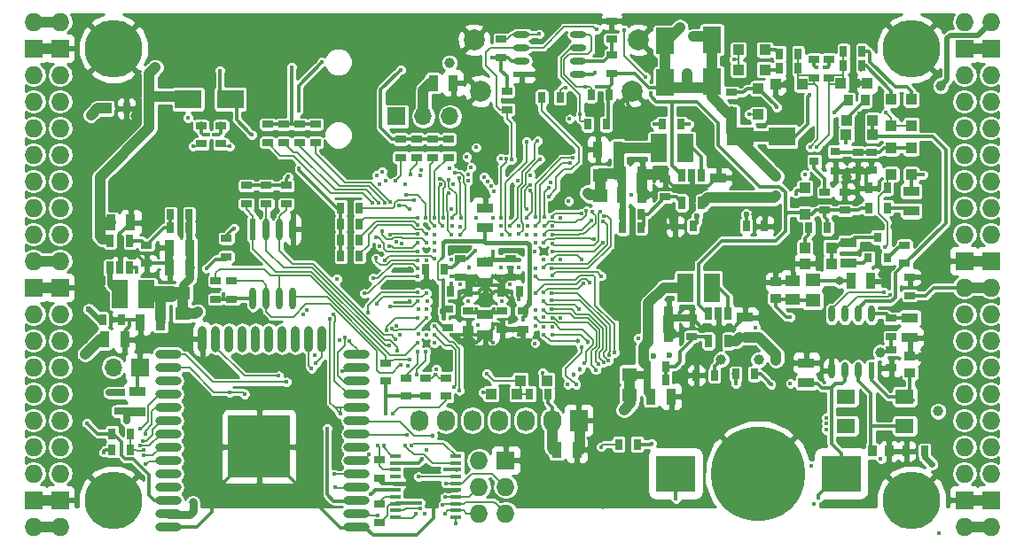
<source format=gbl>
G04 #@! TF.GenerationSoftware,KiCad,Pcbnew,5.0.0-rc3+dfsg1-2*
G04 #@! TF.CreationDate,2018-07-17T12:34:11+02:00*
G04 #@! TF.ProjectId,ulx3s,756C7833732E6B696361645F70636200,rev?*
G04 #@! TF.SameCoordinates,Original*
G04 #@! TF.FileFunction,Copper,L4,Bot,Signal*
G04 #@! TF.FilePolarity,Positive*
%FSLAX46Y46*%
G04 Gerber Fmt 4.6, Leading zero omitted, Abs format (unit mm)*
G04 Created by KiCad (PCBNEW 5.0.0-rc3+dfsg1-2) date Tue Jul 17 12:34:11 2018*
%MOMM*%
%LPD*%
G01*
G04 APERTURE LIST*
G04 #@! TA.AperFunction,EtchedComponent*
%ADD10C,1.000000*%
G04 #@! TD*
G04 #@! TA.AperFunction,ComponentPad*
%ADD11C,2.000000*%
G04 #@! TD*
G04 #@! TA.AperFunction,SMDPad,CuDef*
%ADD12O,2.500000X0.900000*%
G04 #@! TD*
G04 #@! TA.AperFunction,SMDPad,CuDef*
%ADD13O,0.900000X2.500000*%
G04 #@! TD*
G04 #@! TA.AperFunction,SMDPad,CuDef*
%ADD14R,6.000000X6.000000*%
G04 #@! TD*
G04 #@! TA.AperFunction,SMDPad,CuDef*
%ADD15R,0.670000X1.000000*%
G04 #@! TD*
G04 #@! TA.AperFunction,SMDPad,CuDef*
%ADD16R,1.400000X1.295000*%
G04 #@! TD*
G04 #@! TA.AperFunction,SMDPad,CuDef*
%ADD17R,2.500000X1.800000*%
G04 #@! TD*
G04 #@! TA.AperFunction,SMDPad,CuDef*
%ADD18R,1.800000X2.500000*%
G04 #@! TD*
G04 #@! TA.AperFunction,SMDPad,CuDef*
%ADD19R,3.700000X3.500000*%
G04 #@! TD*
G04 #@! TA.AperFunction,BGAPad,CuDef*
%ADD20C,9.000000*%
G04 #@! TD*
G04 #@! TA.AperFunction,SMDPad,CuDef*
%ADD21R,1.550000X0.600000*%
G04 #@! TD*
G04 #@! TA.AperFunction,SMDPad,CuDef*
%ADD22O,1.550000X0.600000*%
G04 #@! TD*
G04 #@! TA.AperFunction,SMDPad,CuDef*
%ADD23R,0.600000X2.100000*%
G04 #@! TD*
G04 #@! TA.AperFunction,SMDPad,CuDef*
%ADD24O,0.600000X2.100000*%
G04 #@! TD*
G04 #@! TA.AperFunction,SMDPad,CuDef*
%ADD25R,0.600000X1.550000*%
G04 #@! TD*
G04 #@! TA.AperFunction,SMDPad,CuDef*
%ADD26O,0.600000X1.550000*%
G04 #@! TD*
G04 #@! TA.AperFunction,SMDPad,CuDef*
%ADD27R,1.000000X0.400000*%
G04 #@! TD*
G04 #@! TA.AperFunction,SMDPad,CuDef*
%ADD28R,0.700000X1.200000*%
G04 #@! TD*
G04 #@! TA.AperFunction,ComponentPad*
%ADD29O,1.727200X1.727200*%
G04 #@! TD*
G04 #@! TA.AperFunction,ComponentPad*
%ADD30R,1.727200X1.727200*%
G04 #@! TD*
G04 #@! TA.AperFunction,ComponentPad*
%ADD31C,5.500000*%
G04 #@! TD*
G04 #@! TA.AperFunction,ComponentPad*
%ADD32R,1.727200X2.032000*%
G04 #@! TD*
G04 #@! TA.AperFunction,ComponentPad*
%ADD33O,1.727200X2.032000*%
G04 #@! TD*
G04 #@! TA.AperFunction,SMDPad,CuDef*
%ADD34R,1.800000X1.400000*%
G04 #@! TD*
G04 #@! TA.AperFunction,SMDPad,CuDef*
%ADD35R,0.970000X1.500000*%
G04 #@! TD*
G04 #@! TA.AperFunction,SMDPad,CuDef*
%ADD36R,1.500000X0.970000*%
G04 #@! TD*
G04 #@! TA.AperFunction,SMDPad,CuDef*
%ADD37R,1.000000X0.670000*%
G04 #@! TD*
G04 #@! TA.AperFunction,SMDPad,CuDef*
%ADD38R,1.000000X1.000000*%
G04 #@! TD*
G04 #@! TA.AperFunction,BGAPad,CuDef*
%ADD39C,0.300000*%
G04 #@! TD*
G04 #@! TA.AperFunction,ComponentPad*
%ADD40R,1.700000X1.700000*%
G04 #@! TD*
G04 #@! TA.AperFunction,ComponentPad*
%ADD41O,1.700000X1.700000*%
G04 #@! TD*
G04 #@! TA.AperFunction,SMDPad,CuDef*
%ADD42R,1.500000X2.700000*%
G04 #@! TD*
G04 #@! TA.AperFunction,SMDPad,CuDef*
%ADD43R,0.800000X0.900000*%
G04 #@! TD*
G04 #@! TA.AperFunction,SMDPad,CuDef*
%ADD44R,0.900000X0.800000*%
G04 #@! TD*
G04 #@! TA.AperFunction,SMDPad,CuDef*
%ADD45R,0.820000X1.000000*%
G04 #@! TD*
G04 #@! TA.AperFunction,SMDPad,CuDef*
%ADD46R,1.000000X0.820000*%
G04 #@! TD*
G04 #@! TA.AperFunction,SMDPad,CuDef*
%ADD47R,1.400000X1.120000*%
G04 #@! TD*
G04 #@! TA.AperFunction,ViaPad*
%ADD48C,0.400000*%
G04 #@! TD*
G04 #@! TA.AperFunction,ViaPad*
%ADD49C,2.000000*%
G04 #@! TD*
G04 #@! TA.AperFunction,ViaPad*
%ADD50C,0.454000*%
G04 #@! TD*
G04 #@! TA.AperFunction,ViaPad*
%ADD51C,0.600000*%
G04 #@! TD*
G04 #@! TA.AperFunction,ViaPad*
%ADD52C,1.000000*%
G04 #@! TD*
G04 #@! TA.AperFunction,ViaPad*
%ADD53C,0.800000*%
G04 #@! TD*
G04 #@! TA.AperFunction,ViaPad*
%ADD54C,0.700000*%
G04 #@! TD*
G04 #@! TA.AperFunction,Conductor*
%ADD55C,0.300000*%
G04 #@! TD*
G04 #@! TA.AperFunction,Conductor*
%ADD56C,0.500000*%
G04 #@! TD*
G04 #@! TA.AperFunction,Conductor*
%ADD57C,1.000000*%
G04 #@! TD*
G04 #@! TA.AperFunction,Conductor*
%ADD58C,0.700000*%
G04 #@! TD*
G04 #@! TA.AperFunction,Conductor*
%ADD59C,0.400000*%
G04 #@! TD*
G04 #@! TA.AperFunction,Conductor*
%ADD60C,0.800000*%
G04 #@! TD*
G04 #@! TA.AperFunction,Conductor*
%ADD61C,0.600000*%
G04 #@! TD*
G04 #@! TA.AperFunction,Conductor*
%ADD62C,0.190000*%
G04 #@! TD*
G04 #@! TA.AperFunction,Conductor*
%ADD63C,0.200000*%
G04 #@! TD*
G04 #@! TA.AperFunction,Conductor*
%ADD64C,1.500000*%
G04 #@! TD*
G04 #@! TA.AperFunction,Conductor*
%ADD65C,0.127000*%
G04 #@! TD*
G04 #@! TA.AperFunction,Conductor*
%ADD66C,0.180000*%
G04 #@! TD*
G04 #@! TA.AperFunction,Conductor*
%ADD67C,0.254000*%
G04 #@! TD*
G04 APERTURE END LIST*
D10*
G04 #@! TO.C,RP3*
X149472000Y-77311000D02*
X149472000Y-79311000D01*
G04 #@! TO.C,RP2*
X109609000Y-88632000D02*
X109609000Y-90632000D01*
G04 #@! TO.C,RP1*
X152281000Y-96361000D02*
X152281000Y-98361000D01*
G04 #@! TO.C,RD9*
X166854000Y-73630000D02*
X162854000Y-73630000D01*
G04 #@! TO.C,RD52*
X160155000Y-64391000D02*
X160155000Y-68391000D01*
G04 #@! TO.C,RD51*
X155710000Y-68518000D02*
X155710000Y-64518000D01*
G04 #@! TD*
D11*
G04 #@! TO.P,GPDI1,0*
G04 #@! TO.N,GND*
X152546000Y-69312000D03*
X138046000Y-69312000D03*
X153146000Y-64412000D03*
X137446000Y-64412000D03*
G04 #@! TD*
D12*
G04 #@! TO.P,U9,38*
G04 #@! TO.N,GND*
X126230000Y-111000000D03*
G04 #@! TO.P,U9,37*
G04 #@! TO.N,JTAG_TDI*
X126230000Y-109730000D03*
G04 #@! TO.P,U9,36*
G04 #@! TO.N,PROG_DONE*
X126230000Y-108460000D03*
G04 #@! TO.P,U9,35*
G04 #@! TO.N,WIFI_TXD*
X126230000Y-107190000D03*
G04 #@! TO.P,U9,34*
G04 #@! TO.N,WIFI_RXD*
X126230000Y-105920000D03*
G04 #@! TO.P,U9,33*
G04 #@! TO.N,JTAG_TMS*
X126230000Y-104650000D03*
G04 #@! TO.P,U9,32*
G04 #@! TO.N,Net-(U9-Pad32)*
X126230000Y-103380000D03*
G04 #@! TO.P,U9,31*
G04 #@! TO.N,JTAG_TDO*
X126230000Y-102110000D03*
G04 #@! TO.P,U9,30*
G04 #@! TO.N,JTAG_TCK*
X126230000Y-100840000D03*
G04 #@! TO.P,U9,29*
G04 #@! TO.N,WIFI_GPIO5*
X126230000Y-99570000D03*
G04 #@! TO.P,U9,28*
G04 #@! TO.N,WIFI_GPIO17*
X126230000Y-98300000D03*
G04 #@! TO.P,U9,27*
G04 #@! TO.N,WIFI_GPIO16*
X126230000Y-97030000D03*
G04 #@! TO.P,U9,26*
G04 #@! TO.N,SD_D1*
X126230000Y-95760000D03*
G04 #@! TO.P,U9,25*
G04 #@! TO.N,WIFI_GPIO0*
X126230000Y-94490000D03*
D13*
G04 #@! TO.P,U9,24*
G04 #@! TO.N,SD_D0*
X122945000Y-93000000D03*
G04 #@! TO.P,U9,23*
G04 #@! TO.N,SD_CMD*
X121675000Y-93000000D03*
G04 #@! TO.P,U9,22*
G04 #@! TO.N,Net-(U9-Pad22)*
X120405000Y-93000000D03*
G04 #@! TO.P,U9,21*
G04 #@! TO.N,Net-(U9-Pad21)*
X119135000Y-93000000D03*
G04 #@! TO.P,U9,20*
G04 #@! TO.N,Net-(U9-Pad20)*
X117865000Y-93000000D03*
G04 #@! TO.P,U9,19*
G04 #@! TO.N,Net-(U9-Pad19)*
X116595000Y-93000000D03*
G04 #@! TO.P,U9,18*
G04 #@! TO.N,Net-(U9-Pad18)*
X115325000Y-93000000D03*
G04 #@! TO.P,U9,17*
G04 #@! TO.N,Net-(U9-Pad17)*
X114055000Y-93000000D03*
G04 #@! TO.P,U9,16*
G04 #@! TO.N,SD_D3*
X112785000Y-93000000D03*
G04 #@! TO.P,U9,15*
G04 #@! TO.N,GND*
X111515000Y-93000000D03*
D12*
G04 #@! TO.P,U9,14*
G04 #@! TO.N,SD_D2*
X108230000Y-94490000D03*
G04 #@! TO.P,U9,13*
G04 #@! TO.N,SD_CLK*
X108230000Y-95760000D03*
G04 #@! TO.P,U9,12*
G04 #@! TO.N,Net-(U9-Pad12)*
X108230000Y-97030000D03*
G04 #@! TO.P,U9,11*
G04 #@! TO.N,GN11*
X108230000Y-98300000D03*
G04 #@! TO.P,U9,10*
G04 #@! TO.N,GP11*
X108230000Y-99570000D03*
G04 #@! TO.P,U9,9*
G04 #@! TO.N,GN12*
X108230000Y-100840000D03*
G04 #@! TO.P,U9,8*
G04 #@! TO.N,GP12*
X108230000Y-102110000D03*
G04 #@! TO.P,U9,7*
G04 #@! TO.N,GN13*
X108230000Y-103380000D03*
G04 #@! TO.P,U9,6*
G04 #@! TO.N,GP13*
X108230000Y-104650000D03*
G04 #@! TO.P,U9,5*
G04 #@! TO.N,Net-(U9-Pad5)*
X108230000Y-105920000D03*
G04 #@! TO.P,U9,4*
G04 #@! TO.N,Net-(U9-Pad4)*
X108230000Y-107190000D03*
G04 #@! TO.P,U9,3*
G04 #@! TO.N,/wifi/WIFIEN*
X108230000Y-108460000D03*
G04 #@! TO.P,U9,2*
G04 #@! TO.N,+3V3*
X108230000Y-109730000D03*
G04 #@! TO.P,U9,1*
G04 #@! TO.N,GND*
X108230000Y-111000000D03*
D14*
G04 #@! TO.P,U9,39*
X116930000Y-103300000D03*
G04 #@! TD*
D15*
G04 #@! TO.P,C49,2*
G04 #@! TO.N,GND*
X103738000Y-91156000D03*
G04 #@! TO.P,C49,1*
G04 #@! TO.N,2V5_3V3*
X101988000Y-91156000D03*
G04 #@! TD*
D16*
G04 #@! TO.P,RP3,2*
G04 #@! TO.N,+3V3*
X149472000Y-79278500D03*
G04 #@! TO.P,RP3,1*
G04 #@! TO.N,/power/P3V3*
X149472000Y-77343500D03*
G04 #@! TD*
G04 #@! TO.P,RP2,2*
G04 #@! TO.N,+2V5*
X109609000Y-90599500D03*
G04 #@! TO.P,RP2,1*
G04 #@! TO.N,/power/P2V5*
X109609000Y-88664500D03*
G04 #@! TD*
G04 #@! TO.P,RP1,2*
G04 #@! TO.N,+1V1*
X152281000Y-98328500D03*
G04 #@! TO.P,RP1,1*
G04 #@! TO.N,/power/P1V1*
X152281000Y-96393500D03*
G04 #@! TD*
D17*
G04 #@! TO.P,RD9,2*
G04 #@! TO.N,+5V*
X162854000Y-73630000D03*
G04 #@! TO.P,RD9,1*
G04 #@! TO.N,/usb/US2VBUS*
X166854000Y-73630000D03*
G04 #@! TD*
D18*
G04 #@! TO.P,RD52,2*
G04 #@! TO.N,+5V*
X160155000Y-68391000D03*
G04 #@! TO.P,RD52,1*
G04 #@! TO.N,/gpio/OUT5V*
X160155000Y-64391000D03*
G04 #@! TD*
G04 #@! TO.P,RD51,2*
G04 #@! TO.N,/gpio/IN5V*
X155710000Y-64518000D03*
G04 #@! TO.P,RD51,1*
G04 #@! TO.N,+5V*
X155710000Y-68518000D03*
G04 #@! TD*
D19*
G04 #@! TO.P,BAT1,1*
G04 #@! TO.N,/power/VBAT*
X172485000Y-105870000D03*
X156685000Y-105870000D03*
D20*
G04 #@! TO.P,BAT1,2*
G04 #@! TO.N,GND*
X164585000Y-105870000D03*
G04 #@! TD*
D21*
G04 #@! TO.P,U11,1*
G04 #@! TO.N,GND*
X141980000Y-67706500D03*
D22*
G04 #@! TO.P,U11,2*
G04 #@! TO.N,+2V5*
X141980000Y-66436500D03*
G04 #@! TO.P,U11,3*
G04 #@! TO.N,FPDI_SCL*
X141980000Y-65166500D03*
G04 #@! TO.P,U11,4*
G04 #@! TO.N,FPDI_SDA*
X141980000Y-63896500D03*
G04 #@! TO.P,U11,5*
G04 #@! TO.N,GPDI_SDA*
X147380000Y-63896500D03*
G04 #@! TO.P,U11,6*
G04 #@! TO.N,GPDI_SCL*
X147380000Y-65166500D03*
G04 #@! TO.P,U11,7*
G04 #@! TO.N,/gpdi/VREF2*
X147380000Y-66436500D03*
G04 #@! TO.P,U11,8*
G04 #@! TO.N,+3V3*
X147380000Y-67706500D03*
G04 #@! TD*
D23*
G04 #@! TO.P,U10,1*
G04 #@! TO.N,/flash/FLASH_nCS*
X116340000Y-82520000D03*
D24*
G04 #@! TO.P,U10,2*
G04 #@! TO.N,/flash/FLASH_MISO*
X117610000Y-82520000D03*
G04 #@! TO.P,U10,3*
G04 #@! TO.N,/flash/FLASH_nWP*
X118880000Y-82520000D03*
G04 #@! TO.P,U10,4*
G04 #@! TO.N,GND*
X120150000Y-82520000D03*
G04 #@! TO.P,U10,5*
G04 #@! TO.N,/flash/FLASH_MOSI*
X120150000Y-89124000D03*
G04 #@! TO.P,U10,6*
G04 #@! TO.N,/flash/FLASH_SCK*
X118880000Y-89124000D03*
G04 #@! TO.P,U10,7*
G04 #@! TO.N,/flash/FLASH_nHOLD*
X117610000Y-89124000D03*
G04 #@! TO.P,U10,8*
G04 #@! TO.N,+3V3*
X116340000Y-89124000D03*
G04 #@! TD*
D25*
G04 #@! TO.P,U7,1*
G04 #@! TO.N,/power/OSCI_32k*
X175395000Y-96015000D03*
D26*
G04 #@! TO.P,U7,2*
G04 #@! TO.N,/power/OSCO_32k*
X174125000Y-96015000D03*
G04 #@! TO.P,U7,3*
G04 #@! TO.N,/power/VBAT*
X172855000Y-96015000D03*
G04 #@! TO.P,U7,4*
G04 #@! TO.N,GND*
X171585000Y-96015000D03*
G04 #@! TO.P,U7,5*
G04 #@! TO.N,FPDI_SDA*
X171585000Y-90615000D03*
G04 #@! TO.P,U7,6*
G04 #@! TO.N,FPDI_SCL*
X172855000Y-90615000D03*
G04 #@! TO.P,U7,7*
G04 #@! TO.N,/power/WAKEUPn*
X174125000Y-90615000D03*
G04 #@! TO.P,U7,8*
G04 #@! TO.N,/power/RTCVDD*
X175395000Y-90615000D03*
G04 #@! TD*
D27*
G04 #@! TO.P,U6,20*
G04 #@! TO.N,FTDI_TXD*
X129935000Y-104215000D03*
G04 #@! TO.P,U6,19*
G04 #@! TO.N,FTDI_nSLEEP*
X129935000Y-104865000D03*
G04 #@! TO.P,U6,18*
G04 #@! TO.N,FTDI_TXDEN*
X129935000Y-105515000D03*
G04 #@! TO.P,U6,17*
G04 #@! TO.N,FTDI_nRXLED*
X129935000Y-106165000D03*
G04 #@! TO.P,U6,16*
G04 #@! TO.N,GND*
X129935000Y-106815000D03*
G04 #@! TO.P,U6,15*
G04 #@! TO.N,USB5V*
X129935000Y-107465000D03*
G04 #@! TO.P,U6,14*
G04 #@! TO.N,nRESET*
X129935000Y-108115000D03*
G04 #@! TO.P,U6,13*
G04 #@! TO.N,FT2V5*
X129935000Y-108765000D03*
G04 #@! TO.P,U6,12*
G04 #@! TO.N,USB_FTDI_D-*
X129935000Y-109415000D03*
G04 #@! TO.P,U6,11*
G04 #@! TO.N,USB_FTDI_D+*
X129935000Y-110065000D03*
G04 #@! TO.P,U6,10*
G04 #@! TO.N,FTDI_nTXLED*
X135735000Y-110065000D03*
G04 #@! TO.P,U6,9*
G04 #@! TO.N,JTAG_TDO*
X135735000Y-109415000D03*
G04 #@! TO.P,U6,8*
G04 #@! TO.N,JTAG_TMS*
X135735000Y-108765000D03*
G04 #@! TO.P,U6,7*
G04 #@! TO.N,JTAG_TCK*
X135735000Y-108115000D03*
G04 #@! TO.P,U6,6*
G04 #@! TO.N,GND*
X135735000Y-107465000D03*
G04 #@! TO.P,U6,5*
G04 #@! TO.N,JTAG_TDI*
X135735000Y-106815000D03*
G04 #@! TO.P,U6,4*
G04 #@! TO.N,FTDI_RXD*
X135735000Y-106165000D03*
G04 #@! TO.P,U6,3*
G04 #@! TO.N,FT2V5*
X135735000Y-105515000D03*
G04 #@! TO.P,U6,2*
G04 #@! TO.N,FTDI_nRTS*
X135735000Y-104865000D03*
G04 #@! TO.P,U6,1*
G04 #@! TO.N,FTDI_nDTR*
X135735000Y-104215000D03*
G04 #@! TD*
D28*
G04 #@! TO.P,U5,1*
G04 #@! TO.N,/power/PWREN*
X157285000Y-77392000D03*
G04 #@! TO.P,U5,2*
G04 #@! TO.N,GND*
X158235000Y-77392000D03*
G04 #@! TO.P,U5,3*
G04 #@! TO.N,/power/L3*
X159185000Y-77392000D03*
G04 #@! TO.P,U5,4*
G04 #@! TO.N,+5V*
X159185000Y-79992000D03*
G04 #@! TO.P,U5,5*
G04 #@! TO.N,/power/FB3*
X157285000Y-79992000D03*
G04 #@! TD*
G04 #@! TO.P,U3,1*
G04 #@! TO.N,/power/PWREN*
X159825000Y-90600000D03*
G04 #@! TO.P,U3,2*
G04 #@! TO.N,GND*
X160775000Y-90600000D03*
G04 #@! TO.P,U3,3*
G04 #@! TO.N,/power/L1*
X161725000Y-90600000D03*
G04 #@! TO.P,U3,4*
G04 #@! TO.N,+5V*
X161725000Y-93200000D03*
G04 #@! TO.P,U3,5*
G04 #@! TO.N,/power/FB1*
X159825000Y-93200000D03*
G04 #@! TD*
G04 #@! TO.P,U4,1*
G04 #@! TO.N,/power/PWREN*
X104575000Y-86215000D03*
G04 #@! TO.P,U4,2*
G04 #@! TO.N,GND*
X103625000Y-86215000D03*
G04 #@! TO.P,U4,3*
G04 #@! TO.N,/power/L2*
X102675000Y-86215000D03*
G04 #@! TO.P,U4,4*
G04 #@! TO.N,+5V*
X102675000Y-83615000D03*
G04 #@! TO.P,U4,5*
G04 #@! TO.N,/power/FB2*
X104575000Y-83615000D03*
G04 #@! TD*
D29*
G04 #@! TO.P,J1,1*
G04 #@! TO.N,2V5_3V3*
X97910000Y-62690000D03*
G04 #@! TO.P,J1,2*
X95370000Y-62690000D03*
D30*
G04 #@! TO.P,J1,3*
G04 #@! TO.N,GND*
X97910000Y-65230000D03*
G04 #@! TO.P,J1,4*
X95370000Y-65230000D03*
D29*
G04 #@! TO.P,J1,5*
G04 #@! TO.N,GN0*
X97910000Y-67770000D03*
G04 #@! TO.P,J1,6*
G04 #@! TO.N,GP0*
X95370000Y-67770000D03*
G04 #@! TO.P,J1,7*
G04 #@! TO.N,GN1*
X97910000Y-70310000D03*
G04 #@! TO.P,J1,8*
G04 #@! TO.N,GP1*
X95370000Y-70310000D03*
G04 #@! TO.P,J1,9*
G04 #@! TO.N,GN2*
X97910000Y-72850000D03*
G04 #@! TO.P,J1,10*
G04 #@! TO.N,GP2*
X95370000Y-72850000D03*
G04 #@! TO.P,J1,11*
G04 #@! TO.N,GN3*
X97910000Y-75390000D03*
G04 #@! TO.P,J1,12*
G04 #@! TO.N,GP3*
X95370000Y-75390000D03*
G04 #@! TO.P,J1,13*
G04 #@! TO.N,GN4*
X97910000Y-77930000D03*
G04 #@! TO.P,J1,14*
G04 #@! TO.N,GP4*
X95370000Y-77930000D03*
G04 #@! TO.P,J1,15*
G04 #@! TO.N,GN5*
X97910000Y-80470000D03*
G04 #@! TO.P,J1,16*
G04 #@! TO.N,GP5*
X95370000Y-80470000D03*
G04 #@! TO.P,J1,17*
G04 #@! TO.N,GN6*
X97910000Y-83010000D03*
G04 #@! TO.P,J1,18*
G04 #@! TO.N,GP6*
X95370000Y-83010000D03*
G04 #@! TO.P,J1,19*
G04 #@! TO.N,2V5_3V3*
X97910000Y-85550000D03*
G04 #@! TO.P,J1,20*
X95370000Y-85550000D03*
D30*
G04 #@! TO.P,J1,21*
G04 #@! TO.N,GND*
X97910000Y-88090000D03*
G04 #@! TO.P,J1,22*
X95370000Y-88090000D03*
D29*
G04 #@! TO.P,J1,23*
G04 #@! TO.N,GN7*
X97910000Y-90630000D03*
G04 #@! TO.P,J1,24*
G04 #@! TO.N,GP7*
X95370000Y-90630000D03*
G04 #@! TO.P,J1,25*
G04 #@! TO.N,GN8*
X97910000Y-93170000D03*
G04 #@! TO.P,J1,26*
G04 #@! TO.N,GP8*
X95370000Y-93170000D03*
G04 #@! TO.P,J1,27*
G04 #@! TO.N,GN9*
X97910000Y-95710000D03*
G04 #@! TO.P,J1,28*
G04 #@! TO.N,GP9*
X95370000Y-95710000D03*
G04 #@! TO.P,J1,29*
G04 #@! TO.N,GN10*
X97910000Y-98250000D03*
G04 #@! TO.P,J1,30*
G04 #@! TO.N,GP10*
X95370000Y-98250000D03*
G04 #@! TO.P,J1,31*
G04 #@! TO.N,GN11*
X97910000Y-100790000D03*
G04 #@! TO.P,J1,32*
G04 #@! TO.N,GP11*
X95370000Y-100790000D03*
G04 #@! TO.P,J1,33*
G04 #@! TO.N,GN12*
X97910000Y-103330000D03*
G04 #@! TO.P,J1,34*
G04 #@! TO.N,GP12*
X95370000Y-103330000D03*
G04 #@! TO.P,J1,35*
G04 #@! TO.N,GN13*
X97910000Y-105870000D03*
G04 #@! TO.P,J1,36*
G04 #@! TO.N,GP13*
X95370000Y-105870000D03*
D30*
G04 #@! TO.P,J1,37*
G04 #@! TO.N,GND*
X97910000Y-108410000D03*
G04 #@! TO.P,J1,38*
X95370000Y-108410000D03*
D29*
G04 #@! TO.P,J1,39*
G04 #@! TO.N,2V5_3V3*
X97910000Y-110950000D03*
G04 #@! TO.P,J1,40*
X95370000Y-110950000D03*
G04 #@! TD*
G04 #@! TO.P,J2,1*
G04 #@! TO.N,+3V3*
X184270000Y-110950000D03*
G04 #@! TO.P,J2,2*
X186810000Y-110950000D03*
D30*
G04 #@! TO.P,J2,3*
G04 #@! TO.N,GND*
X184270000Y-108410000D03*
G04 #@! TO.P,J2,4*
X186810000Y-108410000D03*
D29*
G04 #@! TO.P,J2,5*
G04 #@! TO.N,GN14*
X184270000Y-105870000D03*
G04 #@! TO.P,J2,6*
G04 #@! TO.N,GP14*
X186810000Y-105870000D03*
G04 #@! TO.P,J2,7*
G04 #@! TO.N,GN15*
X184270000Y-103330000D03*
G04 #@! TO.P,J2,8*
G04 #@! TO.N,GP15*
X186810000Y-103330000D03*
G04 #@! TO.P,J2,9*
G04 #@! TO.N,GN16*
X184270000Y-100790000D03*
G04 #@! TO.P,J2,10*
G04 #@! TO.N,GP16*
X186810000Y-100790000D03*
G04 #@! TO.P,J2,11*
G04 #@! TO.N,GN17*
X184270000Y-98250000D03*
G04 #@! TO.P,J2,12*
G04 #@! TO.N,GP17*
X186810000Y-98250000D03*
G04 #@! TO.P,J2,13*
G04 #@! TO.N,GN18*
X184270000Y-95710000D03*
G04 #@! TO.P,J2,14*
G04 #@! TO.N,GP18*
X186810000Y-95710000D03*
G04 #@! TO.P,J2,15*
G04 #@! TO.N,GN19*
X184270000Y-93170000D03*
G04 #@! TO.P,J2,16*
G04 #@! TO.N,GP19*
X186810000Y-93170000D03*
G04 #@! TO.P,J2,17*
G04 #@! TO.N,GN20*
X184270000Y-90630000D03*
G04 #@! TO.P,J2,18*
G04 #@! TO.N,GP20*
X186810000Y-90630000D03*
G04 #@! TO.P,J2,19*
G04 #@! TO.N,+3V3*
X184270000Y-88090000D03*
G04 #@! TO.P,J2,20*
X186810000Y-88090000D03*
D30*
G04 #@! TO.P,J2,21*
G04 #@! TO.N,GND*
X184270000Y-85550000D03*
G04 #@! TO.P,J2,22*
X186810000Y-85550000D03*
D29*
G04 #@! TO.P,J2,23*
G04 #@! TO.N,GN21*
X184270000Y-83010000D03*
G04 #@! TO.P,J2,24*
G04 #@! TO.N,GP21*
X186810000Y-83010000D03*
G04 #@! TO.P,J2,25*
G04 #@! TO.N,GN22*
X184270000Y-80470000D03*
G04 #@! TO.P,J2,26*
G04 #@! TO.N,GP22*
X186810000Y-80470000D03*
G04 #@! TO.P,J2,27*
G04 #@! TO.N,GN23*
X184270000Y-77930000D03*
G04 #@! TO.P,J2,28*
G04 #@! TO.N,GP23*
X186810000Y-77930000D03*
G04 #@! TO.P,J2,29*
G04 #@! TO.N,GN24*
X184270000Y-75390000D03*
G04 #@! TO.P,J2,30*
G04 #@! TO.N,GP24*
X186810000Y-75390000D03*
G04 #@! TO.P,J2,31*
G04 #@! TO.N,GN25*
X184270000Y-72850000D03*
G04 #@! TO.P,J2,32*
G04 #@! TO.N,GP25*
X186810000Y-72850000D03*
G04 #@! TO.P,J2,33*
G04 #@! TO.N,GN26*
X184270000Y-70310000D03*
G04 #@! TO.P,J2,34*
G04 #@! TO.N,GP26*
X186810000Y-70310000D03*
G04 #@! TO.P,J2,35*
G04 #@! TO.N,GN27*
X184270000Y-67770000D03*
G04 #@! TO.P,J2,36*
G04 #@! TO.N,GP27*
X186810000Y-67770000D03*
D30*
G04 #@! TO.P,J2,37*
G04 #@! TO.N,GND*
X184270000Y-65230000D03*
G04 #@! TO.P,J2,38*
X186810000Y-65230000D03*
D29*
G04 #@! TO.P,J2,39*
G04 #@! TO.N,/gpio/IN5V*
X184270000Y-62690000D03*
G04 #@! TO.P,J2,40*
G04 #@! TO.N,/gpio/OUT5V*
X186810000Y-62690000D03*
G04 #@! TD*
D31*
G04 #@! TO.P,H1,1*
G04 #@! TO.N,GND*
X102990000Y-108410000D03*
G04 #@! TD*
G04 #@! TO.P,H2,1*
G04 #@! TO.N,GND*
X179190000Y-108410000D03*
G04 #@! TD*
G04 #@! TO.P,H3,1*
G04 #@! TO.N,GND*
X179190000Y-65230000D03*
G04 #@! TD*
G04 #@! TO.P,H4,1*
G04 #@! TO.N,GND*
X102990000Y-65230000D03*
G04 #@! TD*
D30*
G04 #@! TO.P,J4,1*
G04 #@! TO.N,GND*
X140455000Y-104600000D03*
D29*
G04 #@! TO.P,J4,2*
G04 #@! TO.N,+3V3*
X137915000Y-104600000D03*
G04 #@! TO.P,J4,3*
G04 #@! TO.N,JTAG_TDI*
X140455000Y-107140000D03*
G04 #@! TO.P,J4,4*
G04 #@! TO.N,JTAG_TCK*
X137915000Y-107140000D03*
G04 #@! TO.P,J4,5*
G04 #@! TO.N,JTAG_TMS*
X140455000Y-109680000D03*
G04 #@! TO.P,J4,6*
G04 #@! TO.N,JTAG_TDO*
X137915000Y-109680000D03*
G04 #@! TD*
D32*
G04 #@! TO.P,OLED1,1*
G04 #@! TO.N,GND*
X147440000Y-100790000D03*
D33*
G04 #@! TO.P,OLED1,2*
G04 #@! TO.N,+3V3*
X144900000Y-100790000D03*
G04 #@! TO.P,OLED1,3*
G04 #@! TO.N,OLED_CLK*
X142360000Y-100790000D03*
G04 #@! TO.P,OLED1,4*
G04 #@! TO.N,OLED_MOSI*
X139820000Y-100790000D03*
G04 #@! TO.P,OLED1,5*
G04 #@! TO.N,OLED_RES*
X137280000Y-100790000D03*
G04 #@! TO.P,OLED1,6*
G04 #@! TO.N,OLED_DC*
X134740000Y-100790000D03*
G04 #@! TO.P,OLED1,7*
G04 #@! TO.N,OLED_CS*
X132200000Y-100790000D03*
G04 #@! TD*
D34*
G04 #@! TO.P,Y2,4*
G04 #@! TO.N,/power/OSCI_32k*
X178576000Y-98522000D03*
G04 #@! TO.P,Y2,3*
G04 #@! TO.N,Net-(Y2-Pad3)*
X172976000Y-98522000D03*
G04 #@! TO.P,Y2,2*
G04 #@! TO.N,Net-(Y2-Pad2)*
X172976000Y-101322000D03*
G04 #@! TO.P,Y2,1*
G04 #@! TO.N,/power/OSCO_32k*
X178576000Y-101322000D03*
G04 #@! TD*
D35*
G04 #@! TO.P,C47,1*
G04 #@! TO.N,2V5_3V3*
X133546000Y-68550000D03*
G04 #@! TO.P,C47,2*
G04 #@! TO.N,GND*
X135456000Y-68550000D03*
G04 #@! TD*
G04 #@! TO.P,C1,1*
G04 #@! TO.N,+5V*
X102748500Y-81885000D03*
G04 #@! TO.P,C1,2*
G04 #@! TO.N,GND*
X104658500Y-81885000D03*
G04 #@! TD*
D15*
G04 #@! TO.P,C2,1*
G04 #@! TO.N,/power/P1V1*
X153985000Y-96910000D03*
G04 #@! TO.P,C2,2*
G04 #@! TO.N,/power/FB1*
X155735000Y-96910000D03*
G04 #@! TD*
D35*
G04 #@! TO.P,C3,2*
G04 #@! TO.N,GND*
X156015000Y-90630000D03*
G04 #@! TO.P,C3,1*
G04 #@! TO.N,/power/P1V1*
X154105000Y-90630000D03*
G04 #@! TD*
G04 #@! TO.P,C4,1*
G04 #@! TO.N,/power/P1V1*
X154105000Y-92535000D03*
G04 #@! TO.P,C4,2*
G04 #@! TO.N,GND*
X156015000Y-92535000D03*
G04 #@! TD*
D36*
G04 #@! TO.P,C5,2*
G04 #@! TO.N,GND*
X163315000Y-90945000D03*
G04 #@! TO.P,C5,1*
G04 #@! TO.N,+5V*
X163315000Y-92855000D03*
G04 #@! TD*
D15*
G04 #@! TO.P,C6,1*
G04 #@! TO.N,/power/P3V3*
X151645000Y-82375000D03*
G04 #@! TO.P,C6,2*
G04 #@! TO.N,/power/FB3*
X153395000Y-82375000D03*
G04 #@! TD*
D35*
G04 #@! TO.P,C7,2*
G04 #@! TO.N,GND*
X153475000Y-79200000D03*
G04 #@! TO.P,C7,1*
G04 #@! TO.N,/power/P3V3*
X151565000Y-79200000D03*
G04 #@! TD*
G04 #@! TO.P,C8,2*
G04 #@! TO.N,GND*
X153475000Y-77295000D03*
G04 #@! TO.P,C8,1*
G04 #@! TO.N,/power/P3V3*
X151565000Y-77295000D03*
G04 #@! TD*
D36*
G04 #@! TO.P,C9,1*
G04 #@! TO.N,+5V*
X160775000Y-79520000D03*
G04 #@! TO.P,C9,2*
G04 #@! TO.N,GND*
X160775000Y-77610000D03*
G04 #@! TD*
D15*
G04 #@! TO.P,C10,2*
G04 #@! TO.N,/power/FB2*
X108465000Y-81105000D03*
G04 #@! TO.P,C10,1*
G04 #@! TO.N,/power/P2V5*
X110215000Y-81105000D03*
G04 #@! TD*
D35*
G04 #@! TO.P,C11,2*
G04 #@! TO.N,GND*
X108385000Y-84280000D03*
G04 #@! TO.P,C11,1*
G04 #@! TO.N,/power/P2V5*
X110295000Y-84280000D03*
G04 #@! TD*
G04 #@! TO.P,C12,1*
G04 #@! TO.N,/power/P2V5*
X110295000Y-86185000D03*
G04 #@! TO.P,C12,2*
G04 #@! TO.N,GND*
X108385000Y-86185000D03*
G04 #@! TD*
D36*
G04 #@! TO.P,C13,2*
G04 #@! TO.N,/power/WKUP*
X173221000Y-83833000D03*
G04 #@! TO.P,C13,1*
G04 #@! TO.N,+5V*
X173221000Y-85743000D03*
G04 #@! TD*
D37*
G04 #@! TO.P,C14,2*
G04 #@! TO.N,GND*
X175380000Y-76900000D03*
G04 #@! TO.P,C14,1*
G04 #@! TO.N,/power/SHUT*
X175380000Y-75150000D03*
G04 #@! TD*
D36*
G04 #@! TO.P,C15,1*
G04 #@! TO.N,/sdcard/SD3V3*
X105276000Y-99967000D03*
G04 #@! TO.P,C15,2*
G04 #@! TO.N,GND*
X105276000Y-98057000D03*
G04 #@! TD*
D35*
G04 #@! TO.P,C16,1*
G04 #@! TO.N,+3V3*
X173424000Y-87473000D03*
G04 #@! TO.P,C16,2*
G04 #@! TO.N,GND*
X175334000Y-87473000D03*
G04 #@! TD*
D36*
G04 #@! TO.P,C17,1*
G04 #@! TO.N,+1V1*
X138500000Y-90665000D03*
G04 #@! TO.P,C17,2*
G04 #@! TO.N,GND*
X138500000Y-92575000D03*
G04 #@! TD*
D37*
G04 #@! TO.P,C18,1*
G04 #@! TO.N,/gpdi/VREF2*
X150589600Y-64359000D03*
G04 #@! TO.P,C18,2*
G04 #@! TO.N,GND*
X150589600Y-62609000D03*
G04 #@! TD*
D36*
G04 #@! TO.P,C19,1*
G04 #@! TO.N,+2V5*
X138500000Y-82375000D03*
G04 #@! TO.P,C19,2*
G04 #@! TO.N,GND*
X138500000Y-80465000D03*
G04 #@! TD*
G04 #@! TO.P,C20,2*
G04 #@! TO.N,GND*
X138500000Y-87575000D03*
G04 #@! TO.P,C20,1*
G04 #@! TO.N,+3V3*
X138500000Y-85665000D03*
G04 #@! TD*
D35*
G04 #@! TO.P,C21,2*
G04 #@! TO.N,GND*
X104072000Y-93061000D03*
G04 #@! TO.P,C21,1*
G04 #@! TO.N,+3V3*
X102162000Y-93061000D03*
G04 #@! TD*
G04 #@! TO.P,C22,1*
G04 #@! TO.N,/power/P1V1*
X154359000Y-98504000D03*
G04 #@! TO.P,C22,2*
G04 #@! TO.N,GND*
X156269000Y-98504000D03*
G04 #@! TD*
G04 #@! TO.P,C23,2*
G04 #@! TO.N,GND*
X105591000Y-91392000D03*
G04 #@! TO.P,C23,1*
G04 #@! TO.N,/power/P2V5*
X107501000Y-91392000D03*
G04 #@! TD*
G04 #@! TO.P,C24,1*
G04 #@! TO.N,/power/P3V3*
X151189000Y-74882000D03*
G04 #@! TO.P,C24,2*
G04 #@! TO.N,GND*
X149279000Y-74882000D03*
G04 #@! TD*
D37*
G04 #@! TO.P,C25,2*
G04 #@! TO.N,GND*
X140900000Y-87095000D03*
G04 #@! TO.P,C25,1*
G04 #@! TO.N,+3V3*
X140900000Y-85345000D03*
G04 #@! TD*
G04 #@! TO.P,C26,2*
G04 #@! TO.N,GND*
X136100000Y-87095000D03*
G04 #@! TO.P,C26,1*
G04 #@! TO.N,2V5_3V3*
X136100000Y-85345000D03*
G04 #@! TD*
G04 #@! TO.P,C27,2*
G04 #@! TO.N,GND*
X136900000Y-92095000D03*
G04 #@! TO.P,C27,1*
G04 #@! TO.N,+1V1*
X136900000Y-90345000D03*
G04 #@! TD*
G04 #@! TO.P,C28,1*
G04 #@! TO.N,+1V1*
X140100000Y-90345000D03*
G04 #@! TO.P,C28,2*
G04 #@! TO.N,GND*
X140100000Y-92095000D03*
G04 #@! TD*
G04 #@! TO.P,C29,2*
G04 #@! TO.N,GND*
X142100000Y-92095000D03*
G04 #@! TO.P,C29,1*
G04 #@! TO.N,+2V5*
X142100000Y-90345000D03*
G04 #@! TD*
G04 #@! TO.P,C30,1*
G04 #@! TO.N,+2V5*
X134900000Y-90145000D03*
G04 #@! TO.P,C30,2*
G04 #@! TO.N,GND*
X134900000Y-91895000D03*
G04 #@! TD*
D15*
G04 #@! TO.P,C31,1*
G04 #@! TO.N,+3V3*
X135225000Y-88420000D03*
G04 #@! TO.P,C31,2*
G04 #@! TO.N,GND*
X136975000Y-88420000D03*
G04 #@! TD*
G04 #@! TO.P,C32,2*
G04 #@! TO.N,GND*
X140025000Y-88420000D03*
G04 #@! TO.P,C32,1*
G04 #@! TO.N,+3V3*
X141775000Y-88420000D03*
G04 #@! TD*
G04 #@! TO.P,C33,1*
G04 #@! TO.N,+3V3*
X163425000Y-82220000D03*
G04 #@! TO.P,C33,2*
G04 #@! TO.N,GND*
X165175000Y-82220000D03*
G04 #@! TD*
G04 #@! TO.P,C34,1*
G04 #@! TO.N,+3V3*
X158375000Y-82220000D03*
G04 #@! TO.P,C34,2*
G04 #@! TO.N,GND*
X156625000Y-82220000D03*
G04 #@! TD*
D37*
G04 #@! TO.P,C35,1*
G04 #@! TO.N,+3V3*
X177300000Y-94025000D03*
G04 #@! TO.P,C35,2*
G04 #@! TO.N,GND*
X177300000Y-95775000D03*
G04 #@! TD*
D35*
G04 #@! TO.P,C46,1*
G04 #@! TO.N,+3V3*
X145342000Y-103584000D03*
G04 #@! TO.P,C46,2*
G04 #@! TO.N,GND*
X147252000Y-103584000D03*
G04 #@! TD*
D15*
G04 #@! TO.P,C48,2*
G04 #@! TO.N,GND*
X104246000Y-70963000D03*
G04 #@! TO.P,C48,1*
G04 #@! TO.N,2V5_3V3*
X102496000Y-70963000D03*
G04 #@! TD*
D37*
G04 #@! TO.P,C50,1*
G04 #@! TO.N,+3V3*
X179063000Y-88856000D03*
G04 #@! TO.P,C50,2*
G04 #@! TO.N,GND*
X179063000Y-87106000D03*
G04 #@! TD*
D15*
G04 #@! TO.P,C51,1*
G04 #@! TO.N,+3V3*
X180473000Y-103711000D03*
G04 #@! TO.P,C51,2*
G04 #@! TO.N,GND*
X178723000Y-103711000D03*
G04 #@! TD*
G04 #@! TO.P,C52,2*
G04 #@! TO.N,GND*
X158645000Y-96490000D03*
G04 #@! TO.P,C52,1*
G04 #@! TO.N,+3V3*
X160395000Y-96490000D03*
G04 #@! TD*
G04 #@! TO.P,C53,2*
G04 #@! TO.N,GND*
X132827200Y-86330000D03*
G04 #@! TO.P,C53,1*
G04 #@! TO.N,2V5_3V3*
X134577200Y-86330000D03*
G04 #@! TD*
D36*
G04 #@! TO.P,C54,2*
G04 #@! TO.N,GND*
X169172000Y-95281000D03*
G04 #@! TO.P,C54,1*
G04 #@! TO.N,/power/VBAT*
X169172000Y-97191000D03*
G04 #@! TD*
G04 #@! TO.P,D11,1*
G04 #@! TO.N,/power/HOLD*
X179190000Y-80790000D03*
G04 #@! TO.P,D11,2*
G04 #@! TO.N,+3V3*
X179190000Y-78880000D03*
G04 #@! TD*
D38*
G04 #@! TO.P,D10,1*
G04 #@! TO.N,/power/WAKE*
X169050000Y-84280000D03*
G04 #@! TO.P,D10,2*
G04 #@! TO.N,/power/WKUP*
X171550000Y-84280000D03*
G04 #@! TD*
G04 #@! TO.P,D12,2*
G04 #@! TO.N,/power/FTDI_nSUSPEND*
X169030000Y-78585000D03*
G04 #@! TO.P,D12,1*
G04 #@! TO.N,/power/PWREN*
X169030000Y-81085000D03*
G04 #@! TD*
G04 #@! TO.P,D13,1*
G04 #@! TO.N,/power/WKUP*
X171550000Y-85804000D03*
G04 #@! TO.P,D13,2*
G04 #@! TO.N,GND*
X169050000Y-85804000D03*
G04 #@! TD*
G04 #@! TO.P,D14,2*
G04 #@! TO.N,/power/SHUT*
X179190000Y-74775000D03*
G04 #@! TO.P,D14,1*
G04 #@! TO.N,+3V3*
X179190000Y-77275000D03*
G04 #@! TD*
G04 #@! TO.P,D15,2*
G04 #@! TO.N,SHUTDOWN*
X177285000Y-77275000D03*
G04 #@! TO.P,D15,1*
G04 #@! TO.N,/power/SHUT*
X177285000Y-74775000D03*
G04 #@! TD*
G04 #@! TO.P,D16,1*
G04 #@! TO.N,PWRBTn*
X172987000Y-73503000D03*
G04 #@! TO.P,D16,2*
G04 #@! TO.N,/power/WAKEUPn*
X175487000Y-73503000D03*
G04 #@! TD*
G04 #@! TO.P,D17,1*
G04 #@! TO.N,PWRBTn*
X164585000Y-69060000D03*
G04 #@! TO.P,D17,2*
G04 #@! TO.N,BTN_PWRn*
X164585000Y-71560000D03*
G04 #@! TD*
G04 #@! TO.P,D20,1*
G04 #@! TO.N,USB_FPGA_D+*
X168756000Y-68659000D03*
G04 #@! TO.P,D20,2*
G04 #@! TO.N,GND*
X166256000Y-68659000D03*
G04 #@! TD*
G04 #@! TO.P,D21,2*
G04 #@! TO.N,GND*
X174979000Y-68550000D03*
G04 #@! TO.P,D21,1*
G04 #@! TO.N,USB_FPGA_D-*
X172479000Y-68550000D03*
G04 #@! TD*
G04 #@! TO.P,D23,2*
G04 #@! TO.N,Net-(D23-Pad2)*
X165200000Y-67262000D03*
G04 #@! TO.P,D23,1*
G04 #@! TO.N,USB_FPGA_PULL_D+*
X162700000Y-67262000D03*
G04 #@! TD*
G04 #@! TO.P,D24,2*
G04 #@! TO.N,USB_FPGA_PULL_D+*
X162700000Y-65357000D03*
G04 #@! TO.P,D24,1*
G04 #@! TO.N,Net-(D24-Pad1)*
X165200000Y-65357000D03*
G04 #@! TD*
G04 #@! TO.P,D25,1*
G04 #@! TO.N,USB_FPGA_PULL_D-*
X177285000Y-72594000D03*
G04 #@! TO.P,D25,2*
G04 #@! TO.N,Net-(D25-Pad2)*
X177285000Y-70094000D03*
G04 #@! TD*
G04 #@! TO.P,D26,1*
G04 #@! TO.N,Net-(D26-Pad1)*
X179190000Y-70094000D03*
G04 #@! TO.P,D26,2*
G04 #@! TO.N,USB_FPGA_PULL_D-*
X179190000Y-72594000D03*
G04 #@! TD*
D39*
G04 #@! TO.P,AE1,1*
G04 #@! TO.N,/usb/ANT_433MHz*
X181872000Y-111603000D03*
G04 #@! TD*
D37*
G04 #@! TO.P,R49,1*
G04 #@! TO.N,USB_FTDI_D-*
X113277000Y-74360000D03*
G04 #@! TO.P,R49,2*
G04 #@! TO.N,/usb/FTD-*
X113277000Y-72610000D03*
G04 #@! TD*
G04 #@! TO.P,R50,2*
G04 #@! TO.N,/usb/FTD+*
X111372000Y-72610000D03*
G04 #@! TO.P,R50,1*
G04 #@! TO.N,USB_FTDI_D+*
X111372000Y-74360000D03*
G04 #@! TD*
D15*
G04 #@! TO.P,R51,2*
G04 #@! TO.N,/blinkey/SWPU*
X155455000Y-72487000D03*
G04 #@! TO.P,R51,1*
G04 #@! TO.N,2V5_3V3*
X157205000Y-72487000D03*
G04 #@! TD*
D37*
G04 #@! TO.P,R52,2*
G04 #@! TO.N,/usb/FPD-*
X171331000Y-66278000D03*
G04 #@! TO.P,R52,1*
G04 #@! TO.N,USB_FPGA_D-*
X171331000Y-68028000D03*
G04 #@! TD*
G04 #@! TO.P,R53,1*
G04 #@! TO.N,USB_FPGA_D+*
X169919000Y-68028000D03*
G04 #@! TO.P,R53,2*
G04 #@! TO.N,/usb/FPD+*
X169919000Y-66278000D03*
G04 #@! TD*
D15*
G04 #@! TO.P,R54,2*
G04 #@! TO.N,Net-(D26-Pad1)*
X174477000Y-65502000D03*
G04 #@! TO.P,R54,1*
G04 #@! TO.N,USB_FPGA_D-*
X172727000Y-65502000D03*
G04 #@! TD*
D37*
G04 #@! TO.P,R56,1*
G04 #@! TO.N,GND*
X128390000Y-106321000D03*
G04 #@! TO.P,R56,2*
G04 #@! TO.N,FTDI_TXDEN*
X128390000Y-104571000D03*
G04 #@! TD*
G04 #@! TO.P,R57,2*
G04 #@! TO.N,/analog/AUDIO_V*
X117722000Y-72483000D03*
G04 #@! TO.P,R57,1*
G04 #@! TO.N,AUDIO_V0*
X117722000Y-74233000D03*
G04 #@! TD*
G04 #@! TO.P,R58,1*
G04 #@! TO.N,AUDIO_V1*
X119246000Y-74233000D03*
G04 #@! TO.P,R58,2*
G04 #@! TO.N,/analog/AUDIO_V*
X119246000Y-72483000D03*
G04 #@! TD*
G04 #@! TO.P,R59,2*
G04 #@! TO.N,/analog/AUDIO_V*
X120770000Y-72483000D03*
G04 #@! TO.P,R59,1*
G04 #@! TO.N,AUDIO_V2*
X120770000Y-74233000D03*
G04 #@! TD*
G04 #@! TO.P,R60,1*
G04 #@! TO.N,AUDIO_V3*
X122294000Y-74233000D03*
G04 #@! TO.P,R60,2*
G04 #@! TO.N,/analog/AUDIO_V*
X122294000Y-72483000D03*
G04 #@! TD*
D15*
G04 #@! TO.P,R61,1*
G04 #@! TO.N,GPDI_CEC*
X145655000Y-69900000D03*
G04 #@! TO.P,R61,2*
G04 #@! TO.N,/gpdi/FPDI_CEC*
X143905000Y-69900000D03*
G04 #@! TD*
D40*
G04 #@! TO.P,J3,1*
G04 #@! TO.N,GND*
X105530000Y-95710000D03*
D41*
G04 #@! TO.P,J3,2*
G04 #@! TO.N,/wifi/WIFIEN*
X102990000Y-95710000D03*
G04 #@! TD*
D40*
G04 #@! TO.P,J5,1*
G04 #@! TO.N,+2V5*
X130056000Y-71725000D03*
D41*
G04 #@! TO.P,J5,2*
G04 #@! TO.N,2V5_3V3*
X132596000Y-71725000D03*
G04 #@! TO.P,J5,3*
G04 #@! TO.N,+3V3*
X135136000Y-71725000D03*
G04 #@! TD*
D15*
G04 #@! TO.P,R40,1*
G04 #@! TO.N,Net-(D24-Pad1)*
X166631000Y-65738000D03*
G04 #@! TO.P,R40,2*
G04 #@! TO.N,USB_FPGA_D+*
X168381000Y-65738000D03*
G04 #@! TD*
D37*
G04 #@! TO.P,R55,1*
G04 #@! TO.N,/flash/FPGA_DONE*
X134740000Y-96740000D03*
G04 #@! TO.P,R55,2*
G04 #@! TO.N,PROG_DONE*
X134740000Y-98490000D03*
G04 #@! TD*
D36*
G04 #@! TO.P,C55,1*
G04 #@! TO.N,/power/RTCVDD*
X179078000Y-90963000D03*
G04 #@! TO.P,C55,2*
G04 #@! TO.N,GND*
X179078000Y-92873000D03*
G04 #@! TD*
D37*
G04 #@! TO.P,R65,1*
G04 #@! TO.N,+3V3*
X177300000Y-92793000D03*
G04 #@! TO.P,R65,2*
G04 #@! TO.N,/power/RTCVDD*
X177300000Y-91043000D03*
G04 #@! TD*
D42*
G04 #@! TO.P,L1,1*
G04 #@! TO.N,/power/L1*
X160140000Y-88090000D03*
G04 #@! TO.P,L1,2*
G04 #@! TO.N,/power/P1V1*
X157600000Y-88090000D03*
G04 #@! TD*
G04 #@! TO.P,L2,1*
G04 #@! TO.N,/power/L2*
X103625000Y-88725000D03*
G04 #@! TO.P,L2,2*
G04 #@! TO.N,/power/P2V5*
X106165000Y-88725000D03*
G04 #@! TD*
G04 #@! TO.P,L3,2*
G04 #@! TO.N,/power/P3V3*
X155060000Y-74755000D03*
G04 #@! TO.P,L3,1*
G04 #@! TO.N,/power/L3*
X157600000Y-74755000D03*
G04 #@! TD*
D15*
G04 #@! TO.P,R1,2*
G04 #@! TO.N,/power/PWREN*
X171175000Y-82375000D03*
G04 #@! TO.P,R1,1*
G04 #@! TO.N,/power/WAKE*
X169425000Y-82375000D03*
G04 #@! TD*
D37*
G04 #@! TO.P,R2,2*
G04 #@! TO.N,GND*
X172840000Y-78960000D03*
G04 #@! TO.P,R2,1*
G04 #@! TO.N,/power/PWREN*
X172840000Y-80710000D03*
G04 #@! TD*
G04 #@! TO.P,R3,1*
G04 #@! TO.N,+5V*
X162045000Y-71185000D03*
G04 #@! TO.P,R3,2*
G04 #@! TO.N,PWRBTn*
X162045000Y-69435000D03*
G04 #@! TD*
D15*
G04 #@! TO.P,R4,1*
G04 #@! TO.N,/power/HOLD*
X176890000Y-80470000D03*
G04 #@! TO.P,R4,2*
G04 #@! TO.N,/power/PWREN*
X175140000Y-80470000D03*
G04 #@! TD*
D37*
G04 #@! TO.P,R5,1*
G04 #@! TO.N,/power/SHUT*
X174110000Y-75150000D03*
G04 #@! TO.P,R5,2*
G04 #@! TO.N,GND*
X174110000Y-76900000D03*
G04 #@! TD*
G04 #@! TO.P,R6,2*
G04 #@! TO.N,/power/WAKEUPn*
X178555000Y-85790000D03*
G04 #@! TO.P,R6,1*
G04 #@! TO.N,/power/WKn*
X178555000Y-84040000D03*
G04 #@! TD*
G04 #@! TO.P,R7,2*
G04 #@! TO.N,/blinkey/BTNPUL*
X113785000Y-85155000D03*
G04 #@! TO.P,R7,1*
G04 #@! TO.N,+3V3*
X113785000Y-83405000D03*
G04 #@! TD*
G04 #@! TO.P,R8,1*
G04 #@! TO.N,/power/PWREN*
X170935000Y-80710000D03*
G04 #@! TO.P,R8,2*
G04 #@! TO.N,/power/SHD*
X170935000Y-78960000D03*
G04 #@! TD*
G04 #@! TO.P,R9,2*
G04 #@! TO.N,FT2V5*
X128390000Y-110555000D03*
G04 #@! TO.P,R9,1*
G04 #@! TO.N,nRESET*
X128390000Y-108805000D03*
G04 #@! TD*
D15*
G04 #@! TO.P,R10,2*
G04 #@! TO.N,FTDI_nSLEEP*
X151264000Y-103076000D03*
G04 #@! TO.P,R10,1*
G04 #@! TO.N,/power/FTDI_nSUSPEND*
X153014000Y-103076000D03*
G04 #@! TD*
D37*
G04 #@! TO.P,R11,2*
G04 #@! TO.N,/flash/FLASH_nWP*
X119515000Y-80093000D03*
G04 #@! TO.P,R11,1*
G04 #@! TO.N,+3V3*
X119515000Y-78343000D03*
G04 #@! TD*
G04 #@! TO.P,R12,1*
G04 #@! TO.N,+3V3*
X114308000Y-89219000D03*
G04 #@! TO.P,R12,2*
G04 #@! TO.N,/flash/FLASH_nHOLD*
X114308000Y-87469000D03*
G04 #@! TD*
D15*
G04 #@! TO.P,R13,2*
G04 #@! TO.N,GND*
X175140000Y-78565000D03*
G04 #@! TO.P,R13,1*
G04 #@! TO.N,SHUTDOWN*
X176890000Y-78565000D03*
G04 #@! TD*
G04 #@! TO.P,R14,2*
G04 #@! TO.N,/analog/AUDIO_L*
X124721000Y-85060000D03*
G04 #@! TO.P,R14,1*
G04 #@! TO.N,AUDIO_L0*
X126471000Y-85060000D03*
G04 #@! TD*
G04 #@! TO.P,R15,1*
G04 #@! TO.N,AUDIO_L1*
X126471000Y-83536000D03*
G04 #@! TO.P,R15,2*
G04 #@! TO.N,/analog/AUDIO_L*
X124721000Y-83536000D03*
G04 #@! TD*
G04 #@! TO.P,R16,2*
G04 #@! TO.N,/analog/AUDIO_L*
X124721000Y-82012000D03*
G04 #@! TO.P,R16,1*
G04 #@! TO.N,AUDIO_L2*
X126471000Y-82012000D03*
G04 #@! TD*
G04 #@! TO.P,R17,1*
G04 #@! TO.N,AUDIO_L3*
X126471000Y-80470000D03*
G04 #@! TO.P,R17,2*
G04 #@! TO.N,/analog/AUDIO_L*
X124721000Y-80470000D03*
G04 #@! TD*
D37*
G04 #@! TO.P,R18,2*
G04 #@! TO.N,/analog/AUDIO_R*
X130422000Y-73898000D03*
G04 #@! TO.P,R18,1*
G04 #@! TO.N,AUDIO_R0*
X130422000Y-75648000D03*
G04 #@! TD*
G04 #@! TO.P,R19,2*
G04 #@! TO.N,/analog/AUDIO_R*
X131961000Y-73898000D03*
G04 #@! TO.P,R19,1*
G04 #@! TO.N,AUDIO_R1*
X131961000Y-75648000D03*
G04 #@! TD*
G04 #@! TO.P,R20,2*
G04 #@! TO.N,/analog/AUDIO_R*
X133485000Y-73898000D03*
G04 #@! TO.P,R20,1*
G04 #@! TO.N,AUDIO_R2*
X133485000Y-75648000D03*
G04 #@! TD*
G04 #@! TO.P,R21,1*
G04 #@! TO.N,AUDIO_R3*
X135009000Y-75648000D03*
G04 #@! TO.P,R21,2*
G04 #@! TO.N,/analog/AUDIO_R*
X135009000Y-73898000D03*
G04 #@! TD*
G04 #@! TO.P,R22,1*
G04 #@! TO.N,+2V5*
X140025500Y-66105000D03*
G04 #@! TO.P,R22,2*
G04 #@! TO.N,FPDI_SDA*
X140025500Y-64355000D03*
G04 #@! TD*
G04 #@! TO.P,R23,2*
G04 #@! TO.N,FPDI_SCL*
X140597000Y-71076000D03*
G04 #@! TO.P,R23,1*
G04 #@! TO.N,+2V5*
X140597000Y-69326000D03*
G04 #@! TD*
G04 #@! TO.P,R24,1*
G04 #@! TO.N,+5V*
X150615000Y-67647000D03*
G04 #@! TO.P,R24,2*
G04 #@! TO.N,/gpdi/VREF2*
X150615000Y-65897000D03*
G04 #@! TD*
D15*
G04 #@! TO.P,R25,2*
G04 #@! TO.N,GPDI_SCL*
X148300000Y-72487000D03*
G04 #@! TO.P,R25,1*
G04 #@! TO.N,+5V*
X150050000Y-72487000D03*
G04 #@! TD*
G04 #@! TO.P,R26,1*
G04 #@! TO.N,+5V*
X150362000Y-69693000D03*
G04 #@! TO.P,R26,2*
G04 #@! TO.N,GPDI_SDA*
X148612000Y-69693000D03*
G04 #@! TD*
D37*
G04 #@! TO.P,R27,2*
G04 #@! TO.N,/flash/FLASH_MOSI*
X129025000Y-95300000D03*
G04 #@! TO.P,R27,1*
G04 #@! TO.N,+3V3*
X129025000Y-97050000D03*
G04 #@! TD*
G04 #@! TO.P,R28,1*
G04 #@! TO.N,+3V3*
X117595000Y-78343000D03*
G04 #@! TO.P,R28,2*
G04 #@! TO.N,/flash/FLASH_MISO*
X117595000Y-80093000D03*
G04 #@! TD*
G04 #@! TO.P,R29,1*
G04 #@! TO.N,+3V3*
X112784000Y-89219000D03*
G04 #@! TO.P,R29,2*
G04 #@! TO.N,/flash/FLASH_SCK*
X112784000Y-87469000D03*
G04 #@! TD*
G04 #@! TO.P,R30,1*
G04 #@! TO.N,+3V3*
X115690000Y-78343000D03*
G04 #@! TO.P,R30,2*
G04 #@! TO.N,/flash/FLASH_nCS*
X115690000Y-80093000D03*
G04 #@! TD*
D15*
G04 #@! TO.P,R31,2*
G04 #@! TO.N,/flash/FPGA_PROGRAMN*
X142755000Y-98250000D03*
G04 #@! TO.P,R31,1*
G04 #@! TO.N,+3V3*
X144505000Y-98250000D03*
G04 #@! TD*
D37*
G04 #@! TO.P,R32,1*
G04 #@! TO.N,+3V3*
X132835000Y-98490000D03*
G04 #@! TO.P,R32,2*
G04 #@! TO.N,/flash/FPGA_DONE*
X132835000Y-96740000D03*
G04 #@! TD*
G04 #@! TO.P,R33,2*
G04 #@! TO.N,/flash/FPGA_INITN*
X130930000Y-96740000D03*
G04 #@! TO.P,R33,1*
G04 #@! TO.N,+3V3*
X130930000Y-98490000D03*
G04 #@! TD*
D15*
G04 #@! TO.P,R34,1*
G04 #@! TO.N,+3V3*
X102877000Y-103600000D03*
G04 #@! TO.P,R34,2*
G04 #@! TO.N,WIFI_EN*
X104627000Y-103600000D03*
G04 #@! TD*
G04 #@! TO.P,R35,2*
G04 #@! TO.N,/wifi/WIFIEN*
X102877000Y-102060000D03*
G04 #@! TO.P,R35,1*
G04 #@! TO.N,WIFI_EN*
X104627000Y-102060000D03*
G04 #@! TD*
D37*
G04 #@! TO.P,R38,1*
G04 #@! TO.N,/sdcard/SD3V3*
X103576500Y-99905000D03*
G04 #@! TO.P,R38,2*
G04 #@! TO.N,+3V3*
X103576500Y-98155000D03*
G04 #@! TD*
D15*
G04 #@! TO.P,R39,1*
G04 #@! TO.N,+3V3*
X164190000Y-96345000D03*
G04 #@! TO.P,R39,2*
G04 #@! TO.N,/blinkey/BTNPUR*
X162440000Y-96345000D03*
G04 #@! TD*
G04 #@! TO.P,R63,2*
G04 #@! TO.N,USB_FPGA_D+*
X168381000Y-67135000D03*
G04 #@! TO.P,R63,1*
G04 #@! TO.N,Net-(D23-Pad2)*
X166631000Y-67135000D03*
G04 #@! TD*
G04 #@! TO.P,R64,1*
G04 #@! TO.N,Net-(D25-Pad2)*
X174475000Y-66899000D03*
G04 #@! TO.P,R64,2*
G04 #@! TO.N,USB_FPGA_D-*
X172725000Y-66899000D03*
G04 #@! TD*
G04 #@! TO.P,RA1,1*
G04 #@! TO.N,/power/P1V1*
X153985000Y-95640000D03*
G04 #@! TO.P,RA1,2*
G04 #@! TO.N,/power/FB1*
X155735000Y-95640000D03*
G04 #@! TD*
G04 #@! TO.P,RA2,1*
G04 #@! TO.N,/power/P2V5*
X110215000Y-82375000D03*
G04 #@! TO.P,RA2,2*
G04 #@! TO.N,/power/FB2*
X108465000Y-82375000D03*
G04 #@! TD*
G04 #@! TO.P,RA3,1*
G04 #@! TO.N,/power/P3V3*
X151645000Y-81105000D03*
G04 #@! TO.P,RA3,2*
G04 #@! TO.N,/power/FB3*
X153395000Y-81105000D03*
G04 #@! TD*
D37*
G04 #@! TO.P,RB1,2*
G04 #@! TO.N,/power/FB1*
X158235000Y-92775000D03*
G04 #@! TO.P,RB1,1*
G04 #@! TO.N,GND*
X158235000Y-91025000D03*
G04 #@! TD*
G04 #@! TO.P,RB2,1*
G04 #@! TO.N,GND*
X106165000Y-85790000D03*
G04 #@! TO.P,RB2,2*
G04 #@! TO.N,/power/FB2*
X106165000Y-84040000D03*
G04 #@! TD*
G04 #@! TO.P,RB3,2*
G04 #@! TO.N,/power/FB3*
X155695000Y-79440000D03*
G04 #@! TO.P,RB3,1*
G04 #@! TO.N,GND*
X155695000Y-77690000D03*
G04 #@! TD*
D17*
G04 #@! TO.P,D8,1*
G04 #@! TO.N,+5V*
X110149000Y-70074000D03*
G04 #@! TO.P,D8,2*
G04 #@! TO.N,USB5V*
X114149000Y-70074000D03*
G04 #@! TD*
D43*
G04 #@! TO.P,Q1,3*
G04 #@! TO.N,/power/WKUP*
X176015000Y-83280000D03*
G04 #@! TO.P,Q1,2*
G04 #@! TO.N,+5V*
X175065000Y-85280000D03*
G04 #@! TO.P,Q1,1*
G04 #@! TO.N,/power/WKn*
X176965000Y-85280000D03*
G04 #@! TD*
D44*
G04 #@! TO.P,Q2,1*
G04 #@! TO.N,/power/SHUT*
X171935000Y-75075000D03*
G04 #@! TO.P,Q2,2*
G04 #@! TO.N,GND*
X171935000Y-76975000D03*
G04 #@! TO.P,Q2,3*
G04 #@! TO.N,/power/SHD*
X169935000Y-76025000D03*
G04 #@! TD*
D38*
G04 #@! TO.P,D27,1*
G04 #@! TO.N,/power/WAKEUPn*
X175502000Y-72106000D03*
G04 #@! TO.P,D27,2*
G04 #@! TO.N,Net-(D27-Pad2)*
X173002000Y-72106000D03*
G04 #@! TD*
D45*
G04 #@! TO.P,R66,1*
G04 #@! TO.N,US2_ID*
X173198000Y-70201000D03*
G04 #@! TO.P,R66,2*
G04 #@! TO.N,Net-(D27-Pad2)*
X174798000Y-70201000D03*
G04 #@! TD*
D46*
G04 #@! TO.P,C56,2*
G04 #@! TO.N,/power/OSCI_32k*
X179078000Y-96274000D03*
G04 #@! TO.P,C56,1*
G04 #@! TO.N,GND*
X179078000Y-94674000D03*
G04 #@! TD*
D45*
G04 #@! TO.P,C57,1*
G04 #@! TO.N,GND*
X177084000Y-103711000D03*
G04 #@! TO.P,C57,2*
G04 #@! TO.N,/power/OSCO_32k*
X175484000Y-103711000D03*
G04 #@! TD*
D47*
G04 #@! TO.P,C58,1*
G04 #@! TO.N,/analog/ADC3V3*
X167902000Y-89242000D03*
G04 #@! TO.P,C58,2*
G04 #@! TO.N,GND*
X167902000Y-87482000D03*
G04 #@! TD*
D46*
G04 #@! TO.P,C59,1*
G04 #@! TO.N,/analog/ADC3V3*
X166251000Y-89162000D03*
G04 #@! TO.P,C59,2*
G04 #@! TO.N,GND*
X166251000Y-87562000D03*
G04 #@! TD*
D16*
G04 #@! TO.P,L4,1*
G04 #@! TO.N,+3V3*
X169807000Y-87394500D03*
G04 #@! TO.P,L4,2*
G04 #@! TO.N,/analog/ADC3V3*
X169807000Y-89329500D03*
G04 #@! TD*
D38*
G04 #@! TO.P,D28,1*
G04 #@! TO.N,PWRBTn*
X144372000Y-96980000D03*
G04 #@! TO.P,D28,2*
G04 #@! TO.N,/flash/FPGA_PROGRAMN*
X141872000Y-96980000D03*
G04 #@! TD*
G04 #@! TO.P,D29,1*
G04 #@! TO.N,USER_PROGRAMN*
X139058000Y-98250000D03*
G04 #@! TO.P,D29,2*
G04 #@! TO.N,/flash/FPGA_PROGRAMN*
X141558000Y-98250000D03*
G04 #@! TD*
D48*
G04 #@! TO.N,*
X124632693Y-93120351D03*
D49*
G04 #@! TO.N,GND*
X118689500Y-101316000D03*
D48*
X141742847Y-69038361D03*
X152408000Y-72169500D03*
X138480000Y-92600000D03*
X140080000Y-92600000D03*
X135280000Y-87000000D03*
X145687392Y-90996646D03*
D50*
X141675979Y-86986521D03*
D48*
X140876932Y-84552536D03*
X132882184Y-84635369D03*
X132879996Y-82103336D03*
X140922639Y-81447441D03*
X177287984Y-96778661D03*
D51*
X152510125Y-81695229D03*
D48*
X131264297Y-86227110D03*
X135342764Y-89381630D03*
X144103496Y-84660400D03*
D52*
X177658444Y-82281349D03*
D48*
X145680000Y-81405125D03*
X145691238Y-94166752D03*
D52*
X163203000Y-94966000D03*
X158539988Y-94868772D03*
D53*
X164331000Y-81123000D03*
D51*
X156262773Y-81349374D03*
X123437000Y-108972000D03*
D48*
X135281276Y-80583119D03*
X131279502Y-89407325D03*
X170309539Y-85441529D03*
X145672808Y-85396062D03*
X133216000Y-107465000D03*
X137680000Y-88600000D03*
X142480000Y-95000000D03*
X141680000Y-92600000D03*
X135284627Y-94985297D03*
X135288625Y-94225619D03*
X134455822Y-94267172D03*
X136095958Y-93369652D03*
D50*
X139264636Y-91615205D03*
D52*
X116880503Y-64802940D03*
X106974809Y-64953974D03*
D48*
X140874194Y-91433353D03*
X142480000Y-94200000D03*
X140880000Y-93400000D03*
X139280000Y-93400000D03*
X137680000Y-93400000D03*
X136880000Y-92600000D03*
X135280000Y-92600000D03*
X132880000Y-91800000D03*
X132880000Y-93400000D03*
D50*
X139280000Y-87000000D03*
X137680000Y-87000000D03*
X136080000Y-84600000D03*
X139280000Y-88600000D03*
D52*
X175776000Y-63343000D03*
X164854000Y-63343000D03*
D48*
X174252000Y-71471000D03*
D52*
X158645000Y-98635000D03*
X104402000Y-76932000D03*
X123198000Y-64232000D03*
D53*
X167267000Y-68677000D03*
D51*
X179459000Y-71344000D03*
D48*
X170061000Y-103094000D03*
X173109000Y-103094000D03*
D52*
X166632000Y-96363000D03*
X173490000Y-94585000D03*
D53*
X176411000Y-86838000D03*
D52*
X159266000Y-72360000D03*
D48*
X122944000Y-67788000D03*
D52*
X118245000Y-67534000D03*
D48*
X114181000Y-76678000D03*
X111006000Y-76551000D03*
X106815000Y-76424000D03*
D52*
X105149000Y-71725000D03*
D48*
X101354000Y-76297000D03*
X116340000Y-76678000D03*
D52*
X121674000Y-104618000D03*
D53*
X116594000Y-95474000D03*
D52*
X101989000Y-100681000D03*
X108339000Y-71852000D03*
X181491000Y-78202000D03*
X147455000Y-107031000D03*
X149741000Y-108809000D03*
D51*
X152408000Y-92997500D03*
X154567000Y-77567000D03*
X154567000Y-79154500D03*
D48*
X169045000Y-79535500D03*
D52*
X173045500Y-77567000D03*
X173934500Y-68550000D03*
X180221000Y-94712000D03*
X181618000Y-92045000D03*
X161171000Y-81123000D03*
D49*
X115197000Y-101316000D03*
D53*
X112784000Y-101633500D03*
D48*
X181349000Y-88979000D03*
X180460000Y-74374000D03*
X116452000Y-74247000D03*
X100450000Y-103838000D03*
X100196000Y-79835000D03*
G04 #@! TO.N,+5V*
X149169500Y-68867500D03*
D52*
X166275426Y-77459534D03*
X107021491Y-67043629D03*
X166255545Y-79350736D03*
X157807568Y-67669269D03*
X101707889Y-82423180D03*
X166284693Y-95025145D03*
D48*
X174379000Y-85743000D03*
D52*
G04 #@! TO.N,/gpio/IN5V*
X157107000Y-63216000D03*
G04 #@! TO.N,/gpio/OUT5V*
X181999000Y-68804000D03*
X158376998Y-64105000D03*
D48*
G04 #@! TO.N,+3V3*
X119692151Y-77494120D03*
X135263000Y-87727000D03*
X141740000Y-89250994D03*
D51*
X156091000Y-94585000D03*
D48*
X137803000Y-91664000D03*
D51*
X181155918Y-104980708D03*
D52*
X135105588Y-66616618D03*
X148268387Y-79050018D03*
D48*
X114513935Y-82409431D03*
X132110753Y-92527478D03*
X165803369Y-97344883D03*
D51*
X154593901Y-94607945D03*
D52*
X164625730Y-94982471D03*
X176254940Y-94288458D03*
D53*
X110593913Y-108636458D03*
D48*
X180340784Y-77316932D03*
X129005202Y-100174798D03*
X139272517Y-84611349D03*
X141680000Y-86200000D03*
X132880000Y-92600000D03*
X141680000Y-85400000D03*
D54*
X102624000Y-98141000D03*
D48*
X110117000Y-71852000D03*
X148979000Y-67529972D03*
D52*
X181745000Y-99919000D03*
D53*
X172347000Y-87473000D03*
D51*
X163457000Y-81123000D03*
D52*
X161044000Y-94966000D03*
D51*
X158758000Y-81250000D03*
D48*
X113546000Y-88679500D03*
D52*
X100323000Y-94440000D03*
D48*
X102101000Y-103838000D03*
G04 #@! TO.N,BTN_F1*
X121494155Y-90235621D03*
X130019546Y-91732979D03*
G04 #@! TO.N,BTN_F2*
X121166000Y-90648000D03*
X130384540Y-92584728D03*
G04 #@! TO.N,BTN_R*
X146394787Y-97333919D03*
X143300000Y-86220000D03*
G04 #@! TO.N,BTN_U*
X144891603Y-91881937D03*
X147175985Y-97333919D03*
X147700000Y-93820000D03*
G04 #@! TO.N,+2V5*
X142107219Y-91201016D03*
X142480000Y-83800000D03*
X134480000Y-83800000D03*
X134480000Y-91000000D03*
X139200000Y-66137000D03*
D52*
X111025100Y-90413100D03*
D48*
G04 #@! TO.N,/power/PWREN*
X154313000Y-69502500D03*
X120664983Y-71227362D03*
X122926177Y-66532317D03*
X105245010Y-86595559D03*
G04 #@! TO.N,/power/VBAT*
X156725998Y-108301000D03*
X170315004Y-108174000D03*
G04 #@! TO.N,JTAG_TDI*
X136050273Y-97914229D03*
X132708000Y-109680000D03*
X134750646Y-106810513D03*
X133680000Y-91800000D03*
X128204743Y-109892988D03*
G04 #@! TO.N,JTAG_TCK*
X135517000Y-97633000D03*
X134675868Y-108131585D03*
D50*
X133449289Y-102232615D03*
D48*
X133680000Y-92600000D03*
G04 #@! TO.N,JTAG_TMS*
X132928488Y-103601340D03*
X127419091Y-104077728D03*
X133685482Y-93402296D03*
X134463998Y-108841973D03*
G04 #@! TO.N,JTAG_TDO*
X131986331Y-96404793D03*
X131039072Y-102187000D03*
X134636872Y-109719950D03*
X132846234Y-94197073D03*
G04 #@! TO.N,SHUTDOWN*
X176700000Y-84220000D03*
X143260000Y-84620000D03*
G04 #@! TO.N,GPDI_SDA*
X148090000Y-68867500D03*
G04 #@! TO.N,GPDI_SCL*
X147582000Y-71534498D03*
G04 #@! TO.N,SD_CMD*
X121928000Y-95855000D03*
G04 #@! TO.N,SD_CLK*
X114073995Y-98088051D03*
X115514500Y-98268000D03*
G04 #@! TO.N,SD_D0*
X122309000Y-95347000D03*
X127810351Y-87182069D03*
X132083026Y-86260405D03*
G04 #@! TO.N,SD_D1*
X122203636Y-94585375D03*
X124849021Y-96102869D03*
G04 #@! TO.N,USB5V*
X113157250Y-67343629D03*
X116198000Y-73474420D03*
X127586603Y-107875044D03*
G04 #@! TO.N,GPDI_CEC*
X146233418Y-68946082D03*
G04 #@! TO.N,FTDI_nDTR*
X131453853Y-103208291D03*
G04 #@! TO.N,SDRAM_D15*
X149787294Y-81774991D03*
X144080000Y-86200000D03*
G04 #@! TO.N,SDRAM_A6*
X149553145Y-86989440D03*
X144894316Y-86977564D03*
G04 #@! TO.N,SDRAM_D13*
X144896700Y-83863953D03*
X149527221Y-80838006D03*
D50*
G04 #@! TO.N,SDRAM_D6*
X147343891Y-93217126D03*
D48*
X144113248Y-92588762D03*
G04 #@! TO.N,SDRAM_D14*
X149853189Y-81252115D03*
X144875155Y-86292748D03*
G04 #@! TO.N,SDRAM_D12*
X144916886Y-83019942D03*
X148696112Y-80861847D03*
D50*
G04 #@! TO.N,SDRAM_D5*
X148349010Y-93322307D03*
D48*
X144882352Y-92577990D03*
G04 #@! TO.N,SDRAM_D4*
X144902941Y-91037926D03*
X149091000Y-95964000D03*
G04 #@! TO.N,SDRAM_D3*
X144867244Y-90193915D03*
X149795895Y-95251084D03*
G04 #@! TO.N,SDRAM_D2*
X144856756Y-89349904D03*
X150278898Y-95040253D03*
G04 #@! TO.N,SDRAM_D1*
X150345974Y-94517527D03*
X144877648Y-88622010D03*
G04 #@! TO.N,SDRAM_D0*
X150889207Y-94332565D03*
X143280000Y-87000000D03*
G04 #@! TO.N,/flash/FLASH_nWP*
X129972715Y-93035096D03*
X131084713Y-95564177D03*
G04 #@! TO.N,/flash/FLASH_nHOLD*
X130422000Y-95456000D03*
G04 #@! TO.N,/flash/FLASH_MOSI*
X131316164Y-94959140D03*
G04 #@! TO.N,/flash/FLASH_MISO*
X130123373Y-94122671D03*
G04 #@! TO.N,/flash/FLASH_SCK*
X132031990Y-93400000D03*
G04 #@! TO.N,/flash/FLASH_nCS*
X129362027Y-93645784D03*
G04 #@! TO.N,/flash/FPGA_PROGRAMN*
X133852393Y-95875797D03*
X138677000Y-96345000D03*
G04 #@! TO.N,/flash/FPGA_DONE*
X133762848Y-96395146D03*
G04 #@! TO.N,/flash/FPGA_INITN*
X132080000Y-94200000D03*
G04 #@! TO.N,WIFI_EN*
X128452683Y-84116867D03*
X105890482Y-103613569D03*
G04 #@! TO.N,FTDI_nRTS*
X129449238Y-89937935D03*
X130839477Y-103208987D03*
X132075624Y-89410644D03*
G04 #@! TO.N,FTDI_TXD*
X128806823Y-103185900D03*
G04 #@! TO.N,FTDI_RXD*
X128136791Y-89611518D03*
X132162861Y-106185868D03*
X132880000Y-88600000D03*
G04 #@! TO.N,WIFI_RXD*
X126970181Y-88659309D03*
X132080000Y-87000000D03*
X124135500Y-105933500D03*
G04 #@! TO.N,WIFI_GPIO0*
X125525099Y-93236764D03*
G04 #@! TO.N,WIFI_TXD*
X124202418Y-107207639D03*
G04 #@! TO.N,USB_FTDI_D+*
X110599084Y-74589383D03*
X131882500Y-109743500D03*
G04 #@! TO.N,USB_FTDI_D-*
X114104080Y-74612196D03*
X132275111Y-109182963D03*
G04 #@! TO.N,SD_D3*
X118797407Y-96534407D03*
G04 #@! TO.N,AUDIO_L3*
X131677570Y-79697994D03*
G04 #@! TO.N,AUDIO_L2*
X132088008Y-81408008D03*
G04 #@! TO.N,AUDIO_L1*
X132079995Y-82103334D03*
G04 #@! TO.N,AUDIO_L0*
X132872609Y-82947347D03*
G04 #@! TO.N,AUDIO_R3*
X133664491Y-81414685D03*
G04 #@! TO.N,AUDIO_R2*
X133648389Y-82190597D03*
G04 #@! TO.N,AUDIO_R1*
X131353451Y-77264702D03*
G04 #@! TO.N,AUDIO_R0*
X129920953Y-77910818D03*
G04 #@! TO.N,OLED_CLK*
X129568570Y-92005655D03*
X132880000Y-91000000D03*
G04 #@! TO.N,OLED_MOSI*
X129055731Y-92162718D03*
X132077338Y-91002010D03*
G04 #@! TO.N,LED0*
X131265176Y-80621782D03*
X130272149Y-80238214D03*
G04 #@! TO.N,LED7*
X128091794Y-85277024D03*
X132089786Y-85479378D03*
G04 #@! TO.N,BTN_PWRn*
X146565997Y-71979003D03*
X134250176Y-78253806D03*
X163703220Y-71542164D03*
X134433979Y-82180155D03*
G04 #@! TO.N,FTDI_nTXLED*
X135656559Y-110610712D03*
G04 #@! TO.N,FTDI_nSLEEP*
X149577281Y-103320847D03*
X132468001Y-104503413D03*
D54*
G04 #@! TO.N,/sdcard/SD3V3*
X104260000Y-100790000D03*
D48*
G04 #@! TO.N,SD_D2*
X119515000Y-97125000D03*
G04 #@! TO.N,/blinkey/BTNPUL*
X111895217Y-86253790D03*
G04 #@! TO.N,/blinkey/BTNPUR*
X162441000Y-97270000D03*
X169934000Y-108808998D03*
X169680000Y-105126000D03*
G04 #@! TO.N,USB_FPGA_D+*
X169553000Y-74646000D03*
X142571021Y-82204353D03*
X143287402Y-83042010D03*
G04 #@! TO.N,/power/FTDI_nSUSPEND*
X154425580Y-102987766D03*
X168166438Y-79108038D03*
G04 #@! TO.N,/usb/FTD-*
X112614274Y-73474420D03*
G04 #@! TO.N,/usb/FTD+*
X112074854Y-73474420D03*
G04 #@! TO.N,ADC_MISO*
X143269694Y-93414905D03*
X176284000Y-104491000D03*
G04 #@! TO.N,ADC_MOSI*
X171089123Y-101653244D03*
X143280000Y-91800000D03*
G04 #@! TO.N,ADC_CSn*
X171089123Y-101086833D03*
X144064831Y-91877646D03*
G04 #@! TO.N,ADC_SCLK*
X171089123Y-100559822D03*
X144080000Y-90956495D03*
G04 #@! TO.N,SW3*
X135315381Y-82193851D03*
X135414395Y-78229653D03*
G04 #@! TO.N,SW2*
X135129679Y-76730134D03*
X136124555Y-82260038D03*
G04 #@! TO.N,SW1*
X135587699Y-77140701D03*
X136080000Y-83000000D03*
G04 #@! TO.N,USB_FPGA_D-*
X170188000Y-74646000D03*
X142785835Y-77341923D03*
X142460000Y-83020000D03*
X143280000Y-83800000D03*
G04 #@! TO.N,/usb/FPD+*
X170188000Y-67026000D03*
G04 #@! TO.N,/usb/FPD-*
X170950000Y-67026000D03*
G04 #@! TO.N,WIFI_GPIO16*
X125110333Y-92897638D03*
G04 #@! TO.N,/usb/ANT_433MHz*
X124361185Y-87274371D03*
X124361184Y-87274370D03*
X181872000Y-111603000D03*
G04 #@! TO.N,PROG_DONE*
X129660000Y-100155000D03*
X123425447Y-101564351D03*
G04 #@! TO.N,FTDI_TXDEN*
X128247798Y-103208979D03*
X127301115Y-90454353D03*
X132084049Y-88558274D03*
G04 #@! TO.N,/analog/AUDIO_V*
X120008000Y-67008000D03*
G04 #@! TO.N,AUDIO_V3*
X129437600Y-79946788D03*
X133680000Y-83000000D03*
G04 #@! TO.N,AUDIO_V2*
X128908575Y-79985477D03*
X133680000Y-83800000D03*
G04 #@! TO.N,AUDIO_V1*
X128328791Y-79953099D03*
X130487935Y-83869856D03*
G04 #@! TO.N,AUDIO_V0*
X133623139Y-85366416D03*
X127749884Y-79991140D03*
X128913013Y-85505853D03*
X129992018Y-83691508D03*
G04 #@! TO.N,+1V1*
X136080000Y-87800000D03*
X137624890Y-90122896D03*
X139322319Y-90164039D03*
X140080000Y-89400000D03*
X136880000Y-89400000D03*
X140896226Y-87816226D03*
D50*
X136938110Y-86196311D03*
D48*
X140014602Y-86192969D03*
D52*
X151758000Y-99774000D03*
D48*
G04 #@! TO.N,SW4*
X135021320Y-79024950D03*
X135280000Y-83022010D03*
G04 #@! TO.N,/blinkey/SWPU*
X154694000Y-72487000D03*
G04 #@! TO.N,/wifi/WIFIEN*
X100450000Y-101044000D03*
G04 #@! TO.N,FT2V5*
X134707351Y-105508447D03*
X132288335Y-108656116D03*
G04 #@! TO.N,GN0*
X139280000Y-81400000D03*
G04 #@! TO.N,GP0*
X139314656Y-78918689D03*
G04 #@! TO.N,GN1*
X139039938Y-78419090D03*
G04 #@! TO.N,GP1*
X138722927Y-77981589D03*
G04 #@! TO.N,GN2*
X138405916Y-77551542D03*
G04 #@! TO.N,GP2*
X137625200Y-74696800D03*
G04 #@! TO.N,GN3*
X137680000Y-81400000D03*
G04 #@! TO.N,GP3*
X136742593Y-75579407D03*
G04 #@! TO.N,GN4*
X137174375Y-76624866D03*
G04 #@! TO.N,GP4*
X136863200Y-77287600D03*
G04 #@! TO.N,GN5*
X136894606Y-77861070D03*
G04 #@! TO.N,GP5*
X136048819Y-77645502D03*
X136233339Y-81437235D03*
G04 #@! TO.N,GN6*
X135359567Y-81395445D03*
X135034780Y-77831198D03*
G04 #@! TO.N,GP6*
X134508502Y-81406751D03*
X134177298Y-77721089D03*
D50*
G04 #@! TO.N,GN14*
X146942280Y-96452058D03*
G04 #@! TO.N,GP14*
X147534467Y-95913260D03*
D48*
G04 #@! TO.N,GN15*
X147928857Y-95339016D03*
X143322010Y-91000657D03*
G04 #@! TO.N,GP15*
X149284391Y-95377990D03*
X144077013Y-90266968D03*
G04 #@! TO.N,GN16*
X147430953Y-90112484D03*
X144076240Y-89395301D03*
G04 #@! TO.N,GP16*
X143322010Y-90201951D03*
G04 #@! TO.N,GN17*
X147910791Y-87683418D03*
X144082832Y-88584510D03*
G04 #@! TO.N,GP17*
X148483539Y-87623462D03*
X143322010Y-88595030D03*
G04 #@! TO.N,GN18*
X144102010Y-85397219D03*
G04 #@! TO.N,GP18*
X144889349Y-85448737D03*
X147687390Y-85374093D03*
G04 #@! TO.N,GN19*
X144912409Y-84657964D03*
X149732494Y-83807694D03*
G04 #@! TO.N,GP19*
X148921512Y-83442010D03*
X144103186Y-83777990D03*
G04 #@! TO.N,GN20*
X144131413Y-83000000D03*
X148610661Y-81705858D03*
G04 #@! TO.N,GP20*
X144888125Y-82175931D03*
G04 #@! TO.N,GN21*
X144176662Y-82199998D03*
X148175253Y-80781550D03*
G04 #@! TO.N,GP21*
X144887777Y-81331919D03*
X147688311Y-80983115D03*
G04 #@! TO.N,GN22*
X142450323Y-81420000D03*
X142811300Y-78846033D03*
G04 #@! TO.N,GP22*
X142784407Y-78283067D03*
X142460000Y-80620000D03*
G04 #@! TO.N,GN23*
X144138346Y-81383767D03*
X144606344Y-78517346D03*
G04 #@! TO.N,GP23*
X144791531Y-78023942D03*
G04 #@! TO.N,GN24*
X146587441Y-76174058D03*
X143332651Y-82197990D03*
G04 #@! TO.N,GP24*
X146909804Y-75707894D03*
X143294334Y-81377293D03*
G04 #@! TO.N,GN25*
X143708879Y-75817300D03*
X141727010Y-82998875D03*
G04 #@! TO.N,GP25*
X141727010Y-82194937D03*
G04 #@! TO.N,GN26*
X140028978Y-82200000D03*
G04 #@! TO.N,GP26*
X141624813Y-77914503D03*
G04 #@! TO.N,GN27*
X142436989Y-74138000D03*
X140861329Y-83041266D03*
G04 #@! TO.N,GP27*
X143518000Y-74074500D03*
X140872990Y-82177164D03*
G04 #@! TO.N,GN7*
X132309031Y-77342560D03*
G04 #@! TO.N,GP7*
X132428734Y-76829323D03*
G04 #@! TO.N,GN8*
X128644933Y-77015661D03*
G04 #@! TO.N,GP8*
X128152012Y-77332672D03*
G04 #@! TO.N,GN9*
X128446805Y-78179514D03*
G04 #@! TO.N,GP9*
X128961752Y-77878818D03*
G04 #@! TO.N,GN10*
X130878594Y-78253288D03*
G04 #@! TO.N,GP10*
X132820479Y-81400981D03*
X130952639Y-79249008D03*
G04 #@! TO.N,GN11*
X129458086Y-83004065D03*
X132079024Y-82947345D03*
X105572759Y-101618485D03*
G04 #@! TO.N,GP11*
X132881746Y-83791358D03*
X128691780Y-82737217D03*
X106076127Y-102093465D03*
G04 #@! TO.N,GN12*
X105840996Y-102767214D03*
X129302562Y-84153497D03*
X132083682Y-83791356D03*
G04 #@! TO.N,GP12*
X128062071Y-83328884D03*
X105553144Y-103208669D03*
X132092886Y-84635367D03*
G04 #@! TO.N,GN13*
X105847765Y-104138847D03*
X133671942Y-84595200D03*
G04 #@! TO.N,GP13*
X132896883Y-85469380D03*
X106088753Y-104974041D03*
G04 #@! TO.N,WIFI_GPIO5*
X123709657Y-91064721D03*
X124707442Y-100126977D03*
X132900000Y-90180000D03*
G04 #@! TO.N,WIFI_GPIO17*
X124015020Y-90635192D03*
X132100000Y-90157990D03*
G04 #@! TO.N,USB_FPGA_PULL_D+*
X139992737Y-75748003D03*
X162271466Y-66284958D03*
G04 #@! TO.N,USB_FPGA_PULL_D-*
X140028978Y-81400000D03*
X140517734Y-75793988D03*
X176797084Y-71341791D03*
G04 #@! TO.N,FPDI_SDA*
X153805000Y-67996270D03*
X176605426Y-88507160D03*
X152497066Y-79193467D03*
X146481406Y-79819384D03*
X143650666Y-63862520D03*
X151773000Y-63470000D03*
G04 #@! TO.N,FPDI_SCL*
X141042112Y-75846610D03*
X140060000Y-83020000D03*
X149134122Y-63424051D03*
X177188990Y-88764025D03*
G04 #@! TO.N,/gpdi/FPDI_CEC*
X144606344Y-79361357D03*
G04 #@! TO.N,2V5_3V3*
X157996000Y-72487000D03*
D52*
X100855891Y-71574861D03*
D48*
X135280000Y-85400000D03*
D51*
X100652119Y-90162239D03*
D48*
X137550785Y-84577294D03*
X135280000Y-86200000D03*
G04 #@! TO.N,/usb/US2VBUS*
X169517039Y-69686488D03*
G04 #@! TO.N,US2_ID*
X171839000Y-71344000D03*
G04 #@! TO.N,/analog/AUDIO_L*
X120739932Y-76694083D03*
G04 #@! TO.N,/analog/AUDIO_R*
X130437000Y-67280000D03*
G04 #@! TO.N,/analog/ADC3V3*
X167648000Y-90902000D03*
X167648000Y-97252000D03*
G04 #@! TO.N,PWRBTn*
X166353476Y-70835462D03*
X172982000Y-74265000D03*
X169045000Y-77280000D03*
X164285100Y-91945900D03*
X153155000Y-92916000D03*
X144011000Y-96218000D03*
G04 #@! TO.N,USER_PROGRAMN*
X132962000Y-89360000D03*
X138296000Y-98123000D03*
G04 #@! TD*
D55*
G04 #@! TO.N,GND*
X152154000Y-69704000D02*
X152154000Y-70610213D01*
X152154000Y-70610213D02*
X152408000Y-70864213D01*
X152408000Y-70864213D02*
X152408000Y-72169500D01*
X152903398Y-83282000D02*
X152510125Y-82888727D01*
X154588000Y-83282000D02*
X152903398Y-83282000D01*
X152510125Y-82888727D02*
X152510125Y-82119493D01*
X155650000Y-82220000D02*
X154588000Y-83282000D01*
X156262773Y-81349374D02*
X156262773Y-81932773D01*
X156550000Y-82220000D02*
X155650000Y-82220000D01*
X156262773Y-81932773D02*
X156550000Y-82220000D01*
X152510125Y-82119493D02*
X152510125Y-81695229D01*
D56*
X136188509Y-87050148D02*
X136609374Y-87050148D01*
X136609374Y-87050148D02*
X136850000Y-87290774D01*
X136850000Y-87290774D02*
X136850000Y-88027041D01*
D55*
X135280000Y-87000000D02*
X136070000Y-87000000D01*
X136070000Y-87000000D02*
X136100000Y-86970000D01*
X141662500Y-87000000D02*
X141675979Y-86986521D01*
X139280000Y-87000000D02*
X141662500Y-87000000D01*
X141354953Y-86986521D02*
X141675979Y-86986521D01*
X140773938Y-86994997D02*
X140782414Y-86986521D01*
X140782414Y-86986521D02*
X141354953Y-86986521D01*
X133680000Y-91000000D02*
X132880000Y-91800000D01*
X134450000Y-91770000D02*
X133680000Y-91000000D01*
X134900000Y-91770000D02*
X134450000Y-91770000D01*
X177300000Y-95850000D02*
X177300000Y-96766645D01*
X177300000Y-96766645D02*
X177287984Y-96778661D01*
X139163860Y-75537864D02*
X137472985Y-77228739D01*
X139163860Y-73733860D02*
X139163860Y-75537864D01*
X137472985Y-77228739D02*
X137472985Y-78092985D01*
X137680000Y-71550000D02*
X137680000Y-72250000D01*
X137680000Y-72250000D02*
X139163860Y-73733860D01*
X138500000Y-79120000D02*
X138500000Y-80170000D01*
X137472985Y-78092985D02*
X138500000Y-79120000D01*
X105276000Y-97762000D02*
X105276000Y-95964000D01*
X105276000Y-95964000D02*
X105530000Y-95710000D01*
X138500000Y-87870000D02*
X137137029Y-87870000D01*
X137137029Y-87870000D02*
X136979988Y-88027041D01*
X136979988Y-88027041D02*
X136850000Y-88027041D01*
X140150000Y-88420000D02*
X140150000Y-87836000D01*
X140150000Y-87836000D02*
X140150000Y-87618935D01*
X138500000Y-87870000D02*
X140116000Y-87870000D01*
X140116000Y-87870000D02*
X140150000Y-87836000D01*
X139280000Y-88600000D02*
X139230000Y-88600000D01*
X139230000Y-88600000D02*
X138500000Y-87870000D01*
X137680000Y-88600000D02*
X137770000Y-88600000D01*
X137770000Y-88600000D02*
X138500000Y-87870000D01*
D57*
X147547000Y-103584000D02*
X147547000Y-100897000D01*
D55*
X147547000Y-100897000D02*
X147440000Y-100790000D01*
X139264636Y-91615205D02*
X139745205Y-91615205D01*
X139745205Y-91615205D02*
X140100000Y-91970000D01*
D56*
X140150000Y-88420000D02*
X140150000Y-87606614D01*
X140150000Y-87606614D02*
X139543386Y-87000000D01*
D55*
X139543386Y-87000000D02*
X139280000Y-87000000D01*
D56*
X140150000Y-87618935D02*
X140773938Y-86994997D01*
D55*
X137680000Y-87000000D02*
X137680000Y-87050000D01*
X137680000Y-87050000D02*
X138500000Y-87870000D01*
X139280000Y-87000000D02*
X139280000Y-87090000D01*
X139280000Y-87090000D02*
X138500000Y-87870000D01*
X140150000Y-88420000D02*
X141150000Y-89420000D01*
X140150000Y-88420000D02*
X139460000Y-88420000D01*
X139460000Y-88420000D02*
X139280000Y-88600000D01*
X137680000Y-87000000D02*
X137680000Y-87298789D01*
D56*
X137680000Y-87298789D02*
X136850000Y-88128789D01*
D55*
X136850000Y-88128789D02*
X136850000Y-88420000D01*
X136110990Y-86995403D02*
X136110990Y-87288031D01*
X136850000Y-88027041D02*
X136850000Y-88420000D01*
X136110990Y-86995403D02*
X137675403Y-86995403D01*
X137675403Y-86995403D02*
X137680000Y-87000000D01*
X135850000Y-90220000D02*
X135850000Y-89545000D01*
X135850000Y-89545000D02*
X136795000Y-88600000D01*
X136795000Y-88600000D02*
X137397158Y-88600000D01*
X137397158Y-88600000D02*
X137680000Y-88600000D01*
X133415999Y-107664999D02*
X133216000Y-107465000D01*
X133612013Y-107861013D02*
X133415999Y-107664999D01*
X131991648Y-111780338D02*
X133612013Y-110159973D01*
X127810434Y-111780338D02*
X131991648Y-111780338D01*
X133612013Y-110159973D02*
X133612013Y-107861013D01*
X127060434Y-111030338D02*
X127810434Y-111780338D01*
X126260434Y-111030338D02*
X127060434Y-111030338D01*
D57*
X184270000Y-108410000D02*
X186810000Y-108410000D01*
X184270000Y-85550000D02*
X186810000Y-85550000D01*
X184270000Y-65230000D02*
X186810000Y-65230000D01*
X95370000Y-65230000D02*
X97910000Y-65230000D01*
X95370000Y-88090000D02*
X97910000Y-88090000D01*
X95370000Y-108410000D02*
X97910000Y-108410000D01*
D55*
X108260434Y-111030338D02*
X109060434Y-111030338D01*
X109060434Y-111030338D02*
X109140772Y-110950000D01*
X110957617Y-110950000D02*
X112380000Y-109527617D01*
X109140772Y-110950000D02*
X110957617Y-110950000D01*
X112380000Y-109527617D02*
X112380000Y-107854384D01*
X112380000Y-107854384D02*
X116904046Y-103330338D01*
X116904046Y-103330338D02*
X116960434Y-103330338D01*
X133216000Y-107465000D02*
X132214478Y-107465000D01*
X135735000Y-107465000D02*
X133216000Y-107465000D01*
X132214478Y-107465000D02*
X131572496Y-106823018D01*
X131572496Y-106823018D02*
X129919874Y-106823018D01*
X126260434Y-111030338D02*
X124660659Y-111030338D01*
X124660659Y-111030338D02*
X116960659Y-103330338D01*
X116960659Y-103330338D02*
X116960434Y-103330338D01*
X129935000Y-106815000D02*
X128659000Y-106815000D01*
X128659000Y-106815000D02*
X128390000Y-106546000D01*
X128390000Y-106546000D02*
X128558000Y-106546000D01*
X136126306Y-93400000D02*
X136095958Y-93369652D01*
X136880000Y-92600000D02*
X136110348Y-93369652D01*
X136049652Y-93369652D02*
X136095958Y-93369652D01*
X137680000Y-93400000D02*
X136126306Y-93400000D01*
X135280000Y-92600000D02*
X136049652Y-93369652D01*
X136110348Y-93369652D02*
X136095958Y-93369652D01*
X139264636Y-92054364D02*
X139264636Y-91936231D01*
X139264636Y-91936231D02*
X139264636Y-91615205D01*
X138550000Y-92769000D02*
X139264636Y-92054364D01*
X136880000Y-92600000D02*
X137680000Y-93400000D01*
X136880000Y-92600000D02*
X138381000Y-92600000D01*
X138381000Y-92600000D02*
X138550000Y-92769000D01*
X135280000Y-92600000D02*
X136880000Y-92600000D01*
X138550000Y-92769000D02*
X138649000Y-92769000D01*
X138649000Y-92769000D02*
X139280000Y-93400000D01*
X138550000Y-92769000D02*
X138311000Y-92769000D01*
X138311000Y-92769000D02*
X137680000Y-93400000D01*
X103625000Y-84915000D02*
X105215000Y-84915000D01*
X103625000Y-86215000D02*
X103625000Y-84915000D01*
X105215000Y-84915000D02*
X106165000Y-85865000D01*
X155525000Y-77295000D02*
X155695000Y-77465000D01*
X174110000Y-77125000D02*
X174745000Y-77125000D01*
X174745000Y-77125000D02*
X175230000Y-77125000D01*
X174915000Y-78565000D02*
X174915000Y-77295000D01*
X174915000Y-77295000D02*
X174745000Y-77125000D01*
X175230000Y-77125000D02*
X175380000Y-76975000D01*
X173960000Y-76975000D02*
X174110000Y-77125000D01*
X159850000Y-78365000D02*
X158235000Y-78365000D01*
X158235000Y-78365000D02*
X156445000Y-78365000D01*
X158235000Y-77235000D02*
X158235000Y-78365000D01*
X160775000Y-77315000D02*
X160775000Y-77440000D01*
X160775000Y-77440000D02*
X159850000Y-78365000D01*
X156445000Y-78365000D02*
X155695000Y-77615000D01*
X155695000Y-77615000D02*
X155695000Y-77465000D01*
X163315000Y-90650000D02*
X163315000Y-90834602D01*
X163315000Y-90834602D02*
X162249602Y-91900000D01*
X162249602Y-91900000D02*
X160775000Y-91900000D01*
X106165000Y-85944374D02*
X106165000Y-86015000D01*
X159185000Y-91900000D02*
X160775000Y-91900000D01*
X160775000Y-90600000D02*
X160775000Y-91900000D01*
X158235000Y-90800000D02*
X158235000Y-90950000D01*
X158235000Y-90950000D02*
X159185000Y-91900000D01*
X108090000Y-84280000D02*
X108090000Y-86185000D01*
X108070000Y-84260000D02*
X108090000Y-84280000D01*
X103625000Y-82979500D02*
X103625000Y-84915000D01*
X104658500Y-81885000D02*
X104658500Y-81946000D01*
X104658500Y-81946000D02*
X103625000Y-82979500D01*
X172840000Y-77087000D02*
X172728000Y-76975000D01*
X172840000Y-78960000D02*
X172840000Y-77087000D01*
X172435000Y-76975000D02*
X172728000Y-76975000D01*
X172728000Y-76975000D02*
X173960000Y-76975000D01*
X175068894Y-63343000D02*
X164854000Y-63343000D01*
X175776000Y-63343000D02*
X175068894Y-63343000D01*
X158645000Y-96490000D02*
X158645000Y-98635000D01*
X169907068Y-85804000D02*
X169050000Y-85804000D01*
X170309539Y-85441529D02*
X169927068Y-85824000D01*
X169927068Y-85824000D02*
X169907068Y-85804000D01*
X159266000Y-74011000D02*
X159266000Y-72642842D01*
X159266000Y-72642842D02*
X159266000Y-72360000D01*
X160775000Y-77610000D02*
X160775000Y-75520000D01*
X160775000Y-75520000D02*
X159266000Y-74011000D01*
X103738000Y-91156000D02*
X103008000Y-91156000D01*
X103008000Y-91156000D02*
X102863000Y-91011000D01*
X107990000Y-85790000D02*
X108385000Y-86185000D01*
X106165000Y-85790000D02*
X107990000Y-85790000D01*
X105355000Y-91156000D02*
X105591000Y-91392000D01*
X103738000Y-91156000D02*
X104577500Y-91156000D01*
X104577500Y-91156000D02*
X105355000Y-91156000D01*
X104577500Y-91773000D02*
X104577500Y-91156000D01*
X104072000Y-93061000D02*
X104072000Y-92278500D01*
X104072000Y-92278500D02*
X104577500Y-91773000D01*
D57*
X154567000Y-77295000D02*
X155525000Y-77295000D01*
X153770000Y-79200000D02*
X153472500Y-78902500D01*
X153472500Y-77295000D02*
X154567000Y-77295000D01*
X153472500Y-78902500D02*
X153472500Y-77295000D01*
X156025200Y-92250200D02*
X156310000Y-92535000D01*
X156025200Y-90914800D02*
X156025200Y-92250200D01*
D58*
X158235000Y-90800000D02*
X157998600Y-91036400D01*
X156380800Y-91036400D02*
X156025200Y-90680800D01*
X157998600Y-91036400D02*
X156380800Y-91036400D01*
D57*
G04 #@! TO.N,+5V*
X166245264Y-79350736D02*
X166076000Y-79520000D01*
X166255545Y-79350736D02*
X166245264Y-79350736D01*
X166076000Y-79520000D02*
X160775000Y-79520000D01*
D55*
X160742000Y-79520000D02*
X160536000Y-79726000D01*
X160775000Y-79520000D02*
X160742000Y-79520000D01*
X150249000Y-69806000D02*
X150249000Y-72016000D01*
X150249000Y-72016000D02*
X150050000Y-72215000D01*
X150362000Y-69693000D02*
X150249000Y-69806000D01*
X150615000Y-67647000D02*
X152770962Y-67647000D01*
X152770962Y-67647000D02*
X154123962Y-69000000D01*
X150362000Y-68881500D02*
X150615000Y-68628500D01*
X150615000Y-68628500D02*
X150615000Y-67647000D01*
X154123962Y-69000000D02*
X155695000Y-69000000D01*
X149452342Y-68867500D02*
X150376000Y-68867500D01*
X150362000Y-68881500D02*
X150376000Y-68867500D01*
X150362000Y-69693000D02*
X150362000Y-68881500D01*
X149169500Y-68867500D02*
X149452342Y-68867500D01*
D57*
X162045000Y-71410000D02*
X162045000Y-73229108D01*
X162045000Y-73229108D02*
X165775427Y-76959535D01*
X165775427Y-76959535D02*
X166275426Y-77459534D01*
X106407114Y-69940886D02*
X106407114Y-67658006D01*
X106521492Y-67543628D02*
X107021491Y-67043629D01*
X106407114Y-67658006D02*
X106521492Y-67543628D01*
X106407114Y-69940886D02*
X106407114Y-72833672D01*
X106407114Y-72833672D02*
X101707889Y-77532897D01*
X101707889Y-77532897D02*
X101707889Y-81716074D01*
X101707889Y-81716074D02*
X101707889Y-82423180D01*
X162045000Y-71410000D02*
X162045000Y-71260000D01*
X155695000Y-69000000D02*
X157800000Y-69000000D01*
X157800000Y-69000000D02*
X160140000Y-69000000D01*
D55*
X157807568Y-68376375D02*
X157800000Y-68383943D01*
D57*
X157807568Y-67669269D02*
X157807568Y-68376375D01*
X157800000Y-68383943D02*
X157800000Y-69000000D01*
D55*
X101733051Y-82423180D02*
X101707889Y-82423180D01*
X101913492Y-82603621D02*
X101733051Y-82423180D01*
X101684316Y-83665000D02*
X101913492Y-83435824D01*
D57*
X160140000Y-69000000D02*
X160140000Y-69850000D01*
X160140000Y-69850000D02*
X161700000Y-71410000D01*
X109975000Y-69802000D02*
X106546000Y-69802000D01*
X106546000Y-69802000D02*
X106419000Y-69929000D01*
X106419000Y-69929000D02*
X106407114Y-69940886D01*
D55*
X106419000Y-69675000D02*
X106419000Y-69929000D01*
X160790000Y-79800000D02*
X160775000Y-79815000D01*
X164925000Y-93150000D02*
X164240000Y-93150000D01*
X164240000Y-93150000D02*
X163315000Y-93150000D01*
X160755000Y-79835000D02*
X160775000Y-79815000D01*
X163265000Y-93200000D02*
X163315000Y-93150000D01*
X102625000Y-83665000D02*
X102675000Y-83615000D01*
X161700000Y-71410000D02*
X162045000Y-71410000D01*
X162045000Y-71753000D02*
X162045000Y-71410000D01*
D57*
X102246069Y-81885000D02*
X101707889Y-82423180D01*
X102748500Y-81885000D02*
X102246069Y-81885000D01*
D58*
X102025000Y-83615000D02*
X102675000Y-83615000D01*
D55*
X101913492Y-83503492D02*
X102025000Y-83615000D01*
X101913492Y-83435824D02*
X101913492Y-83503492D01*
D57*
X162445892Y-73630000D02*
X162045000Y-73229108D01*
X163886500Y-73630000D02*
X162445892Y-73630000D01*
D55*
X160155000Y-68985000D02*
X160140000Y-69000000D01*
D57*
X160155000Y-67358500D02*
X160155000Y-68985000D01*
D55*
X155710000Y-68985000D02*
X155695000Y-69000000D01*
D57*
X155710000Y-67485500D02*
X155710000Y-68985000D01*
D55*
X174602000Y-85743000D02*
X175065000Y-85280000D01*
X174379000Y-85743000D02*
X174602000Y-85743000D01*
X173221000Y-85743000D02*
X174379000Y-85743000D01*
D57*
X166284693Y-94494693D02*
X166284693Y-95025145D01*
X163378500Y-92852500D02*
X164642500Y-92852500D01*
X164642500Y-92852500D02*
X166284693Y-94494693D01*
X162489500Y-93170000D02*
X162807000Y-92852500D01*
X161918000Y-93170000D02*
X162489500Y-93170000D01*
X101913492Y-83435824D02*
X101913492Y-83393992D01*
X101720000Y-83200500D02*
X101720000Y-82438500D01*
X101913492Y-83393992D02*
X101720000Y-83200500D01*
X160711500Y-79517500D02*
X159759000Y-79517500D01*
X159759000Y-79517500D02*
X159314500Y-79962000D01*
G04 #@! TO.N,/gpio/IN5V*
X155710000Y-65550500D02*
X155710000Y-64613000D01*
X155710000Y-64613000D02*
X156607001Y-63715999D01*
X156607001Y-63715999D02*
X157107000Y-63216000D01*
D56*
G04 #@! TO.N,/gpio/OUT5V*
X185540000Y-63960000D02*
X186810000Y-62690000D01*
X183000000Y-63960000D02*
X185540000Y-63960000D01*
X182634000Y-68169000D02*
X182507000Y-68296000D01*
X182634000Y-64232000D02*
X182634000Y-68169000D01*
D55*
X183000000Y-63960000D02*
X182906000Y-63960000D01*
D56*
X182507000Y-68296000D02*
X181999000Y-68804000D01*
X182906000Y-63960000D02*
X182634000Y-64232000D01*
D55*
X160155000Y-64476000D02*
X159784000Y-64105000D01*
D57*
X159869000Y-64105000D02*
X160155000Y-64391000D01*
X158376998Y-64105000D02*
X159869000Y-64105000D01*
D55*
G04 #@! TO.N,+3V3*
X177300000Y-92793000D02*
X177300000Y-94025000D01*
X144900000Y-99523000D02*
X144505000Y-99128000D01*
X144900000Y-100790000D02*
X144900000Y-99523000D01*
X144505000Y-99128000D02*
X144505000Y-98250000D01*
D57*
X144900000Y-100790000D02*
X144900000Y-103437000D01*
D55*
X144730000Y-100620000D02*
X144900000Y-100790000D01*
D57*
X144900000Y-103437000D02*
X145047000Y-103584000D01*
D55*
X129025000Y-98522000D02*
X129025000Y-98800000D01*
X129025000Y-97275000D02*
X129025000Y-98522000D01*
X130930000Y-98490000D02*
X129057000Y-98490000D01*
X129057000Y-98490000D02*
X129025000Y-98522000D01*
X132835000Y-98490000D02*
X130930000Y-98490000D01*
D57*
X149472000Y-79273500D02*
X148491869Y-79273500D01*
X148491869Y-79273500D02*
X148268387Y-79050018D01*
D55*
X139272517Y-85259517D02*
X139327000Y-85314000D01*
X139272517Y-84611349D02*
X139272517Y-85259517D01*
X139327000Y-85314000D02*
X138851000Y-85314000D01*
X138851000Y-85314000D02*
X138500000Y-85665000D01*
X135350000Y-88420000D02*
X135263000Y-88333000D01*
X135263000Y-88333000D02*
X135263000Y-88009842D01*
X135263000Y-88009842D02*
X135263000Y-87727000D01*
X141740000Y-89250994D02*
X141740000Y-88455000D01*
X141740000Y-88455000D02*
X141775000Y-88420000D01*
X149080093Y-79019093D02*
X149472000Y-79411000D01*
D59*
X141680000Y-85400000D02*
X140900000Y-85400000D01*
X140900000Y-85400000D02*
X138530000Y-85400000D01*
D55*
X140500000Y-85470000D02*
X140830000Y-85470000D01*
X140830000Y-85470000D02*
X140900000Y-85400000D01*
X138430000Y-85440000D02*
X138500000Y-85370000D01*
X138530000Y-85400000D02*
X138500000Y-85370000D01*
X113785000Y-83138366D02*
X114313936Y-82609430D01*
X113785000Y-83180000D02*
X113785000Y-83138366D01*
X114313936Y-82609430D02*
X114513935Y-82409431D01*
X179190000Y-78735000D02*
X179190000Y-77275000D01*
D60*
X110593913Y-109202143D02*
X110593913Y-108636458D01*
X110593913Y-109476859D02*
X110593913Y-109202143D01*
X110310434Y-109760338D02*
X110593913Y-109476859D01*
X108260434Y-109760338D02*
X110310434Y-109760338D01*
D55*
X179190000Y-77075000D02*
X179431932Y-77316932D01*
X179431932Y-77316932D02*
X180057942Y-77316932D01*
X180057942Y-77316932D02*
X180340784Y-77316932D01*
D57*
X184270000Y-110950000D02*
X186810000Y-110950000D01*
X184270000Y-88090000D02*
X186810000Y-88090000D01*
D55*
X129025000Y-98800000D02*
X129025000Y-100155000D01*
X129025000Y-100155000D02*
X129005202Y-100174798D01*
X129025000Y-97275000D02*
X129025000Y-98175000D01*
D58*
X103576500Y-98155000D02*
X103562500Y-98141000D01*
X103562500Y-98141000D02*
X103118974Y-98141000D01*
X103118974Y-98141000D02*
X102624000Y-98141000D01*
D55*
X119515000Y-77671271D02*
X119692151Y-77494120D01*
X119515000Y-78343000D02*
X119515000Y-77671271D01*
X119515000Y-78343000D02*
X117595000Y-78343000D01*
X117595000Y-78343000D02*
X115690000Y-78343000D01*
X147380000Y-67706500D02*
X148802472Y-67706500D01*
X148802472Y-67706500D02*
X148979000Y-67529972D01*
X173424000Y-87473000D02*
X172639000Y-87473000D01*
X172639000Y-87473000D02*
X172347000Y-87473000D01*
X169758500Y-87473000D02*
X169680000Y-87394500D01*
X169885500Y-87473000D02*
X169807000Y-87394500D01*
X172347000Y-87473000D02*
X169885500Y-87473000D01*
X163457000Y-82113000D02*
X163457000Y-81688685D01*
X163350000Y-82220000D02*
X163457000Y-82113000D01*
X163457000Y-81688685D02*
X163457000Y-81123000D01*
X160395000Y-96490000D02*
X160395000Y-95615000D01*
X160544001Y-95465999D02*
X161044000Y-94966000D01*
X160395000Y-95615000D02*
X160544001Y-95465999D01*
X158758000Y-81912000D02*
X158758000Y-81674264D01*
X158758000Y-81674264D02*
X158758000Y-81250000D01*
X158450000Y-82220000D02*
X158758000Y-81912000D01*
X114784000Y-89124000D02*
X114689000Y-89219000D01*
X116340000Y-89124000D02*
X114784000Y-89124000D01*
X113926996Y-89218996D02*
X113927000Y-89219000D01*
X114689000Y-89219000D02*
X113927000Y-89219000D01*
X113546000Y-89219000D02*
X113546000Y-88679500D01*
X113546000Y-89219000D02*
X113165000Y-89219000D01*
X113927000Y-89219000D02*
X113546000Y-89219000D01*
X179713000Y-88856000D02*
X179063000Y-88856000D01*
X181353000Y-88090000D02*
X180587000Y-88856000D01*
X180587000Y-88856000D02*
X179713000Y-88856000D01*
X184270000Y-88090000D02*
X181353000Y-88090000D01*
D61*
X180460000Y-104284790D02*
X181155918Y-104980708D01*
X180460000Y-103711000D02*
X180460000Y-104284790D01*
D57*
X100822999Y-93940001D02*
X100323000Y-94440000D01*
X101720000Y-93043000D02*
X100822999Y-93940001D01*
X102101000Y-93043000D02*
X101720000Y-93043000D01*
D55*
X102877000Y-103600000D02*
X102242000Y-103600000D01*
X102101000Y-103741000D02*
X102101000Y-103838000D01*
X102242000Y-103600000D02*
X102101000Y-103741000D01*
X176904000Y-94186000D02*
X177140000Y-93950000D01*
X177140000Y-93950000D02*
X177300000Y-93950000D01*
X176254940Y-94288458D02*
X176357398Y-94186000D01*
X176357398Y-94186000D02*
X176904000Y-94186000D01*
X165603370Y-97134770D02*
X164813600Y-96345000D01*
X165603370Y-97144884D02*
X165603370Y-97134770D01*
X165803369Y-97344883D02*
X165603370Y-97144884D01*
X164415000Y-96345000D02*
X164813600Y-96345000D01*
D62*
G04 #@! TO.N,BTN_U*
X146831920Y-97133920D02*
X146975986Y-97133920D01*
X146170000Y-96472000D02*
X146831920Y-97133920D01*
X146170000Y-95837000D02*
X146170000Y-96472000D01*
X146975986Y-97133920D02*
X147175985Y-97333919D01*
X147700000Y-93820000D02*
X147700000Y-94307000D01*
X147700000Y-94307000D02*
X146170000Y-95837000D01*
D55*
G04 #@! TO.N,/power/FB1*
X157145126Y-94239874D02*
X158235000Y-93150000D01*
X155735000Y-95640000D02*
X156687000Y-95640000D01*
X158235000Y-93150000D02*
X158235000Y-93000000D01*
X157145126Y-95181874D02*
X157145126Y-94239874D01*
X156687000Y-95640000D02*
X157145126Y-95181874D01*
X159625000Y-93000000D02*
X159825000Y-93200000D01*
X155735000Y-95640000D02*
X155735000Y-96910000D01*
X159400000Y-92775000D02*
X159825000Y-93200000D01*
X158235000Y-92775000D02*
X159400000Y-92775000D01*
G04 #@! TO.N,+2V5*
X141980000Y-66435000D02*
X141612000Y-66435000D01*
D59*
X142480000Y-83800000D02*
X142679999Y-83999999D01*
X142521001Y-89778999D02*
X142480000Y-89820000D01*
X142679999Y-89620001D02*
X142521001Y-89778999D01*
X142679999Y-83999999D02*
X142679999Y-89620001D01*
D55*
X138500000Y-82375000D02*
X138500000Y-83750000D01*
X138500000Y-83750000D02*
X138550000Y-83800000D01*
D63*
X133967600Y-85642798D02*
X133967600Y-87244400D01*
X134296398Y-85314000D02*
X133967600Y-85642798D01*
X133967600Y-87244400D02*
X134125802Y-87402602D01*
X134125802Y-87402602D02*
X134480000Y-87402602D01*
D55*
X134310500Y-85314000D02*
X134296398Y-85314000D01*
X134480000Y-83800000D02*
X134480000Y-85144500D01*
X134480000Y-85144500D02*
X134310500Y-85314000D01*
X134480000Y-87402602D02*
X134480000Y-90620000D01*
X142280331Y-90715424D02*
X142107219Y-90888536D01*
X142107219Y-90918174D02*
X142107219Y-91201016D01*
X142107219Y-90888536D02*
X142107219Y-90918174D01*
D59*
X142280331Y-90019669D02*
X142280331Y-90715424D01*
X142480000Y-89820000D02*
X142280331Y-90019669D01*
D55*
X142100000Y-90470000D02*
X142280331Y-90650331D01*
X142280331Y-90650331D02*
X142280331Y-90715424D01*
D59*
X138350001Y-83600001D02*
X138550000Y-83800000D01*
X134480000Y-83800000D02*
X134679999Y-83600001D01*
X134679999Y-83600001D02*
X138350001Y-83600001D01*
X134480000Y-90620000D02*
X134480000Y-90220000D01*
D55*
X134900000Y-90270000D02*
X134530000Y-90270000D01*
X134530000Y-90270000D02*
X134480000Y-90220000D01*
X142650000Y-89420000D02*
X142650000Y-89650000D01*
X142650000Y-89650000D02*
X142480000Y-89820000D01*
D59*
X134480000Y-91000000D02*
X134480000Y-90620000D01*
D55*
X134350000Y-90220000D02*
X134350000Y-90490000D01*
X134350000Y-90490000D02*
X134480000Y-90620000D01*
D59*
X138550000Y-83800000D02*
X142480000Y-83800000D01*
D55*
X140025500Y-66330000D02*
X140026862Y-66518000D01*
X140025500Y-66105000D02*
X139232000Y-66105000D01*
X139232000Y-66105000D02*
X139200000Y-66137000D01*
D57*
X110838700Y-90599500D02*
X111025100Y-90413100D01*
X109609000Y-90599500D02*
X110838700Y-90599500D01*
D55*
X140032430Y-67286930D02*
X140026862Y-66518000D01*
X140597000Y-69326000D02*
X140597000Y-67915000D01*
X140032430Y-67350430D02*
X140032430Y-67286930D01*
X140597000Y-67915000D02*
X140032430Y-67350430D01*
X140036900Y-66093600D02*
X140025500Y-66105000D01*
X141980000Y-66436500D02*
X141026500Y-66436500D01*
X140683600Y-66093600D02*
X140036900Y-66093600D01*
X141026500Y-66436500D02*
X140683600Y-66093600D01*
G04 #@! TO.N,/power/PWREN*
X158880000Y-89754000D02*
X159726000Y-90600000D01*
X158880000Y-85800000D02*
X158880000Y-89754000D01*
X166265000Y-83600000D02*
X161080000Y-83600000D01*
X161080000Y-83600000D02*
X158880000Y-85800000D01*
X167183550Y-81105000D02*
X167183550Y-82681450D01*
X167183550Y-82681450D02*
X166265000Y-83600000D01*
X159726000Y-90600000D02*
X159825000Y-90600000D01*
X157156000Y-77235000D02*
X156319773Y-76398773D01*
X157285000Y-77235000D02*
X157156000Y-77235000D01*
X156319773Y-71574763D02*
X156330000Y-71564536D01*
X170935000Y-81362000D02*
X171175000Y-81602000D01*
X171175000Y-81602000D02*
X171175000Y-82375000D01*
X170935000Y-80710000D02*
X170935000Y-81362000D01*
X174157000Y-80710000D02*
X174397000Y-80470000D01*
X174397000Y-80470000D02*
X175140000Y-80470000D01*
X172840000Y-80710000D02*
X174157000Y-80710000D01*
X170935000Y-80710000D02*
X172840000Y-80710000D01*
X169718000Y-81085000D02*
X170093000Y-80710000D01*
X169030000Y-81085000D02*
X169718000Y-81085000D01*
X170093000Y-80710000D02*
X170935000Y-80710000D01*
X154313000Y-69785342D02*
X154313000Y-69502500D01*
X120664983Y-70944520D02*
X120664983Y-71227362D01*
X120664983Y-68793511D02*
X120664983Y-70944520D01*
X122926177Y-66532317D02*
X120664983Y-68793511D01*
X105245010Y-86312717D02*
X105245010Y-86595559D01*
X105245010Y-86235010D02*
X105245010Y-86312717D01*
X104575000Y-86215000D02*
X105225000Y-86215000D01*
X105225000Y-86215000D02*
X105245010Y-86235010D01*
X169030000Y-80885000D02*
X167403550Y-80885000D01*
X167403550Y-80885000D02*
X167183550Y-81105000D01*
X168980000Y-80885000D02*
X169030000Y-80885000D01*
X154855658Y-70328000D02*
X154313000Y-69785342D01*
X156319773Y-70353227D02*
X156345000Y-70328000D01*
X156345000Y-70328000D02*
X154855658Y-70328000D01*
X156319773Y-71725000D02*
X156319773Y-71574763D01*
X156319773Y-71725000D02*
X156319773Y-70353227D01*
X156319773Y-76398773D02*
X156319773Y-71725000D01*
X167183550Y-79007550D02*
X167183550Y-81105000D01*
X158758000Y-70328000D02*
X160790000Y-72360000D01*
X160790000Y-72360000D02*
X160790000Y-74519000D01*
X156345000Y-70328000D02*
X158758000Y-70328000D01*
X160790000Y-74519000D02*
X164727000Y-78456000D01*
X164727000Y-78456000D02*
X166632000Y-78456000D01*
X166632000Y-78456000D02*
X167183550Y-79007550D01*
G04 #@! TO.N,/power/FB3*
X153620000Y-81105000D02*
X153620000Y-82225000D01*
X153620000Y-82225000D02*
X153470000Y-82375000D01*
X157115000Y-79665000D02*
X157285000Y-79835000D01*
X156733000Y-79440000D02*
X157285000Y-79992000D01*
X155695000Y-79440000D02*
X156733000Y-79440000D01*
X154030000Y-81105000D02*
X155695000Y-79440000D01*
X153395000Y-81105000D02*
X154030000Y-81105000D01*
G04 #@! TO.N,/power/FB2*
X108465000Y-82375000D02*
X108465000Y-81105000D01*
X107830000Y-82375000D02*
X108465000Y-82375000D01*
X104575000Y-83615000D02*
X105740000Y-83615000D01*
X105740000Y-83615000D02*
X106165000Y-84040000D01*
X107830000Y-82375000D02*
X106165000Y-84040000D01*
X104775000Y-83815000D02*
X104575000Y-83615000D01*
G04 #@! TO.N,/power/VBAT*
X169172000Y-97278500D02*
X170222000Y-97278500D01*
X170222000Y-97278500D02*
X170619505Y-97676005D01*
X170619505Y-97676005D02*
X171566133Y-97676005D01*
X172855000Y-96015000D02*
X172855000Y-97011291D01*
X172855000Y-97011291D02*
X172567532Y-97298759D01*
X172567532Y-97298759D02*
X171943379Y-97298759D01*
X171943379Y-97298759D02*
X171566133Y-97676005D01*
X171566133Y-97676005D02*
X171566133Y-103001133D01*
X172485000Y-103920000D02*
X172485000Y-105870000D01*
X171566133Y-103001133D02*
X172485000Y-103920000D01*
X172585000Y-105870000D02*
X172485000Y-105870000D01*
X156685000Y-108260002D02*
X156725998Y-108301000D01*
X156685000Y-105870000D02*
X156685000Y-108260002D01*
X172485000Y-105870000D02*
X172385000Y-105870000D01*
X172385000Y-105870000D02*
X170315004Y-107939996D01*
X170315004Y-107939996D02*
X170315004Y-108174000D01*
D62*
G04 #@! TO.N,JTAG_TDI*
X135059378Y-93301878D02*
X135425772Y-93301878D01*
X133879999Y-92122499D02*
X135059378Y-93301878D01*
X133879999Y-91999999D02*
X133879999Y-92122499D01*
X136050273Y-93926379D02*
X136050273Y-97631387D01*
X136050273Y-97631387D02*
X136050273Y-97914229D01*
X133680000Y-91800000D02*
X133879999Y-91999999D01*
X135425772Y-93301878D02*
X136050273Y-93926379D01*
X137254415Y-105873269D02*
X139188269Y-105873269D01*
X139188269Y-105873269D02*
X140455000Y-107140000D01*
X135735000Y-106856777D02*
X135718950Y-106872827D01*
X135718950Y-106872827D02*
X135656636Y-106810513D01*
X135656636Y-106810513D02*
X135033488Y-106810513D01*
X135033488Y-106810513D02*
X134750646Y-106810513D01*
X137254415Y-105873269D02*
X136254857Y-106872827D01*
X135735000Y-106815000D02*
X135735000Y-106856777D01*
X136254857Y-106872827D02*
X135718950Y-106872827D01*
X127107096Y-109807000D02*
X127193084Y-109892988D01*
X127193084Y-109892988D02*
X127921901Y-109892988D01*
X127921901Y-109892988D02*
X128204743Y-109892988D01*
G04 #@! TO.N,JTAG_TCK*
X133680000Y-92600000D02*
X134698889Y-93618889D01*
X135294462Y-93618889D02*
X135716999Y-94041426D01*
X135716999Y-97433001D02*
X135517000Y-97633000D01*
X135716999Y-94041426D02*
X135716999Y-97433001D01*
X134698889Y-93618889D02*
X135294462Y-93618889D01*
X133449289Y-102232615D02*
X131722624Y-102232615D01*
X127700434Y-100870338D02*
X126260434Y-100870338D01*
X131722624Y-102232615D02*
X130360347Y-100870338D01*
X130360347Y-100870338D02*
X127700434Y-100870338D01*
X135735000Y-108115000D02*
X136940000Y-108115000D01*
X136940000Y-108115000D02*
X137915000Y-107140000D01*
X135644172Y-108131585D02*
X134958710Y-108131585D01*
X134958710Y-108131585D02*
X134675868Y-108131585D01*
X135669098Y-108106659D02*
X135644172Y-108131585D01*
X135726659Y-108106659D02*
X135669098Y-108106659D01*
X135735000Y-108115000D02*
X135726659Y-108106659D01*
G04 #@! TO.N,JTAG_TMS*
X126816481Y-104680338D02*
X127219092Y-104277727D01*
X127219092Y-104277727D02*
X127419091Y-104077728D01*
X126260434Y-104680338D02*
X126816481Y-104680338D01*
X135735000Y-108765000D02*
X136425000Y-108765000D01*
X136595601Y-108594399D02*
X139369399Y-108594399D01*
X139369399Y-108594399D02*
X139591401Y-108816401D01*
X136425000Y-108765000D02*
X136595601Y-108594399D01*
X139591401Y-108816401D02*
X140455000Y-109680000D01*
X134540971Y-108765000D02*
X134463998Y-108841973D01*
X135735000Y-108765000D02*
X134540971Y-108765000D01*
G04 #@! TO.N,JTAG_TDO*
X132846234Y-94197073D02*
X132846234Y-95083073D01*
X132846234Y-95083073D02*
X131986331Y-95942976D01*
X131986331Y-95942976D02*
X131986331Y-96121951D01*
X131986331Y-96121951D02*
X131986331Y-96404793D01*
X126260434Y-102140338D02*
X130992410Y-102140338D01*
X130992410Y-102140338D02*
X131039072Y-102187000D01*
X136690000Y-109680000D02*
X137915000Y-109680000D01*
X135735000Y-109415000D02*
X136425000Y-109415000D01*
X136425000Y-109415000D02*
X136690000Y-109680000D01*
X134636872Y-109719950D02*
X134941822Y-109415000D01*
X134941822Y-109415000D02*
X135735000Y-109415000D01*
D55*
G04 #@! TO.N,/power/WAKEUPn*
X175502000Y-73488000D02*
X175487000Y-73503000D01*
X175502000Y-72106000D02*
X175502000Y-73488000D01*
X175614000Y-73630000D02*
X181237000Y-73630000D01*
X175487000Y-73503000D02*
X175614000Y-73630000D01*
X181237000Y-73630000D02*
X182481998Y-74874998D01*
X182481998Y-74874998D02*
X182481998Y-81938002D01*
X182481998Y-81938002D02*
X178555000Y-85865000D01*
X178555000Y-85790000D02*
X178555000Y-85804000D01*
X178555000Y-85804000D02*
X178047000Y-86312000D01*
X174840623Y-89424377D02*
X174125000Y-90140000D01*
X177253623Y-89424377D02*
X174840623Y-89424377D01*
X177666000Y-89012000D02*
X177253623Y-89424377D01*
X177666000Y-86723000D02*
X177666000Y-89012000D01*
X174125000Y-90140000D02*
X174125000Y-90615000D01*
X177935000Y-86454000D02*
X177666000Y-86723000D01*
G04 #@! TO.N,/power/WKUP*
X171984000Y-84280000D02*
X172431000Y-83833000D01*
X171550000Y-84280000D02*
X171984000Y-84280000D01*
X172431000Y-83833000D02*
X173221000Y-83833000D01*
X171550000Y-84280000D02*
X171550000Y-85804000D01*
X173774000Y-83280000D02*
X173221000Y-83833000D01*
X176015000Y-83280000D02*
X173774000Y-83280000D01*
G04 #@! TO.N,/power/SHUT*
X177285000Y-74775000D02*
X179190000Y-74775000D01*
X174110000Y-75150000D02*
X175380000Y-75150000D01*
X174035000Y-75075000D02*
X174110000Y-75150000D01*
X172010000Y-75150000D02*
X171935000Y-75075000D01*
X174110000Y-75150000D02*
X172010000Y-75150000D01*
X176566500Y-74775000D02*
X177285000Y-74775000D01*
X175380000Y-75150000D02*
X176191500Y-75150000D01*
X176191500Y-75150000D02*
X176566500Y-74775000D01*
G04 #@! TO.N,/power/WAKE*
X169050000Y-83404000D02*
X169425000Y-83029000D01*
X169050000Y-84280000D02*
X169050000Y-83404000D01*
X169425000Y-83029000D02*
X169425000Y-82375000D01*
G04 #@! TO.N,/power/HOLD*
X177115000Y-80470000D02*
X178725000Y-80470000D01*
X178725000Y-80470000D02*
X179190000Y-80935000D01*
G04 #@! TO.N,/power/WKn*
X178169000Y-84026000D02*
X178529600Y-84026000D01*
X176965000Y-85230000D02*
X178169000Y-84026000D01*
G04 #@! TO.N,/power/OSCI_32k*
X179332000Y-98870000D02*
X179344000Y-98882000D01*
X179078000Y-98020000D02*
X178576000Y-98522000D01*
X179078000Y-96274000D02*
X179078000Y-98020000D01*
X176967958Y-98522000D02*
X178576000Y-98522000D01*
X175395000Y-96015000D02*
X175395000Y-96949042D01*
X175395000Y-96949042D02*
X176967958Y-98522000D01*
G04 #@! TO.N,/power/OSCO_32k*
X178576000Y-101322000D02*
X175363000Y-101322000D01*
X175363000Y-101322000D02*
X175357000Y-101316000D01*
X174125000Y-96995000D02*
X174125000Y-96015000D01*
X175357000Y-101316000D02*
X175357000Y-98227000D01*
X175357000Y-98227000D02*
X174125000Y-96995000D01*
X175357000Y-103662600D02*
X175357000Y-101316000D01*
X175380000Y-103685600D02*
X175357000Y-103662600D01*
D62*
G04 #@! TO.N,SHUTDOWN*
X176965000Y-78565000D02*
X176100000Y-79430000D01*
X176100000Y-79430000D02*
X176100000Y-80981630D01*
X176100000Y-80981630D02*
X176936434Y-81818064D01*
X176936434Y-81818064D02*
X176936434Y-84006426D01*
X176936434Y-84006426D02*
X176722860Y-84220000D01*
X176722860Y-84220000D02*
X176700000Y-84220000D01*
X176890000Y-77670000D02*
X177285000Y-77275000D01*
X176890000Y-78565000D02*
X176890000Y-77670000D01*
G04 #@! TO.N,GPDI_SDA*
X147380000Y-63895000D02*
X148403021Y-63895000D01*
X148403021Y-63895000D02*
X148608485Y-64100464D01*
X148608485Y-64100464D02*
X148608485Y-65471704D01*
X148324189Y-65756000D02*
X146566000Y-65756000D01*
X148608485Y-65471704D02*
X148324189Y-65756000D01*
X146058000Y-67725543D02*
X147199957Y-68867500D01*
X146566000Y-65756000D02*
X146058000Y-66264000D01*
X146058000Y-66264000D02*
X146058000Y-67725543D01*
X147199957Y-68867500D02*
X148090000Y-68867500D01*
X148090000Y-68867500D02*
X148476500Y-68867500D01*
X148476500Y-68867500D02*
X148612000Y-69003000D01*
X148612000Y-69003000D02*
X148612000Y-69693000D01*
X148397500Y-69566000D02*
X148524500Y-69693000D01*
G04 #@! TO.N,GPDI_SCL*
X146708679Y-65165000D02*
X145740989Y-66132690D01*
X145740989Y-67856853D02*
X147582000Y-69697864D01*
X147582000Y-71251656D02*
X147582000Y-71534498D01*
X145740989Y-66132690D02*
X145740989Y-67856853D01*
X147380000Y-65165000D02*
X146708679Y-65165000D01*
X147582000Y-69697864D02*
X147582000Y-71251656D01*
X147582000Y-72106000D02*
X147709000Y-72233000D01*
X147727000Y-72215000D02*
X148300000Y-72215000D01*
X147582000Y-71534498D02*
X147582000Y-72106000D01*
X147709000Y-72233000D02*
X147727000Y-72215000D01*
D55*
G04 #@! TO.N,/gpdi/VREF2*
X150615000Y-65672000D02*
X150615000Y-64384400D01*
X150615000Y-64384400D02*
X150589600Y-64359000D01*
X147380000Y-66436500D02*
X149850500Y-66436500D01*
X149850500Y-66436500D02*
X150615000Y-65672000D01*
D62*
G04 #@! TO.N,SD_CMD*
X121728001Y-95655001D02*
X121928000Y-95855000D01*
X121675000Y-95602000D02*
X121728001Y-95655001D01*
X121675000Y-93000000D02*
X121675000Y-95602000D01*
G04 #@! TO.N,SD_CLK*
X108260434Y-95790338D02*
X107460434Y-95790338D01*
X114073995Y-98088051D02*
X115334551Y-98088051D01*
X115334551Y-98088051D02*
X115514500Y-98268000D01*
X112607051Y-98088051D02*
X114073995Y-98088051D01*
X108230000Y-95760000D02*
X110279000Y-95760000D01*
X110279000Y-95760000D02*
X112607051Y-98088051D01*
G04 #@! TO.N,SD_D0*
X122945000Y-94711000D02*
X122309000Y-95347000D01*
X122945000Y-93000000D02*
X122945000Y-94711000D01*
X129660000Y-85804000D02*
X128281931Y-87182069D01*
X128281931Y-87182069D02*
X128093193Y-87182069D01*
X128093193Y-87182069D02*
X127810351Y-87182069D01*
X132083026Y-86260405D02*
X131626621Y-85804000D01*
X131626621Y-85804000D02*
X129660000Y-85804000D01*
G04 #@! TO.N,SD_D1*
X125887131Y-96102869D02*
X125131863Y-96102869D01*
X126230000Y-95760000D02*
X125887131Y-96102869D01*
X125131863Y-96102869D02*
X124849021Y-96102869D01*
D55*
G04 #@! TO.N,USB5V*
X113157250Y-69682250D02*
X113157250Y-67626471D01*
X113277000Y-69802000D02*
X113157250Y-69682250D01*
X113157250Y-67626471D02*
X113157250Y-67343629D01*
X114761000Y-72037420D02*
X115998001Y-73274421D01*
X114761000Y-69802000D02*
X114761000Y-72037420D01*
X115998001Y-73274421D02*
X116198000Y-73474420D01*
X127786602Y-107675045D02*
X127586603Y-107875044D01*
X129935000Y-107465000D02*
X127996647Y-107465000D01*
X127996647Y-107465000D02*
X127786602Y-107675045D01*
D62*
G04 #@! TO.N,GPDI_CEC*
X145655000Y-69210000D02*
X145918918Y-68946082D01*
X145655000Y-69900000D02*
X145655000Y-69210000D01*
X145918918Y-68946082D02*
X146233418Y-68946082D01*
G04 #@! TO.N,nRESET*
X129935000Y-108115000D02*
X128895397Y-108115000D01*
X128895397Y-108115000D02*
X128373228Y-108637169D01*
G04 #@! TO.N,FTDI_nDTR*
X134529260Y-103008292D02*
X131653852Y-103008292D01*
X135760266Y-104239298D02*
X134529260Y-103008292D01*
X131653852Y-103008292D02*
X131453853Y-103208291D01*
G04 #@! TO.N,SDRAM_D15*
X149987293Y-81974990D02*
X149787294Y-81774991D01*
X150154496Y-84010256D02*
X150154496Y-82142193D01*
X148299372Y-85865380D02*
X150154496Y-84010256D01*
X145206679Y-85865380D02*
X148299372Y-85865380D01*
X144409261Y-85870739D02*
X145201320Y-85870739D01*
X145201320Y-85870739D02*
X145206679Y-85865380D01*
X144080000Y-86200000D02*
X144409261Y-85870739D01*
X150154496Y-82142193D02*
X149987293Y-81974990D01*
G04 #@! TO.N,SDRAM_A6*
X149533922Y-86909940D02*
X149553145Y-86929163D01*
X149553145Y-86929163D02*
X149553145Y-86989440D01*
X144894316Y-86977564D02*
X145244485Y-86627395D01*
X145244485Y-86627395D02*
X149251377Y-86627395D01*
X149251377Y-86627395D02*
X149533922Y-86909940D01*
G04 #@! TO.N,SDRAM_D13*
X149343514Y-83644024D02*
X148923586Y-84063952D01*
X149349682Y-81015545D02*
X149349682Y-83481067D01*
X145096699Y-84063952D02*
X144896700Y-83863953D01*
X148923586Y-84063952D02*
X145096699Y-84063952D01*
X149343514Y-83487235D02*
X149343514Y-83644024D01*
X149527221Y-80838006D02*
X149349682Y-81015545D01*
X149349682Y-83481067D02*
X149343514Y-83487235D01*
G04 #@! TO.N,SDRAM_D6*
X147022865Y-93217126D02*
X147343891Y-93217126D01*
X144741612Y-93217126D02*
X147022865Y-93217126D01*
X144113248Y-92588762D02*
X144741612Y-93217126D01*
G04 #@! TO.N,SDRAM_D14*
X150471507Y-84141566D02*
X150471507Y-81587591D01*
X150471507Y-81587591D02*
X150136031Y-81252115D01*
X144875155Y-86292748D02*
X148320325Y-86292748D01*
X150136031Y-81252115D02*
X149853189Y-81252115D01*
X148320325Y-86292748D02*
X150471507Y-84141566D01*
G04 #@! TO.N,SDRAM_D12*
X147466871Y-82991358D02*
X147438287Y-83019942D01*
X145199728Y-83019942D02*
X144916886Y-83019942D01*
X147438287Y-83019942D02*
X145199728Y-83019942D01*
X148896111Y-81061846D02*
X148696112Y-80861847D01*
X148142234Y-82797999D02*
X149032671Y-81907562D01*
X149032671Y-81198406D02*
X148896111Y-81061846D01*
X149032671Y-81907562D02*
X149032671Y-81198406D01*
X147904080Y-82991358D02*
X148097439Y-82797999D01*
X147466871Y-82991358D02*
X147904080Y-82991358D01*
X148097439Y-82797999D02*
X148142234Y-82797999D01*
X147481096Y-83005583D02*
X147466871Y-82991358D01*
G04 #@! TO.N,SDRAM_D5*
X144882352Y-92577990D02*
X147604693Y-92577990D01*
X147604693Y-92577990D02*
X148122011Y-93095308D01*
X148122011Y-93095308D02*
X148349010Y-93322307D01*
G04 #@! TO.N,SDRAM_D4*
X149115023Y-92241757D02*
X149115023Y-93669139D01*
X145510264Y-91418647D02*
X148291913Y-91418647D01*
X148637001Y-95510001D02*
X148891001Y-95764001D01*
X144902941Y-91037926D02*
X145129543Y-91037926D01*
X145129543Y-91037926D02*
X145510264Y-91418647D01*
X148291913Y-91418647D02*
X149115023Y-92241757D01*
X149115023Y-93669139D02*
X148637001Y-94147161D01*
X148637001Y-94147161D02*
X148637001Y-95510001D01*
X148891001Y-95764001D02*
X149091000Y-95964000D01*
G04 #@! TO.N,SDRAM_D3*
X148424131Y-90654224D02*
X147228392Y-90654224D01*
X149368234Y-94823423D02*
X149368234Y-94312568D01*
X149749045Y-93931759D02*
X149749045Y-91979138D01*
X149795895Y-95251084D02*
X149368234Y-94823423D01*
X147228392Y-90654224D02*
X146768083Y-90193915D01*
X149749045Y-91979138D02*
X148424131Y-90654224D01*
X145150086Y-90193915D02*
X144867244Y-90193915D01*
X146768083Y-90193915D02*
X145150086Y-90193915D01*
X149368234Y-94312568D02*
X149749045Y-93931759D01*
G04 #@! TO.N,SDRAM_D2*
X147568131Y-89349904D02*
X145139598Y-89349904D01*
X150066056Y-94063069D02*
X150066056Y-91847829D01*
X149828669Y-94300455D02*
X149880355Y-94248770D01*
X150278898Y-95040253D02*
X150259189Y-95040253D01*
X149880355Y-94248770D02*
X150066056Y-94063069D01*
X145139598Y-89349904D02*
X144856756Y-89349904D01*
X150259189Y-95040253D02*
X149828669Y-94609733D01*
X149828669Y-94609733D02*
X149828669Y-94300455D01*
X150066056Y-91847829D02*
X147568131Y-89349904D01*
G04 #@! TO.N,SDRAM_D1*
X150345974Y-94234685D02*
X150345974Y-94517527D01*
X150383067Y-91716519D02*
X150383067Y-94197592D01*
X150383067Y-94197592D02*
X150345974Y-94234685D01*
X144877648Y-88622010D02*
X147288558Y-88622010D01*
X147288558Y-88622010D02*
X150383067Y-91716519D01*
G04 #@! TO.N,SDRAM_D0*
X147121326Y-87400000D02*
X143680000Y-87400000D01*
X150889207Y-94332565D02*
X150889207Y-91537000D01*
X150889207Y-91537000D02*
X150757000Y-91537000D01*
X147576920Y-86944406D02*
X147121326Y-87400000D01*
X150757000Y-91537000D02*
X149027085Y-89807085D01*
X143680000Y-87400000D02*
X143280000Y-87000000D01*
X149027085Y-89807085D02*
X149027085Y-87092000D01*
X149027085Y-87092000D02*
X148879491Y-86944406D01*
X148879491Y-86944406D02*
X147576920Y-86944406D01*
G04 #@! TO.N,/flash/FLASH_nWP*
X129772716Y-92835097D02*
X129972715Y-93035096D01*
X128853170Y-92634927D02*
X129572546Y-92634927D01*
X119515000Y-80093000D02*
X119515000Y-80615000D01*
X120092000Y-85822000D02*
X122040243Y-85822000D01*
X118865000Y-84595000D02*
X120092000Y-85822000D01*
X129572546Y-92634927D02*
X129772716Y-92835097D01*
X122040243Y-85822000D02*
X128853170Y-92634927D01*
X119515000Y-80645000D02*
X119515000Y-80615000D01*
X118880000Y-81280000D02*
X119515000Y-80645000D01*
X118880000Y-82520000D02*
X118880000Y-81280000D01*
X118880000Y-84580000D02*
X118865000Y-84595000D01*
X118880000Y-82520000D02*
X118880000Y-84580000D01*
G04 #@! TO.N,/flash/FLASH_nHOLD*
X117610000Y-87854000D02*
X117610000Y-89124000D01*
X114689000Y-87469000D02*
X117225000Y-87469000D01*
X117225000Y-87469000D02*
X117610000Y-87854000D01*
X130222001Y-95655999D02*
X130422000Y-95456000D01*
X129660000Y-96218000D02*
X130222001Y-95655999D01*
X128136000Y-95964000D02*
X128390000Y-96218000D01*
X128136000Y-94159362D02*
X128136000Y-95964000D01*
X117595000Y-90379000D02*
X118100000Y-90884000D01*
X128390000Y-96218000D02*
X129660000Y-96218000D01*
X121376682Y-89685756D02*
X123662394Y-89685756D01*
X117595000Y-88115000D02*
X117595000Y-90379000D01*
X120178438Y-90884000D02*
X121376682Y-89685756D01*
X118100000Y-90884000D02*
X120178438Y-90884000D01*
X123662394Y-89685756D02*
X128136000Y-94159362D01*
G04 #@! TO.N,/flash/FLASH_MOSI*
X131033322Y-94959140D02*
X131316164Y-94959140D01*
X129780860Y-94959140D02*
X131033322Y-94959140D01*
X120277000Y-88997000D02*
X123421959Y-88997000D01*
X129025000Y-95075000D02*
X129665000Y-95075000D01*
X120150000Y-89124000D02*
X120277000Y-88997000D01*
X123421959Y-88997000D02*
X129025000Y-94600041D01*
X129025000Y-94600041D02*
X129025000Y-95075000D01*
X129665000Y-95075000D02*
X129780860Y-94959140D01*
G04 #@! TO.N,/flash/FLASH_MISO*
X130123373Y-93839829D02*
X130123373Y-94122671D01*
X130123373Y-93810316D02*
X130123373Y-93839829D01*
X117595000Y-84537000D02*
X119261000Y-86203000D01*
X128880982Y-93111060D02*
X129424117Y-93111060D01*
X119261000Y-86203000D02*
X121972922Y-86203000D01*
X121972922Y-86203000D02*
X128880982Y-93111060D01*
X129424117Y-93111060D02*
X130123373Y-93810316D01*
X117595000Y-82505000D02*
X117610000Y-82520000D01*
X117595000Y-80093000D02*
X117595000Y-82505000D01*
X117595000Y-83775000D02*
X117595000Y-84537000D01*
X117610000Y-83760000D02*
X117595000Y-83775000D01*
X117610000Y-82520000D02*
X117610000Y-83760000D01*
G04 #@! TO.N,/flash/FLASH_SCK*
X118865000Y-88235000D02*
X118865000Y-89520000D01*
X118865000Y-89520000D02*
X118865000Y-89045000D01*
X118865000Y-87869000D02*
X118865000Y-88235000D01*
X118865000Y-86980000D02*
X118880000Y-86965000D01*
X118865000Y-88235000D02*
X118865000Y-86980000D01*
X112784000Y-86711000D02*
X112784000Y-87469000D01*
X113146512Y-86348488D02*
X112784000Y-86711000D01*
X117374488Y-86348488D02*
X113146512Y-86348488D01*
X118880000Y-86965000D02*
X117991000Y-86965000D01*
X117991000Y-86965000D02*
X117374488Y-86348488D01*
X119769000Y-86965000D02*
X118880000Y-86965000D01*
X121838280Y-86965000D02*
X119769000Y-86965000D01*
X129465680Y-94592400D02*
X121838280Y-86965000D01*
X132031990Y-93400000D02*
X130839590Y-94592400D01*
X130839590Y-94592400D02*
X129465680Y-94592400D01*
G04 #@! TO.N,/flash/FLASH_nCS*
X129079185Y-93645784D02*
X129362027Y-93645784D01*
X128967385Y-93645784D02*
X129079185Y-93645784D01*
X116325000Y-84410000D02*
X118499000Y-86584000D01*
X118499000Y-86584000D02*
X121905601Y-86584000D01*
X121905601Y-86584000D02*
X128967385Y-93645784D01*
X115690000Y-80600000D02*
X115690000Y-80093000D01*
X116340000Y-82520000D02*
X116340000Y-81250000D01*
X116340000Y-81250000D02*
X115690000Y-80600000D01*
X116340000Y-84395000D02*
X116325000Y-84410000D01*
X116340000Y-82520000D02*
X116340000Y-84395000D01*
G04 #@! TO.N,/flash/FPGA_PROGRAMN*
X139312000Y-96980000D02*
X138677000Y-96345000D01*
X141872000Y-96980000D02*
X139312000Y-96980000D01*
X141558000Y-98250000D02*
X142755000Y-98250000D01*
X141872000Y-97936000D02*
X141558000Y-98250000D01*
X141872000Y-96980000D02*
X141872000Y-97936000D01*
G04 #@! TO.N,/flash/FPGA_DONE*
X132835000Y-96740000D02*
X133417994Y-96740000D01*
X133417994Y-96740000D02*
X133762848Y-96395146D01*
X134120000Y-96740000D02*
X134740000Y-96740000D01*
X133984702Y-96617000D02*
X133997000Y-96617000D01*
X133997000Y-96617000D02*
X134120000Y-96740000D01*
X133762848Y-96395146D02*
X133984702Y-96617000D01*
G04 #@! TO.N,/flash/FPGA_INITN*
X132080000Y-94200000D02*
X132080000Y-95400986D01*
X132080000Y-95400986D02*
X130965986Y-96515000D01*
X130965986Y-96515000D02*
X130930000Y-96515000D01*
G04 #@! TO.N,WIFI_EN*
X104627000Y-102060000D02*
X104627000Y-103600000D01*
X105152000Y-103600000D02*
X104627000Y-103600000D01*
X105263000Y-103711000D02*
X105152000Y-103600000D01*
X105793051Y-103711000D02*
X105263000Y-103711000D01*
X105890482Y-103613569D02*
X105793051Y-103711000D01*
G04 #@! TO.N,FTDI_nRTS*
X131548333Y-89937935D02*
X129732080Y-89937935D01*
X132075624Y-89410644D02*
X131548333Y-89937935D01*
X129732080Y-89937935D02*
X129449238Y-89937935D01*
X133454150Y-104865000D02*
X132670562Y-104081412D01*
X135735000Y-104865000D02*
X133454150Y-104865000D01*
X131711902Y-104081412D02*
X131039476Y-103408986D01*
X131039476Y-103408986D02*
X130839477Y-103208987D01*
X132670562Y-104081412D02*
X131711902Y-104081412D01*
G04 #@! TO.N,FTDI_TXD*
X128806823Y-103386823D02*
X128806823Y-103185900D01*
X129635000Y-104215000D02*
X128806823Y-103386823D01*
X129935000Y-104215000D02*
X129635000Y-104215000D01*
G04 #@! TO.N,FTDI_RXD*
X128768025Y-88980284D02*
X128336790Y-89411519D01*
X128336790Y-89411519D02*
X128136791Y-89611518D01*
X132499716Y-88980284D02*
X128768025Y-88980284D01*
X132880000Y-88600000D02*
X132499716Y-88980284D01*
X135792529Y-106185868D02*
X132445703Y-106185868D01*
X135798078Y-106180319D02*
X135792529Y-106185868D01*
X132445703Y-106185868D02*
X132162861Y-106185868D01*
G04 #@! TO.N,WIFI_RXD*
X132080000Y-87000000D02*
X128972000Y-87000000D01*
X128972000Y-87000000D02*
X127312691Y-88659309D01*
X127312691Y-88659309D02*
X127253023Y-88659309D01*
X127253023Y-88659309D02*
X126970181Y-88659309D01*
X124790000Y-105920000D02*
X124776500Y-105933500D01*
X126230000Y-105920000D02*
X124790000Y-105920000D01*
X124776500Y-105933500D02*
X124135500Y-105933500D01*
G04 #@! TO.N,WIFI_GPIO0*
X126260434Y-93972099D02*
X125725098Y-93436763D01*
X125725098Y-93436763D02*
X125525099Y-93236764D01*
X126260434Y-94520338D02*
X126260434Y-93972099D01*
G04 #@! TO.N,WIFI_TXD*
X126260434Y-107220338D02*
X124215117Y-107220338D01*
X124215117Y-107220338D02*
X124202418Y-107207639D01*
G04 #@! TO.N,USB_FTDI_D+*
X111372000Y-74585000D02*
X110603467Y-74585000D01*
X110603467Y-74585000D02*
X110599084Y-74589383D01*
X131532687Y-110093313D02*
X131682501Y-109943499D01*
X129989706Y-110093313D02*
X131532687Y-110093313D01*
X131682501Y-109943499D02*
X131882500Y-109743500D01*
G04 #@! TO.N,USB_FTDI_D-*
X114076884Y-74585000D02*
X114104080Y-74612196D01*
X113277000Y-74585000D02*
X114076884Y-74585000D01*
X129935000Y-109415000D02*
X130690692Y-109415000D01*
X130690692Y-109415000D02*
X130922729Y-109182963D01*
X130922729Y-109182963D02*
X131992269Y-109182963D01*
X131992269Y-109182963D02*
X132275111Y-109182963D01*
G04 #@! TO.N,SD_D3*
X118514565Y-96534407D02*
X118797407Y-96534407D01*
X115519407Y-96534407D02*
X118514565Y-96534407D01*
X112785000Y-93800000D02*
X115519407Y-96534407D01*
X112785000Y-93000000D02*
X112785000Y-93800000D01*
G04 #@! TO.N,AUDIO_L3*
X126696000Y-80470000D02*
X129693056Y-80470000D01*
X129693056Y-80470000D02*
X129850148Y-80312908D01*
X129850148Y-80035653D02*
X130187807Y-79697994D01*
X130187807Y-79697994D02*
X131394728Y-79697994D01*
X131394728Y-79697994D02*
X131677570Y-79697994D01*
X129850148Y-80312908D02*
X129850148Y-80035653D01*
G04 #@! TO.N,AUDIO_L2*
X126471000Y-82012000D02*
X126471000Y-81944500D01*
X131805166Y-81408008D02*
X132088008Y-81408008D01*
X127007492Y-81408008D02*
X131805166Y-81408008D01*
X126471000Y-81944500D02*
X127007492Y-81408008D01*
G04 #@! TO.N,AUDIO_L1*
X126471000Y-83371000D02*
X128084000Y-81758000D01*
X131734661Y-81758000D02*
X131879996Y-81903335D01*
X131879996Y-81903335D02*
X132079995Y-82103334D01*
X126471000Y-83536000D02*
X126471000Y-83371000D01*
X128084000Y-81758000D02*
X131734661Y-81758000D01*
G04 #@! TO.N,AUDIO_L0*
X132672610Y-82747348D02*
X132872609Y-82947347D01*
X132450602Y-82525340D02*
X132672610Y-82747348D01*
X128278000Y-82139000D02*
X131491102Y-82139000D01*
X131877442Y-82525340D02*
X132450602Y-82525340D01*
X127374000Y-83043000D02*
X128278000Y-82139000D01*
X131491102Y-82139000D02*
X131877442Y-82525340D01*
X127374000Y-84026000D02*
X127374000Y-83043000D01*
X126471000Y-84929000D02*
X127374000Y-84026000D01*
X126471000Y-85060000D02*
X126471000Y-84929000D01*
G04 #@! TO.N,AUDIO_R3*
X133664491Y-81131843D02*
X133664491Y-81414685D01*
X133664491Y-76973509D02*
X133664491Y-81131843D01*
X135009000Y-75648000D02*
X134990000Y-75648000D01*
X134990000Y-75648000D02*
X133664491Y-76973509D01*
G04 #@! TO.N,AUDIO_R2*
X133247364Y-81165224D02*
X133247364Y-76374636D01*
X133648389Y-82190597D02*
X133242489Y-81784697D01*
X133485000Y-76137000D02*
X133485000Y-75648000D01*
X133247364Y-76374636D02*
X133485000Y-76137000D01*
X133242489Y-81170099D02*
X133247364Y-81165224D01*
X133242489Y-81784697D02*
X133242489Y-81170099D01*
G04 #@! TO.N,AUDIO_R1*
X131353451Y-76861149D02*
X131961000Y-76253600D01*
X131353451Y-77264702D02*
X131353451Y-76861149D01*
X131961000Y-75648000D02*
X131961000Y-76253600D01*
G04 #@! TO.N,AUDIO_R0*
X130120952Y-77710819D02*
X129920953Y-77910818D01*
X130422000Y-77409771D02*
X130120952Y-77710819D01*
X130422000Y-75873000D02*
X130422000Y-77409771D01*
G04 #@! TO.N,OLED_CLK*
X131813818Y-92066182D02*
X130278523Y-92066182D01*
X130278523Y-92066182D02*
X130139051Y-92205654D01*
X130139051Y-92205654D02*
X129768569Y-92205654D01*
X132880000Y-91000000D02*
X131813818Y-92066182D01*
X129768569Y-92205654D02*
X129568570Y-92005655D01*
G04 #@! TO.N,OLED_MOSI*
X129933597Y-91002010D02*
X129055731Y-91879876D01*
X132077338Y-91002010D02*
X129933597Y-91002010D01*
X129055731Y-91879876D02*
X129055731Y-92162718D01*
G04 #@! TO.N,LED0*
X131065177Y-80421783D02*
X131265176Y-80621782D01*
X130881608Y-80238214D02*
X131065177Y-80421783D01*
X130272149Y-80238214D02*
X130881608Y-80238214D01*
G04 #@! TO.N,LED7*
X128483586Y-85951658D02*
X128091794Y-85559866D01*
X128091794Y-85559866D02*
X128091794Y-85277024D01*
X129064022Y-85951658D02*
X128483586Y-85951658D01*
X129536302Y-85479378D02*
X129064022Y-85951658D01*
X132089786Y-85479378D02*
X129536302Y-85479378D01*
G04 #@! TO.N,BTN_PWRn*
X134086501Y-81174054D02*
X134050177Y-81137730D01*
X134086501Y-81832677D02*
X134086501Y-81174054D01*
X134050177Y-78453805D02*
X134250176Y-78253806D01*
X134050177Y-81137730D02*
X134050177Y-78453805D01*
X134433979Y-82180155D02*
X134086501Y-81832677D01*
X163986062Y-71542164D02*
X163703220Y-71542164D01*
X164402836Y-71542164D02*
X163986062Y-71542164D01*
X164585000Y-71360000D02*
X164402836Y-71542164D01*
G04 #@! TO.N,FTDI_nTXLED*
X135656559Y-110327870D02*
X135656559Y-110610712D01*
X135815000Y-110065000D02*
X135656559Y-110223441D01*
X135656559Y-110223441D02*
X135656559Y-110327870D01*
G04 #@! TO.N,FTDI_nSLEEP*
X149822128Y-103076000D02*
X149777280Y-103120848D01*
X151039000Y-103076000D02*
X149822128Y-103076000D01*
X149777280Y-103120848D02*
X149577281Y-103320847D01*
D55*
X132268002Y-104703412D02*
X132468001Y-104503413D01*
X132103678Y-104867736D02*
X132268002Y-104703412D01*
X129931513Y-104867736D02*
X132103678Y-104867736D01*
D58*
G04 #@! TO.N,/sdcard/SD3V3*
X104260000Y-100790000D02*
X104300570Y-100749430D01*
X104300570Y-100749430D02*
X104300570Y-99898570D01*
X104300570Y-99898570D02*
X104260000Y-99858000D01*
X103498000Y-99858000D02*
X104260000Y-99858000D01*
X104260000Y-99858000D02*
X104872000Y-99858000D01*
D55*
X104872000Y-99858000D02*
X105276000Y-100262000D01*
D62*
G04 #@! TO.N,SD_D2*
X109898000Y-94490000D02*
X108230000Y-94490000D01*
X119515000Y-97125000D02*
X112533000Y-97125000D01*
X112533000Y-97125000D02*
X109898000Y-94490000D01*
D55*
G04 #@! TO.N,/blinkey/BTNPUL*
X112095216Y-86053791D02*
X111895217Y-86253790D01*
X112769007Y-85380000D02*
X112095216Y-86053791D01*
X113785000Y-85380000D02*
X112769007Y-85380000D01*
G04 #@! TO.N,/blinkey/BTNPUR*
X162440000Y-97269000D02*
X162441000Y-97270000D01*
X162440000Y-96345000D02*
X162440000Y-97269000D01*
X162215000Y-96345000D02*
X162365000Y-96345000D01*
D62*
G04 #@! TO.N,USB_FPGA_D+*
X169919000Y-68553000D02*
X169813000Y-68659000D01*
X169813000Y-68659000D02*
X168756000Y-68659000D01*
X170260999Y-73938001D02*
X170260999Y-68894999D01*
X169919000Y-68553000D02*
X169919000Y-68028000D01*
X169553000Y-74646000D02*
X170260999Y-73938001D01*
X170260999Y-68894999D02*
X169919000Y-68553000D01*
X168381000Y-67135000D02*
X168381000Y-67915000D01*
X168381000Y-67915000D02*
X168381000Y-68284000D01*
X168381000Y-67915000D02*
X168456000Y-67840000D01*
X168456000Y-67840000D02*
X169919000Y-67840000D01*
X168381000Y-68284000D02*
X168756000Y-68659000D01*
X168381000Y-65738000D02*
X168381000Y-67135000D01*
D55*
G04 #@! TO.N,/power/FTDI_nSUSPEND*
X154337346Y-103076000D02*
X154425580Y-102987766D01*
X153239000Y-103076000D02*
X154337346Y-103076000D01*
X169030000Y-78785000D02*
X168280000Y-78785000D01*
X168166438Y-78898562D02*
X168166438Y-79108038D01*
X168280000Y-78785000D02*
X168166438Y-78898562D01*
G04 #@! TO.N,/usb/FTD-*
X113087580Y-73474420D02*
X112897116Y-73474420D01*
X113277000Y-73285000D02*
X113087580Y-73474420D01*
X112897116Y-73474420D02*
X112614274Y-73474420D01*
X113277000Y-72385000D02*
X113277000Y-73285000D01*
G04 #@! TO.N,/usb/FTD+*
X111792012Y-73474420D02*
X112074854Y-73474420D01*
X111561420Y-73474420D02*
X111792012Y-73474420D01*
X111372000Y-72385000D02*
X111372000Y-73285000D01*
X111372000Y-73285000D02*
X111561420Y-73474420D01*
D62*
G04 #@! TO.N,SW1*
X136472596Y-77470758D02*
X136142539Y-77140701D01*
X136080000Y-83000000D02*
X136655341Y-82424659D01*
X136655341Y-82424659D02*
X136655341Y-78267325D01*
X136472596Y-78084580D02*
X136472596Y-77470758D01*
X136655341Y-78267325D02*
X136472596Y-78084580D01*
X135870541Y-77140701D02*
X135587699Y-77140701D01*
X136142539Y-77140701D02*
X135870541Y-77140701D01*
G04 #@! TO.N,USB_FPGA_D-*
X171331000Y-68677000D02*
X171331000Y-68028000D01*
X171331000Y-73503000D02*
X171331000Y-68677000D01*
X172479000Y-68659000D02*
X171349000Y-68659000D01*
X171349000Y-68659000D02*
X171331000Y-68677000D01*
X170188000Y-74646000D02*
X171331000Y-73503000D01*
X172725000Y-67915000D02*
X172725000Y-68413000D01*
X172725000Y-67120000D02*
X172725000Y-67915000D01*
X171316000Y-67840000D02*
X172650000Y-67840000D01*
X172650000Y-67840000D02*
X172725000Y-67915000D01*
X172725000Y-68413000D02*
X172479000Y-68659000D01*
X172727000Y-65738000D02*
X172727000Y-67118000D01*
X172727000Y-67118000D02*
X172725000Y-67120000D01*
D55*
X172852000Y-67118000D02*
X172850000Y-67120000D01*
G04 #@! TO.N,/usb/FPD+*
X169919000Y-66278000D02*
X169919000Y-66913000D01*
X170032000Y-67026000D02*
X170188000Y-67026000D01*
X169919000Y-66913000D02*
X170032000Y-67026000D01*
G04 #@! TO.N,/usb/FPD-*
X171331000Y-66278000D02*
X171331000Y-66913000D01*
X171331000Y-66913000D02*
X171218000Y-67026000D01*
X171218000Y-67026000D02*
X170950000Y-67026000D01*
D62*
G04 #@! TO.N,WIFI_GPIO16*
X124988658Y-97060338D02*
X124427011Y-96498691D01*
X125103089Y-93665231D02*
X125103089Y-92904882D01*
X124427011Y-94341309D02*
X125103089Y-93665231D01*
X126260434Y-97060338D02*
X124988658Y-97060338D01*
X124427011Y-96498691D02*
X124427011Y-94341309D01*
X125103089Y-92904882D02*
X125110333Y-92897638D01*
G04 #@! TO.N,PROG_DONE*
X134073010Y-99551990D02*
X134073010Y-99531990D01*
X134073010Y-99531990D02*
X134740000Y-98865000D01*
X134740000Y-98865000D02*
X134740000Y-98715000D01*
X129660000Y-100155000D02*
X130263010Y-99551990D01*
X130263010Y-99551990D02*
X134073010Y-99551990D01*
D55*
X123425447Y-101847193D02*
X123425447Y-101564351D01*
X126260434Y-108490338D02*
X124025338Y-108490338D01*
X123425447Y-107890447D02*
X123425447Y-101847193D01*
X124025338Y-108490338D02*
X123425447Y-107890447D01*
D57*
G04 #@! TO.N,/power/P3V3*
X151270000Y-75149000D02*
X151664000Y-74755000D01*
X151270000Y-77295000D02*
X151270000Y-75149000D01*
X151664000Y-74755000D02*
X152885000Y-74755000D01*
X149472000Y-77211000D02*
X151186000Y-77211000D01*
D55*
X151186000Y-77211000D02*
X151270000Y-77295000D01*
D57*
X151038211Y-77289735D02*
X151095040Y-77232906D01*
D55*
X151330000Y-75000000D02*
X151330000Y-77235000D01*
X151330000Y-77235000D02*
X151270000Y-77295000D01*
D57*
X151270000Y-77295000D02*
X151264735Y-77289735D01*
D55*
X151790000Y-76775000D02*
X151270000Y-77295000D01*
X152885000Y-74755000D02*
X153030000Y-74755000D01*
X154044000Y-74469000D02*
X154330000Y-74755000D01*
D57*
X153030000Y-74755000D02*
X154330000Y-74755000D01*
D61*
X151645000Y-82375000D02*
X151645000Y-81105000D01*
D55*
X151645000Y-79280000D02*
X151565000Y-79200000D01*
D61*
X151645000Y-81105000D02*
X151645000Y-79280000D01*
D60*
X151565000Y-79200000D02*
X151565000Y-77295000D01*
D55*
G04 #@! TO.N,/power/P2V5*
X109139500Y-88598000D02*
X108621879Y-88598000D01*
X108621879Y-88598000D02*
X108494879Y-88725000D01*
D64*
X106182500Y-88725000D02*
X107530000Y-88725000D01*
X108494879Y-88725000D02*
X107530000Y-88725000D01*
D57*
X107530000Y-88725000D02*
X107530000Y-91126000D01*
D55*
X107530000Y-91126000D02*
X107796000Y-91392000D01*
X110070000Y-86705000D02*
X110590000Y-86185000D01*
D57*
X109373000Y-88725000D02*
X108494879Y-88725000D01*
D61*
X110215000Y-81105000D02*
X110215000Y-82375000D01*
D55*
X110215000Y-84200000D02*
X110295000Y-84280000D01*
D61*
X110215000Y-82375000D02*
X110215000Y-84200000D01*
D60*
X110295000Y-84280000D02*
X110295000Y-86185000D01*
X109609000Y-87884500D02*
X109609000Y-88664500D01*
X110295000Y-86185000D02*
X110295000Y-87198500D01*
X110295000Y-87198500D02*
X109609000Y-87884500D01*
D55*
G04 #@! TO.N,/power/L1*
X160870000Y-88090000D02*
X161725000Y-88945000D01*
X161725000Y-88945000D02*
X161725000Y-90600000D01*
G04 #@! TO.N,/power/L3*
X159185000Y-77235000D02*
X159185000Y-75610000D01*
X159185000Y-75610000D02*
X158330000Y-74755000D01*
D56*
G04 #@! TO.N,/power/L2*
X102675000Y-86215000D02*
X102675000Y-87870000D01*
X102675000Y-87870000D02*
X103530000Y-88725000D01*
D62*
G04 #@! TO.N,FTDI_TXDEN*
X128390000Y-103351181D02*
X128247798Y-103208979D01*
X128390000Y-104346000D02*
X128390000Y-103351181D01*
X127301115Y-89821873D02*
X127301115Y-90171511D01*
X127301115Y-90171511D02*
X127301115Y-90454353D01*
X128564714Y-88558274D02*
X127301115Y-89821873D01*
X132084049Y-88558274D02*
X128564714Y-88558274D01*
X129935000Y-105515000D02*
X128769000Y-105515000D01*
X128769000Y-105515000D02*
X128390000Y-105136000D01*
X128390000Y-105136000D02*
X128390000Y-104346000D01*
D55*
G04 #@! TO.N,/analog/AUDIO_V*
X120023000Y-72483000D02*
X120770000Y-72483000D01*
X119246000Y-72483000D02*
X120023000Y-72483000D01*
X120008000Y-72468000D02*
X120023000Y-72483000D01*
X120008000Y-67008000D02*
X120008000Y-72468000D01*
X120770000Y-72483000D02*
X122294000Y-72483000D01*
X117722000Y-72483000D02*
X119246000Y-72483000D01*
D62*
G04 #@! TO.N,AUDIO_V3*
X122294000Y-74458000D02*
X122294000Y-75248000D01*
X122294000Y-75248000D02*
X125128989Y-78082989D01*
X129437600Y-79917689D02*
X129437600Y-79946788D01*
X125128989Y-78082989D02*
X127602900Y-78082989D01*
X127602900Y-78082989D02*
X129437600Y-79917689D01*
G04 #@! TO.N,AUDIO_V2*
X128908575Y-79928406D02*
X128908575Y-79985477D01*
X120770000Y-74608000D02*
X124562000Y-78400000D01*
X124562000Y-78400000D02*
X127380169Y-78400000D01*
X127380169Y-78400000D02*
X128908575Y-79928406D01*
D65*
X120770000Y-74608000D02*
X120770000Y-74458000D01*
D62*
G04 #@! TO.N,AUDIO_V1*
X120160400Y-75136000D02*
X119296800Y-74272400D01*
X119296800Y-74272400D02*
X119246000Y-74272400D01*
X120540615Y-75136000D02*
X120160400Y-75136000D01*
X128328791Y-79953099D02*
X127109160Y-78733468D01*
X124138083Y-78733468D02*
X120540615Y-75136000D01*
X127109160Y-78733468D02*
X124138083Y-78733468D01*
D66*
G04 #@! TO.N,AUDIO_V0*
X133423140Y-85166417D02*
X133623139Y-85366416D01*
X129366491Y-85052375D02*
X133309098Y-85052375D01*
X133309098Y-85052375D02*
X133423140Y-85166417D01*
X128913013Y-85505853D02*
X129366491Y-85052375D01*
D62*
X120172597Y-75491600D02*
X118941200Y-75491600D01*
X123752989Y-79071992D02*
X120172597Y-75491600D01*
X127749884Y-79991140D02*
X126830736Y-79071992D01*
X118941200Y-75491600D02*
X117722000Y-74272400D01*
X126830736Y-79071992D02*
X123752989Y-79071992D01*
D55*
G04 #@! TO.N,/power/P1V1*
X153810000Y-95410000D02*
X154110000Y-95710000D01*
D57*
X153620686Y-93783814D02*
X153620686Y-95220686D01*
X154107500Y-89552500D02*
X154107500Y-93297000D01*
X153620686Y-95220686D02*
X153810000Y-95410000D01*
X156870000Y-88090000D02*
X155570000Y-88090000D01*
X154107500Y-93297000D02*
X153620686Y-93783814D01*
X155570000Y-88090000D02*
X154107500Y-89552500D01*
D55*
X153936500Y-96393500D02*
X153985000Y-96345000D01*
D60*
X152281000Y-96393500D02*
X153936500Y-96393500D01*
D58*
X153985000Y-95640000D02*
X153985000Y-96345000D01*
X153985000Y-96345000D02*
X153985000Y-96910000D01*
X153985000Y-98130000D02*
X154359000Y-98504000D01*
X153985000Y-96910000D02*
X153985000Y-98130000D01*
D55*
G04 #@! TO.N,+1V1*
X139122320Y-90364038D02*
X139322319Y-90164039D01*
X139090358Y-90396000D02*
X139122320Y-90364038D01*
X138550000Y-90396000D02*
X139090358Y-90396000D01*
X140100000Y-90470000D02*
X138600000Y-90470000D01*
X138600000Y-90470000D02*
X138500000Y-90370000D01*
X136900000Y-90470000D02*
X138400000Y-90470000D01*
X138400000Y-90470000D02*
X138500000Y-90370000D01*
D57*
X152393000Y-98392000D02*
X152393000Y-99139000D01*
X152393000Y-99139000D02*
X151758000Y-99774000D01*
D62*
G04 #@! TO.N,SW4*
X134821321Y-79224949D02*
X135021320Y-79024950D01*
X134893371Y-82635381D02*
X134893371Y-81635148D01*
X134930512Y-81598007D02*
X134930512Y-80843075D01*
X135280000Y-83022010D02*
X134893371Y-82635381D01*
X134821321Y-80733884D02*
X134821321Y-79224949D01*
X134893371Y-81635148D02*
X134930512Y-81598007D01*
X134930512Y-80843075D02*
X134821321Y-80733884D01*
D55*
G04 #@! TO.N,/blinkey/SWPU*
X155455000Y-72487000D02*
X154694000Y-72487000D01*
D62*
G04 #@! TO.N,/wifi/WIFIEN*
X107460434Y-108490338D02*
X108260434Y-108490338D01*
X109060434Y-108490338D02*
X108260434Y-108490338D01*
D55*
X101466000Y-102060000D02*
X100450000Y-101044000D01*
X102877000Y-102060000D02*
X101466000Y-102060000D01*
X103752000Y-102822000D02*
X102990000Y-102060000D01*
X103752000Y-104092000D02*
X103752000Y-102822000D01*
X102990000Y-102060000D02*
X102877000Y-102060000D01*
X104874765Y-104452765D02*
X104112765Y-104452765D01*
X106940000Y-108460000D02*
X106380588Y-107900588D01*
X108230000Y-108460000D02*
X106940000Y-108460000D01*
X106380588Y-107900588D02*
X106380588Y-105958588D01*
X106380588Y-105958588D02*
X104874765Y-104452765D01*
X104112765Y-104452765D02*
X103752000Y-104092000D01*
G04 #@! TO.N,FT2V5*
X134707351Y-105508447D02*
X135728447Y-105508447D01*
X135728447Y-105508447D02*
X135735000Y-105515000D01*
D63*
X129935000Y-108765000D02*
X129386398Y-108765000D01*
X129386398Y-108765000D02*
X129140000Y-109011398D01*
X129140000Y-109011398D02*
X129140000Y-109880000D01*
X129140000Y-109880000D02*
X128390000Y-110630000D01*
D55*
X135798078Y-105537513D02*
X135769012Y-105508447D01*
X130022155Y-108656116D02*
X132005493Y-108656116D01*
X129908439Y-108769832D02*
X130022155Y-108656116D01*
X132005493Y-108656116D02*
X132288335Y-108656116D01*
D62*
G04 #@! TO.N,GP5*
X136048819Y-77928344D02*
X136048819Y-77645502D01*
X136233339Y-81437235D02*
X136233339Y-81154393D01*
X136133923Y-81054977D02*
X136133923Y-78013448D01*
X136233339Y-81154393D02*
X136133923Y-81054977D01*
X136133923Y-78013448D02*
X136048819Y-77928344D01*
G04 #@! TO.N,GN6*
X135559566Y-81195446D02*
X135359567Y-81395445D01*
X135221719Y-78605111D02*
X135739058Y-79122450D01*
X134989189Y-77876789D02*
X134989189Y-78480302D01*
X135034780Y-77831198D02*
X134989189Y-77876789D01*
X134989189Y-78480302D02*
X135113998Y-78605111D01*
X135739058Y-79122450D02*
X135739058Y-81015954D01*
X135739058Y-81015954D02*
X135559566Y-81195446D01*
X135113998Y-78605111D02*
X135221719Y-78605111D01*
G04 #@! TO.N,GP6*
X134672178Y-78051244D02*
X134672178Y-78456368D01*
X134502438Y-81117845D02*
X134508502Y-81123909D01*
X134502438Y-78626108D02*
X134502438Y-81117845D01*
X134342023Y-77721089D02*
X134672178Y-78051244D01*
X134177298Y-77721089D02*
X134342023Y-77721089D01*
X134508502Y-81123909D02*
X134508502Y-81406751D01*
X134672178Y-78456368D02*
X134502438Y-78626108D01*
G04 #@! TO.N,GN15*
X148128856Y-94206985D02*
X148128856Y-95139017D01*
X145077799Y-91459936D02*
X145720815Y-92102952D01*
X148798012Y-93537829D02*
X148128856Y-94206985D01*
X148128856Y-95139017D02*
X147928857Y-95339016D01*
X145720815Y-92102952D02*
X147794179Y-92102952D01*
X147794179Y-92102952D02*
X148798012Y-93106785D01*
X144698557Y-91459936D02*
X145077799Y-91459936D01*
X144694026Y-91455405D02*
X144698557Y-91459936D01*
X143322010Y-91000657D02*
X143776758Y-91455405D01*
X148798012Y-93106785D02*
X148798012Y-93537829D01*
X143776758Y-91455405D02*
X144694026Y-91455405D01*
G04 #@! TO.N,GP15*
X149040547Y-94191935D02*
X149040547Y-95134146D01*
X147048101Y-90971235D02*
X148292821Y-90971235D01*
X149432034Y-93800449D02*
X149040547Y-94191935D01*
X146641337Y-90564471D02*
X147048101Y-90971235D01*
X145468984Y-90615925D02*
X145520438Y-90564471D01*
X149084392Y-95177991D02*
X149284391Y-95377990D01*
X144425970Y-90615925D02*
X145468984Y-90615925D01*
X148292821Y-90971235D02*
X149432034Y-92110448D01*
X145520438Y-90564471D02*
X146641337Y-90564471D01*
X144077013Y-90266968D02*
X144425970Y-90615925D01*
X149432034Y-92110448D02*
X149432034Y-93800449D01*
X149040547Y-95134146D02*
X149084392Y-95177991D01*
G04 #@! TO.N,GN16*
X147230954Y-89912485D02*
X147430953Y-90112484D01*
X144076240Y-89395301D02*
X144452853Y-89771914D01*
X147090383Y-89771914D02*
X147230954Y-89912485D01*
X144452853Y-89771914D02*
X147090383Y-89771914D01*
G04 #@! TO.N,GN17*
X147710792Y-87883417D02*
X147910791Y-87683418D01*
X147416219Y-88177990D02*
X147710792Y-87883417D01*
X144489352Y-88177990D02*
X147416219Y-88177990D01*
X144082832Y-88584510D02*
X144489352Y-88177990D01*
G04 #@! TO.N,GP17*
X144161052Y-87755988D02*
X147213659Y-87755988D01*
X143322010Y-88595030D02*
X144161052Y-87755988D01*
X148283540Y-87423463D02*
X148483539Y-87623462D01*
X147708230Y-87261417D02*
X148121494Y-87261417D01*
X147213659Y-87755988D02*
X147708230Y-87261417D01*
X148121494Y-87261417D02*
X148283540Y-87423463D01*
G04 #@! TO.N,GP18*
X145089348Y-85248738D02*
X144889349Y-85448737D01*
X145364025Y-84974061D02*
X145089348Y-85248738D01*
X147287358Y-84974061D02*
X145364025Y-84974061D01*
X147687390Y-85374093D02*
X147287358Y-84974061D01*
G04 #@! TO.N,GN19*
X145195251Y-84657964D02*
X144912409Y-84657964D01*
X145198399Y-84654816D02*
X145195251Y-84657964D01*
X148885372Y-84654816D02*
X145198399Y-84654816D01*
X149732494Y-83807694D02*
X148885372Y-84654816D01*
G04 #@! TO.N,GP19*
X148638670Y-83442010D02*
X148921512Y-83442010D01*
X145148032Y-83413358D02*
X148610018Y-83413358D01*
X145119447Y-83441943D02*
X145148032Y-83413358D01*
X144439233Y-83441943D02*
X145119447Y-83441943D01*
X144103186Y-83777990D02*
X144439233Y-83441943D01*
X148610018Y-83413358D02*
X148638670Y-83442010D01*
G04 #@! TO.N,GN20*
X144331412Y-82800001D02*
X144131413Y-83000000D01*
X144533481Y-82597932D02*
X144331412Y-82800001D01*
X147718587Y-82597932D02*
X144533481Y-82597932D01*
X148610661Y-81705858D02*
X147718587Y-82597932D01*
G04 #@! TO.N,GN21*
X147163498Y-81827126D02*
X145163544Y-81827126D01*
X144622739Y-81753921D02*
X144376661Y-81999999D01*
X144376661Y-81999999D02*
X144176662Y-82199998D01*
X145090339Y-81753921D02*
X144622739Y-81753921D01*
X145163544Y-81827126D02*
X145090339Y-81753921D01*
X147404881Y-81585743D02*
X147163498Y-81827126D01*
X148175253Y-81145674D02*
X147735184Y-81585743D01*
X147735184Y-81585743D02*
X147404881Y-81585743D01*
X148175253Y-80781550D02*
X148175253Y-81145674D01*
G04 #@! TO.N,GP21*
X145236581Y-80983115D02*
X145087776Y-81131920D01*
X147688311Y-80983115D02*
X145236581Y-80983115D01*
X145087776Y-81131920D02*
X144887777Y-81331919D01*
G04 #@! TO.N,GN22*
X143011299Y-80859024D02*
X142650322Y-81220001D01*
X143011299Y-79046032D02*
X143011299Y-80859024D01*
X142811300Y-78846033D02*
X143011299Y-79046032D01*
X142650322Y-81220001D02*
X142450323Y-81420000D01*
G04 #@! TO.N,GP22*
X142260001Y-78800519D02*
X142577454Y-78483066D01*
X142584408Y-78483066D02*
X142784407Y-78283067D01*
X142460000Y-80620000D02*
X142260001Y-80420001D01*
X142577454Y-78483066D02*
X142584408Y-78483066D01*
X142260001Y-80420001D02*
X142260001Y-78800519D01*
G04 #@! TO.N,GN23*
X144138346Y-78985344D02*
X144138346Y-81100925D01*
X144606344Y-78517346D02*
X144138346Y-78985344D01*
X144138346Y-81100925D02*
X144138346Y-81383767D01*
G04 #@! TO.N,GN24*
X143716344Y-81814297D02*
X143332651Y-82197990D01*
X143716344Y-78329000D02*
X143716344Y-81814297D01*
X145871286Y-76174058D02*
X143716344Y-78329000D01*
X146587441Y-76174058D02*
X145871286Y-76174058D01*
G04 #@! TO.N,GP24*
X143294334Y-81094451D02*
X143294334Y-81377293D01*
X143331031Y-81057754D02*
X143294334Y-81094451D01*
X143331031Y-78191069D02*
X143331031Y-81057754D01*
X145804000Y-75718100D02*
X143331031Y-78191069D01*
X145804000Y-75707894D02*
X145804000Y-75718100D01*
X146909804Y-75707894D02*
X145804000Y-75707894D01*
G04 #@! TO.N,GN25*
X143508880Y-76017299D02*
X143708879Y-75817300D01*
X142363825Y-77162354D02*
X143508880Y-76017299D01*
X142363825Y-78248374D02*
X142363825Y-77162354D01*
X141938136Y-78674063D02*
X142363825Y-78248374D01*
X141727010Y-82998875D02*
X142149011Y-82576874D01*
X142149011Y-82576874D02*
X142149011Y-81992376D01*
X142149011Y-81992376D02*
X141938136Y-81781501D01*
X141938136Y-81781501D02*
X141938136Y-78674063D01*
G04 #@! TO.N,GN27*
X142436989Y-74420842D02*
X142436989Y-74138000D01*
X140450988Y-78069012D02*
X142436989Y-76083011D01*
X140861329Y-83041266D02*
X140450988Y-82630925D01*
X140450988Y-82630925D02*
X140450988Y-78069012D01*
X142436989Y-76083011D02*
X142436989Y-74420842D01*
G04 #@! TO.N,GP27*
X140872990Y-82177164D02*
X141593193Y-81456961D01*
X142046814Y-77018013D02*
X143191001Y-75873826D01*
X143191001Y-74401499D02*
X143318001Y-74274499D01*
X143191001Y-75873826D02*
X143191001Y-74401499D01*
X141593193Y-81456961D02*
X141593193Y-78570685D01*
X143318001Y-74274499D02*
X143518000Y-74074500D01*
X142046814Y-78117064D02*
X142046814Y-77018013D01*
X141593193Y-78570685D02*
X142046814Y-78117064D01*
G04 #@! TO.N,GP10*
X132820479Y-80043341D02*
X132820479Y-81118139D01*
X130952639Y-79249008D02*
X132026146Y-79249008D01*
X132026146Y-79249008D02*
X132820479Y-80043341D01*
X132820479Y-81118139D02*
X132820479Y-81400981D01*
G04 #@! TO.N,GN11*
X129514806Y-82947345D02*
X129458086Y-83004065D01*
X132079024Y-82947345D02*
X129514806Y-82947345D01*
X106318009Y-99411991D02*
X106318009Y-100873235D01*
X106318009Y-100873235D02*
X105772758Y-101418486D01*
X108230000Y-98300000D02*
X107430000Y-98300000D01*
X105772758Y-101418486D02*
X105572759Y-101618485D01*
X107430000Y-98300000D02*
X106318009Y-99411991D01*
G04 #@! TO.N,GP11*
X132459740Y-83369352D02*
X132681747Y-83591359D01*
X128691780Y-82737217D02*
X128691780Y-83020059D01*
X132681747Y-83591359D02*
X132881746Y-83791358D01*
X129789457Y-83269507D02*
X130521951Y-83269507D01*
X130521951Y-83269507D02*
X130621796Y-83369352D01*
X129631738Y-83427226D02*
X129789457Y-83269507D01*
X129098947Y-83427226D02*
X129631738Y-83427226D01*
X130621796Y-83369352D02*
X132459740Y-83369352D01*
X128691780Y-83020059D02*
X129098947Y-83427226D01*
X106076127Y-101800873D02*
X106076127Y-102093465D01*
X106688000Y-101189000D02*
X106076127Y-101800873D01*
X106688000Y-99919000D02*
X106688000Y-101189000D01*
X107037000Y-99570000D02*
X106688000Y-99919000D01*
X108230000Y-99570000D02*
X107037000Y-99570000D01*
G04 #@! TO.N,GN12*
X106123838Y-102767214D02*
X105840996Y-102767214D01*
X107482839Y-100870338D02*
X106698136Y-101655041D01*
X108260434Y-100870338D02*
X107482839Y-100870338D01*
X106698136Y-102192916D02*
X106123838Y-102767214D01*
X106698136Y-101655041D02*
X106698136Y-102192916D01*
X129724871Y-84292964D02*
X129585404Y-84153497D01*
X132083682Y-83791356D02*
X131582074Y-84292964D01*
X129585404Y-84153497D02*
X129302562Y-84153497D01*
X131582074Y-84292964D02*
X129724871Y-84292964D01*
G04 #@! TO.N,GP12*
X129120385Y-84635367D02*
X128876590Y-84391572D01*
X132092886Y-84635367D02*
X129120385Y-84635367D01*
X128876590Y-83860561D02*
X128344913Y-83328884D01*
X128344913Y-83328884D02*
X128062071Y-83328884D01*
X128876590Y-84391572D02*
X128876590Y-83860561D01*
X105570245Y-103191568D02*
X105553144Y-103208669D01*
X107460434Y-102140338D02*
X106409204Y-103191568D01*
X108260434Y-102140338D02*
X107460434Y-102140338D01*
X106409204Y-103191568D02*
X105570245Y-103191568D01*
G04 #@! TO.N,GN13*
X107460434Y-103410338D02*
X106731925Y-104138847D01*
X106130607Y-104138847D02*
X105847765Y-104138847D01*
X106731925Y-104138847D02*
X106130607Y-104138847D01*
X108260434Y-103410338D02*
X107460434Y-103410338D01*
G04 #@! TO.N,GP13*
X106288752Y-104774042D02*
X106088753Y-104974041D01*
X106382456Y-104680338D02*
X106288752Y-104774042D01*
X108260434Y-104680338D02*
X106382456Y-104680338D01*
G04 #@! TO.N,WIFI_GPIO5*
X124087000Y-99506535D02*
X123709657Y-99129192D01*
X124707442Y-100126977D02*
X124087000Y-99506535D01*
X124790000Y-99570000D02*
X124150465Y-99570000D01*
X124150465Y-99570000D02*
X124087000Y-99506535D01*
X123709657Y-99129192D02*
X123709657Y-91347563D01*
X123709657Y-91347563D02*
X123709657Y-91064721D01*
X126230000Y-99570000D02*
X124790000Y-99570000D01*
X124790000Y-99570000D02*
X124707442Y-99652558D01*
X124707442Y-99652558D02*
X124707442Y-99844135D01*
X124707442Y-99844135D02*
X124707442Y-100126977D01*
G04 #@! TO.N,WIFI_GPIO17*
X126230000Y-98300000D02*
X125430000Y-98300000D01*
X124110000Y-96980000D02*
X124110000Y-91410000D01*
X124215019Y-90835191D02*
X124015020Y-90635192D01*
X124215019Y-91304981D02*
X124215019Y-90835191D01*
X124110000Y-91410000D02*
X124215019Y-91304981D01*
X125430000Y-98300000D02*
X124110000Y-96980000D01*
G04 #@! TO.N,USB_FPGA_PULL_D+*
X162700000Y-65357000D02*
X162700000Y-66246000D01*
X162700000Y-66246000D02*
X162700000Y-67262000D01*
X162271466Y-66284958D02*
X162661042Y-66284958D01*
X162661042Y-66284958D02*
X162700000Y-66246000D01*
G04 #@! TO.N,USB_FPGA_PULL_D-*
X140028978Y-76565586D02*
X140028978Y-81117158D01*
X140517734Y-76076830D02*
X140028978Y-76565586D01*
X140028978Y-81117158D02*
X140028978Y-81400000D01*
X140517734Y-75793988D02*
X140517734Y-76076830D01*
X179190000Y-72594000D02*
X177285000Y-72594000D01*
X177285000Y-71829707D02*
X176797084Y-71341791D01*
X177285000Y-72594000D02*
X177285000Y-71829707D01*
D55*
G04 #@! TO.N,Net-(D23-Pad2)*
X165200000Y-67262000D02*
X166629000Y-67262000D01*
X166629000Y-67262000D02*
X166756000Y-67135000D01*
G04 #@! TO.N,Net-(D24-Pad1)*
X165200000Y-65357000D02*
X166250000Y-65357000D01*
X166250000Y-65357000D02*
X166631000Y-65738000D01*
G04 #@! TO.N,Net-(D25-Pad2)*
X174350000Y-67268000D02*
X174350000Y-67120000D01*
X177285000Y-70094000D02*
X177285000Y-69294000D01*
X177285000Y-69294000D02*
X174872000Y-66881000D01*
X174854000Y-66899000D02*
X174475000Y-66899000D01*
X174872000Y-66881000D02*
X174854000Y-66899000D01*
G04 #@! TO.N,Net-(D26-Pad1)*
X175268000Y-65658000D02*
X175112000Y-65502000D01*
X177681000Y-68931000D02*
X175268000Y-66518000D01*
X175112000Y-65502000D02*
X174477000Y-65502000D01*
X175268000Y-66518000D02*
X175268000Y-65658000D01*
X178827000Y-68931000D02*
X177681000Y-68931000D01*
X179190000Y-69294000D02*
X178827000Y-68931000D01*
X179190000Y-70094000D02*
X179190000Y-69294000D01*
D62*
G04 #@! TO.N,FPDI_SDA*
X141059500Y-63896500D02*
X140601000Y-64355000D01*
X141980000Y-63896500D02*
X141059500Y-63896500D01*
X140601000Y-64355000D02*
X140025500Y-64355000D01*
X141980000Y-63895000D02*
X143618186Y-63895000D01*
X143618186Y-63895000D02*
X143650666Y-63862520D01*
X171585000Y-90140000D02*
X171585000Y-90615000D01*
X176605426Y-88507160D02*
X173217840Y-88507160D01*
X173217840Y-88507160D02*
X171585000Y-90140000D01*
X153805000Y-67996270D02*
X151773000Y-65964270D01*
X151773000Y-65964270D02*
X151773000Y-63470000D01*
G04 #@! TO.N,FPDI_SCL*
X141042112Y-72409112D02*
X141027112Y-72409112D01*
X141042112Y-75846610D02*
X141042112Y-72409112D01*
X141027112Y-72409112D02*
X140597000Y-71979000D01*
X140597000Y-71979000D02*
X140597000Y-71076000D01*
X141980000Y-65166500D02*
X144062966Y-65166500D01*
X144062966Y-65166500D02*
X144064466Y-65165000D01*
X144064466Y-65165000D02*
X146054668Y-63174798D01*
X146054668Y-63174798D02*
X148884869Y-63174798D01*
X148884869Y-63174798D02*
X148934123Y-63224052D01*
X148934123Y-63224052D02*
X149134122Y-63424051D01*
X139907000Y-71076000D02*
X140597000Y-71076000D01*
X141980000Y-65166500D02*
X139027500Y-65166500D01*
X138565000Y-65629000D02*
X138565000Y-66899000D01*
X139581000Y-70750000D02*
X139907000Y-71076000D01*
X139027500Y-65166500D02*
X138565000Y-65629000D01*
X138565000Y-66899000D02*
X139581000Y-67915000D01*
X139581000Y-67915000D02*
X139581000Y-70750000D01*
X174030976Y-88964024D02*
X176988991Y-88964024D01*
X176988991Y-88964024D02*
X177188990Y-88764025D01*
X172855000Y-90140000D02*
X174030976Y-88964024D01*
X172855000Y-90615000D02*
X172855000Y-90140000D01*
G04 #@! TO.N,/gpdi/FPDI_CEC*
X143905000Y-71223000D02*
X143905000Y-69900000D01*
X147440000Y-74758000D02*
X143905000Y-71223000D01*
X145296000Y-78671701D02*
X145296000Y-77567000D01*
X144606344Y-79361357D02*
X145296000Y-78671701D01*
X145296000Y-77567000D02*
X146058000Y-76805000D01*
X146058000Y-76805000D02*
X146693000Y-76805000D01*
X147440000Y-76058000D02*
X147440000Y-74758000D01*
X146693000Y-76805000D02*
X147440000Y-76058000D01*
D55*
G04 #@! TO.N,2V5_3V3*
X157205000Y-72487000D02*
X157996000Y-72487000D01*
X136100000Y-85345000D02*
X136783079Y-85345000D01*
X136783079Y-85345000D02*
X137550785Y-84577294D01*
X134830000Y-86200000D02*
X135280000Y-86200000D01*
D57*
X132596000Y-71725000D02*
X132596000Y-69205000D01*
X132596000Y-69205000D02*
X133251000Y-68550000D01*
D55*
X133251000Y-68594624D02*
X133251000Y-68550000D01*
D57*
X102370000Y-70963000D02*
X101467752Y-70963000D01*
X101467752Y-70963000D02*
X100855891Y-71574861D01*
D55*
X100666239Y-90162239D02*
X100652119Y-90162239D01*
D57*
X95370000Y-62690000D02*
X97910000Y-62690000D01*
X95370000Y-85550000D02*
X97910000Y-85550000D01*
X95370000Y-110950000D02*
X97910000Y-110950000D01*
D55*
X133231000Y-68530000D02*
X133251000Y-68550000D01*
X135280000Y-86200000D02*
X135370000Y-86200000D01*
X135370000Y-86200000D02*
X136100000Y-85470000D01*
D59*
X136152023Y-85438343D02*
X136153680Y-85440000D01*
D55*
X102098971Y-91139971D02*
X102115000Y-91156000D01*
D61*
X101642000Y-91138000D02*
X101974000Y-91138000D01*
X100666239Y-90162239D02*
X101642000Y-91138000D01*
D55*
G04 #@! TO.N,/usb/US2VBUS*
X169317040Y-69886487D02*
X169517039Y-69686488D01*
X169317040Y-72468960D02*
X169317040Y-69886487D01*
X168156000Y-73630000D02*
X169317040Y-72468960D01*
X165821500Y-73630000D02*
X168156000Y-73630000D01*
G04 #@! TO.N,/power/SHD*
X169935000Y-76679000D02*
X169935000Y-76025000D01*
X170935000Y-78735000D02*
X170935000Y-77679000D01*
X170935000Y-77679000D02*
X169935000Y-76679000D01*
G04 #@! TO.N,/power/RTCVDD*
X175395000Y-90615000D02*
X176872000Y-90615000D01*
X176872000Y-90615000D02*
X177300000Y-91043000D01*
X177300000Y-91043000D02*
X178998000Y-91043000D01*
X178998000Y-91043000D02*
X179078000Y-90963000D01*
G04 #@! TO.N,Net-(D27-Pad2)*
X173002000Y-72106000D02*
X173002000Y-71959000D01*
X174544000Y-70417000D02*
X174544000Y-70201000D01*
X173002000Y-71959000D02*
X174544000Y-70417000D01*
G04 #@! TO.N,US2_ID*
X172944000Y-70201000D02*
X172944000Y-70239000D01*
X172944000Y-70239000D02*
X171839000Y-71344000D01*
G04 #@! TO.N,/analog/AUDIO_L*
X124721000Y-83536000D02*
X124721000Y-85060000D01*
X124721000Y-82012000D02*
X124721000Y-83536000D01*
X124721000Y-80470000D02*
X124721000Y-82012000D01*
X124346000Y-80470000D02*
X124721000Y-80470000D01*
X120739932Y-76863932D02*
X120739932Y-76694083D01*
X124346000Y-80470000D02*
X120739932Y-76863932D01*
X124496000Y-80470000D02*
X124346000Y-80470000D01*
X120723849Y-76678000D02*
X120739932Y-76694083D01*
G04 #@! TO.N,/analog/AUDIO_R*
X133485000Y-73898000D02*
X135009000Y-73898000D01*
X131961000Y-73898000D02*
X133485000Y-73898000D01*
X130422000Y-73898000D02*
X131961000Y-73898000D01*
X128532000Y-69185000D02*
X130237001Y-67479999D01*
X130237001Y-67479999D02*
X130437000Y-67280000D01*
X128532000Y-72808000D02*
X128532000Y-69185000D01*
X130422000Y-73898000D02*
X129622000Y-73898000D01*
X129622000Y-73898000D02*
X128532000Y-72808000D01*
G04 #@! TO.N,/analog/ADC3V3*
X167735500Y-89329500D02*
X167648000Y-89242000D01*
X167989500Y-89329500D02*
X167902000Y-89242000D01*
X169807000Y-89329500D02*
X167989500Y-89329500D01*
X166331000Y-89242000D02*
X166251000Y-89162000D01*
X167902000Y-89242000D02*
X166331000Y-89242000D01*
X167648000Y-90902000D02*
X167267000Y-90902000D01*
X166251000Y-89886000D02*
X166251000Y-89162000D01*
X167267000Y-90902000D02*
X166251000Y-89886000D01*
G04 #@! TO.N,PWRBTn*
X164728014Y-69210000D02*
X166153477Y-70635463D01*
X166153477Y-70635463D02*
X166353476Y-70835462D01*
X172987000Y-74260000D02*
X172982000Y-74265000D01*
X172982000Y-73508000D02*
X172987000Y-73503000D01*
X172982000Y-74265000D02*
X172982000Y-73508000D01*
X163523600Y-69060000D02*
X164585000Y-69060000D01*
X162045000Y-69435000D02*
X163148600Y-69435000D01*
X163148600Y-69435000D02*
X163523600Y-69060000D01*
D62*
X144011000Y-96619000D02*
X144372000Y-96980000D01*
X144011000Y-96218000D02*
X144011000Y-96619000D01*
G04 #@! TO.N,USER_PROGRAMN*
X138931000Y-98123000D02*
X139058000Y-98250000D01*
X138296000Y-98123000D02*
X138931000Y-98123000D01*
G04 #@! TD*
D67*
G04 #@! TO.N,GND*
G36*
X133084417Y-105168433D02*
X133110973Y-105208177D01*
X133218744Y-105280187D01*
X133268424Y-105313382D01*
X133454150Y-105350325D01*
X133501030Y-105341000D01*
X134147840Y-105341000D01*
X134126351Y-105392879D01*
X134126351Y-105624015D01*
X134161912Y-105709868D01*
X132508519Y-105709868D01*
X132491971Y-105693320D01*
X132278429Y-105604868D01*
X132047293Y-105604868D01*
X131833751Y-105693320D01*
X131670313Y-105856758D01*
X131581861Y-106070300D01*
X131581861Y-106301436D01*
X131670313Y-106514978D01*
X131833751Y-106678416D01*
X132047293Y-106766868D01*
X132278429Y-106766868D01*
X132491971Y-106678416D01*
X132508519Y-106661868D01*
X134183347Y-106661868D01*
X134169646Y-106694945D01*
X134169646Y-106926081D01*
X134258098Y-107139623D01*
X134421536Y-107303061D01*
X134635078Y-107391513D01*
X134866214Y-107391513D01*
X134930222Y-107365000D01*
X135073030Y-107365000D01*
X135086341Y-107373894D01*
X135235000Y-107403464D01*
X135882000Y-107403464D01*
X135882000Y-107526536D01*
X135235000Y-107526536D01*
X135086341Y-107556106D01*
X135073030Y-107565000D01*
X134826237Y-107565000D01*
X134791436Y-107550585D01*
X134560300Y-107550585D01*
X134346758Y-107639037D01*
X134183320Y-107802475D01*
X134094868Y-108016017D01*
X134094868Y-108247153D01*
X134136887Y-108348597D01*
X134134888Y-108349425D01*
X133971450Y-108512863D01*
X133882998Y-108726405D01*
X133882998Y-108957541D01*
X133919225Y-109045000D01*
X132846835Y-109045000D01*
X132801479Y-108935502D01*
X132869335Y-108771684D01*
X132869335Y-108540548D01*
X132780883Y-108327006D01*
X132617445Y-108163568D01*
X132403903Y-108075116D01*
X132172767Y-108075116D01*
X132052056Y-108125116D01*
X130823464Y-108125116D01*
X130823464Y-107915000D01*
X130798600Y-107790000D01*
X130823464Y-107665000D01*
X130823464Y-107524561D01*
X130973327Y-107374699D01*
X131070000Y-107141310D01*
X131070000Y-107073750D01*
X130911250Y-106915000D01*
X130596970Y-106915000D01*
X130583659Y-106906106D01*
X130435000Y-106876536D01*
X129788000Y-106876536D01*
X129788000Y-106753464D01*
X130435000Y-106753464D01*
X130583659Y-106723894D01*
X130596970Y-106715000D01*
X130911250Y-106715000D01*
X131070000Y-106556250D01*
X131070000Y-106488690D01*
X130973327Y-106255301D01*
X130823464Y-106105439D01*
X130823464Y-105965000D01*
X130798600Y-105840000D01*
X130823464Y-105715000D01*
X130823464Y-105398736D01*
X132051388Y-105398736D01*
X132103678Y-105409137D01*
X132155968Y-105398736D01*
X132155972Y-105398736D01*
X132310864Y-105367926D01*
X132486507Y-105250565D01*
X132516131Y-105206230D01*
X132606496Y-105115864D01*
X132606498Y-105115863D01*
X132676399Y-105045961D01*
X132797111Y-104995961D01*
X132854528Y-104938544D01*
X133084417Y-105168433D01*
X133084417Y-105168433D01*
G37*
X133084417Y-105168433D02*
X133110973Y-105208177D01*
X133218744Y-105280187D01*
X133268424Y-105313382D01*
X133454150Y-105350325D01*
X133501030Y-105341000D01*
X134147840Y-105341000D01*
X134126351Y-105392879D01*
X134126351Y-105624015D01*
X134161912Y-105709868D01*
X132508519Y-105709868D01*
X132491971Y-105693320D01*
X132278429Y-105604868D01*
X132047293Y-105604868D01*
X131833751Y-105693320D01*
X131670313Y-105856758D01*
X131581861Y-106070300D01*
X131581861Y-106301436D01*
X131670313Y-106514978D01*
X131833751Y-106678416D01*
X132047293Y-106766868D01*
X132278429Y-106766868D01*
X132491971Y-106678416D01*
X132508519Y-106661868D01*
X134183347Y-106661868D01*
X134169646Y-106694945D01*
X134169646Y-106926081D01*
X134258098Y-107139623D01*
X134421536Y-107303061D01*
X134635078Y-107391513D01*
X134866214Y-107391513D01*
X134930222Y-107365000D01*
X135073030Y-107365000D01*
X135086341Y-107373894D01*
X135235000Y-107403464D01*
X135882000Y-107403464D01*
X135882000Y-107526536D01*
X135235000Y-107526536D01*
X135086341Y-107556106D01*
X135073030Y-107565000D01*
X134826237Y-107565000D01*
X134791436Y-107550585D01*
X134560300Y-107550585D01*
X134346758Y-107639037D01*
X134183320Y-107802475D01*
X134094868Y-108016017D01*
X134094868Y-108247153D01*
X134136887Y-108348597D01*
X134134888Y-108349425D01*
X133971450Y-108512863D01*
X133882998Y-108726405D01*
X133882998Y-108957541D01*
X133919225Y-109045000D01*
X132846835Y-109045000D01*
X132801479Y-108935502D01*
X132869335Y-108771684D01*
X132869335Y-108540548D01*
X132780883Y-108327006D01*
X132617445Y-108163568D01*
X132403903Y-108075116D01*
X132172767Y-108075116D01*
X132052056Y-108125116D01*
X130823464Y-108125116D01*
X130823464Y-107915000D01*
X130798600Y-107790000D01*
X130823464Y-107665000D01*
X130823464Y-107524561D01*
X130973327Y-107374699D01*
X131070000Y-107141310D01*
X131070000Y-107073750D01*
X130911250Y-106915000D01*
X130596970Y-106915000D01*
X130583659Y-106906106D01*
X130435000Y-106876536D01*
X129788000Y-106876536D01*
X129788000Y-106753464D01*
X130435000Y-106753464D01*
X130583659Y-106723894D01*
X130596970Y-106715000D01*
X130911250Y-106715000D01*
X131070000Y-106556250D01*
X131070000Y-106488690D01*
X130973327Y-106255301D01*
X130823464Y-106105439D01*
X130823464Y-105965000D01*
X130798600Y-105840000D01*
X130823464Y-105715000D01*
X130823464Y-105398736D01*
X132051388Y-105398736D01*
X132103678Y-105409137D01*
X132155968Y-105398736D01*
X132155972Y-105398736D01*
X132310864Y-105367926D01*
X132486507Y-105250565D01*
X132516131Y-105206230D01*
X132606496Y-105115864D01*
X132606498Y-105115863D01*
X132676399Y-105045961D01*
X132797111Y-104995961D01*
X132854528Y-104938544D01*
X133084417Y-105168433D01*
G36*
X121075883Y-94399117D02*
X121199001Y-94481382D01*
X121199001Y-95555115D01*
X121189675Y-95602000D01*
X121226618Y-95787725D01*
X121234443Y-95799436D01*
X121331824Y-95945177D01*
X121347000Y-95955317D01*
X121347000Y-95970568D01*
X121435452Y-96184110D01*
X121598890Y-96347548D01*
X121812432Y-96436000D01*
X122043568Y-96436000D01*
X122257110Y-96347548D01*
X122420548Y-96184110D01*
X122509000Y-95970568D01*
X122509000Y-95893027D01*
X122638110Y-95839548D01*
X122801548Y-95676110D01*
X122890000Y-95462568D01*
X122890000Y-95439165D01*
X123233658Y-95095508D01*
X123233657Y-99082312D01*
X123224332Y-99129192D01*
X123240043Y-99208177D01*
X123261275Y-99314917D01*
X123366480Y-99472369D01*
X123406229Y-99498928D01*
X123780732Y-99873433D01*
X123807288Y-99913177D01*
X123847037Y-99939736D01*
X124126442Y-100219142D01*
X124126442Y-100242545D01*
X124214894Y-100456087D01*
X124378332Y-100619525D01*
X124591874Y-100707977D01*
X124608981Y-100707977D01*
X124582720Y-100840000D01*
X124647215Y-101164240D01*
X124830883Y-101439117D01*
X124884585Y-101475000D01*
X124830883Y-101510883D01*
X124647215Y-101785760D01*
X124582720Y-102110000D01*
X124647215Y-102434240D01*
X124830883Y-102709117D01*
X124884585Y-102745000D01*
X124830883Y-102780883D01*
X124647215Y-103055760D01*
X124582720Y-103380000D01*
X124647215Y-103704240D01*
X124830883Y-103979117D01*
X124884585Y-104015000D01*
X124830883Y-104050883D01*
X124647215Y-104325760D01*
X124582720Y-104650000D01*
X124647215Y-104974240D01*
X124830883Y-105249117D01*
X124884585Y-105285000D01*
X124830883Y-105320883D01*
X124749461Y-105442739D01*
X124743120Y-105444000D01*
X124675250Y-105457500D01*
X124481158Y-105457500D01*
X124464610Y-105440952D01*
X124251068Y-105352500D01*
X124019932Y-105352500D01*
X123956447Y-105378796D01*
X123956447Y-101800630D01*
X124006447Y-101679919D01*
X124006447Y-101448783D01*
X123917995Y-101235241D01*
X123754557Y-101071803D01*
X123541015Y-100983351D01*
X123309879Y-100983351D01*
X123096337Y-101071803D01*
X122932899Y-101235241D01*
X122844447Y-101448783D01*
X122844447Y-101679919D01*
X122894447Y-101800630D01*
X122894447Y-101899486D01*
X122894448Y-101899491D01*
X122894447Y-107838157D01*
X122884046Y-107890447D01*
X122894447Y-107942737D01*
X122894447Y-107942740D01*
X122925257Y-108097632D01*
X123042618Y-108273276D01*
X123086952Y-108302899D01*
X123612888Y-108828836D01*
X123642509Y-108873167D01*
X123686840Y-108902788D01*
X123686841Y-108902789D01*
X123772748Y-108960190D01*
X123818152Y-108990528D01*
X123973044Y-109021338D01*
X123973048Y-109021338D01*
X124025338Y-109031739D01*
X124077628Y-109021338D01*
X124805640Y-109021338D01*
X124821450Y-109045000D01*
X111374913Y-109045000D01*
X111374913Y-108481107D01*
X111344898Y-108408644D01*
X111329598Y-108331727D01*
X111286028Y-108266520D01*
X111256013Y-108194057D01*
X111200552Y-108138596D01*
X111156982Y-108073389D01*
X111091775Y-108029819D01*
X111036314Y-107974358D01*
X110963851Y-107944343D01*
X110898644Y-107900773D01*
X110821727Y-107885473D01*
X110749264Y-107855458D01*
X110670831Y-107855458D01*
X110593913Y-107840158D01*
X110516995Y-107855458D01*
X110438562Y-107855458D01*
X110366098Y-107885474D01*
X110289183Y-107900773D01*
X110223978Y-107944342D01*
X110151512Y-107974358D01*
X110096049Y-108029821D01*
X110030845Y-108073389D01*
X109987276Y-108138594D01*
X109931813Y-108194057D01*
X109901797Y-108266521D01*
X109858228Y-108331727D01*
X109854997Y-108347973D01*
X109812785Y-108135760D01*
X109629117Y-107860883D01*
X109575415Y-107825000D01*
X109629117Y-107789117D01*
X109812785Y-107514240D01*
X109877280Y-107190000D01*
X109812785Y-106865760D01*
X109629117Y-106590883D01*
X109575415Y-106555000D01*
X109629117Y-106519117D01*
X109812785Y-106244240D01*
X109877280Y-105920000D01*
X109812785Y-105595760D01*
X109629117Y-105320883D01*
X109575415Y-105285000D01*
X109629117Y-105249117D01*
X109812785Y-104974240D01*
X109877280Y-104650000D01*
X109812785Y-104325760D01*
X109629117Y-104050883D01*
X109575415Y-104015000D01*
X109629117Y-103979117D01*
X109812785Y-103704240D01*
X109836353Y-103585750D01*
X113295000Y-103585750D01*
X113295000Y-106426310D01*
X113391673Y-106659699D01*
X113570302Y-106838327D01*
X113803691Y-106935000D01*
X116644250Y-106935000D01*
X116803000Y-106776250D01*
X116803000Y-103427000D01*
X117057000Y-103427000D01*
X117057000Y-106776250D01*
X117215750Y-106935000D01*
X120056309Y-106935000D01*
X120289698Y-106838327D01*
X120468327Y-106659699D01*
X120565000Y-106426310D01*
X120565000Y-103585750D01*
X120406250Y-103427000D01*
X117057000Y-103427000D01*
X116803000Y-103427000D01*
X113453750Y-103427000D01*
X113295000Y-103585750D01*
X109836353Y-103585750D01*
X109877280Y-103380000D01*
X109812785Y-103055760D01*
X109629117Y-102780883D01*
X109575415Y-102745000D01*
X109629117Y-102709117D01*
X109812785Y-102434240D01*
X109877280Y-102110000D01*
X109812785Y-101785760D01*
X109629117Y-101510883D01*
X109575415Y-101475000D01*
X109629117Y-101439117D01*
X109812785Y-101164240D01*
X109877280Y-100840000D01*
X109812785Y-100515760D01*
X109629117Y-100240883D01*
X109575415Y-100205000D01*
X109622273Y-100173690D01*
X113295000Y-100173690D01*
X113295000Y-103014250D01*
X113453750Y-103173000D01*
X116803000Y-103173000D01*
X116803000Y-99823750D01*
X117057000Y-99823750D01*
X117057000Y-103173000D01*
X120406250Y-103173000D01*
X120565000Y-103014250D01*
X120565000Y-100173690D01*
X120468327Y-99940301D01*
X120289698Y-99761673D01*
X120056309Y-99665000D01*
X117215750Y-99665000D01*
X117057000Y-99823750D01*
X116803000Y-99823750D01*
X116644250Y-99665000D01*
X113803691Y-99665000D01*
X113570302Y-99761673D01*
X113391673Y-99940301D01*
X113295000Y-100173690D01*
X109622273Y-100173690D01*
X109629117Y-100169117D01*
X109812785Y-99894240D01*
X109877280Y-99570000D01*
X109812785Y-99245760D01*
X109629117Y-98970883D01*
X109575415Y-98935000D01*
X109629117Y-98899117D01*
X109812785Y-98624240D01*
X109877280Y-98300000D01*
X109812785Y-97975760D01*
X109629117Y-97700883D01*
X109575415Y-97665000D01*
X109629117Y-97629117D01*
X109812785Y-97354240D01*
X109877280Y-97030000D01*
X109812785Y-96705760D01*
X109629117Y-96430883D01*
X109575415Y-96395000D01*
X109629117Y-96359117D01*
X109711382Y-96236000D01*
X110081836Y-96236000D01*
X112237316Y-98391481D01*
X112263874Y-98431228D01*
X112421325Y-98536433D01*
X112560171Y-98564051D01*
X112607050Y-98573376D01*
X112653929Y-98564051D01*
X113728337Y-98564051D01*
X113744885Y-98580599D01*
X113958427Y-98669051D01*
X114189563Y-98669051D01*
X114403105Y-98580599D01*
X114419653Y-98564051D01*
X115008259Y-98564051D01*
X115021952Y-98597110D01*
X115185390Y-98760548D01*
X115398932Y-98849000D01*
X115630068Y-98849000D01*
X115843610Y-98760548D01*
X116007048Y-98597110D01*
X116095500Y-98383568D01*
X116095500Y-98152432D01*
X116007048Y-97938890D01*
X115843610Y-97775452D01*
X115630068Y-97687000D01*
X115591113Y-97687000D01*
X115520277Y-97639669D01*
X115381431Y-97612051D01*
X115334551Y-97602726D01*
X115287671Y-97612051D01*
X114419653Y-97612051D01*
X114408602Y-97601000D01*
X119169342Y-97601000D01*
X119185890Y-97617548D01*
X119399432Y-97706000D01*
X119630568Y-97706000D01*
X119844110Y-97617548D01*
X120007548Y-97454110D01*
X120096000Y-97240568D01*
X120096000Y-97009432D01*
X120007548Y-96795890D01*
X119844110Y-96632452D01*
X119630568Y-96544000D01*
X119399432Y-96544000D01*
X119378407Y-96552709D01*
X119378407Y-96418839D01*
X119289955Y-96205297D01*
X119126517Y-96041859D01*
X118912975Y-95953407D01*
X118681839Y-95953407D01*
X118468297Y-96041859D01*
X118451749Y-96058407D01*
X115716572Y-96058407D01*
X114263893Y-94605729D01*
X114379239Y-94582785D01*
X114654117Y-94399117D01*
X114690000Y-94345415D01*
X114725883Y-94399117D01*
X115000760Y-94582785D01*
X115325000Y-94647280D01*
X115649239Y-94582785D01*
X115924117Y-94399117D01*
X115960000Y-94345415D01*
X115995883Y-94399117D01*
X116270760Y-94582785D01*
X116595000Y-94647280D01*
X116919239Y-94582785D01*
X117194117Y-94399117D01*
X117230000Y-94345415D01*
X117265883Y-94399117D01*
X117540760Y-94582785D01*
X117865000Y-94647280D01*
X118189239Y-94582785D01*
X118464117Y-94399117D01*
X118500000Y-94345415D01*
X118535883Y-94399117D01*
X118810760Y-94582785D01*
X119135000Y-94647280D01*
X119459239Y-94582785D01*
X119734117Y-94399117D01*
X119770000Y-94345415D01*
X119805883Y-94399117D01*
X120080760Y-94582785D01*
X120405000Y-94647280D01*
X120729239Y-94582785D01*
X121004117Y-94399117D01*
X121040000Y-94345415D01*
X121075883Y-94399117D01*
X121075883Y-94399117D01*
G37*
X121075883Y-94399117D02*
X121199001Y-94481382D01*
X121199001Y-95555115D01*
X121189675Y-95602000D01*
X121226618Y-95787725D01*
X121234443Y-95799436D01*
X121331824Y-95945177D01*
X121347000Y-95955317D01*
X121347000Y-95970568D01*
X121435452Y-96184110D01*
X121598890Y-96347548D01*
X121812432Y-96436000D01*
X122043568Y-96436000D01*
X122257110Y-96347548D01*
X122420548Y-96184110D01*
X122509000Y-95970568D01*
X122509000Y-95893027D01*
X122638110Y-95839548D01*
X122801548Y-95676110D01*
X122890000Y-95462568D01*
X122890000Y-95439165D01*
X123233658Y-95095508D01*
X123233657Y-99082312D01*
X123224332Y-99129192D01*
X123240043Y-99208177D01*
X123261275Y-99314917D01*
X123366480Y-99472369D01*
X123406229Y-99498928D01*
X123780732Y-99873433D01*
X123807288Y-99913177D01*
X123847037Y-99939736D01*
X124126442Y-100219142D01*
X124126442Y-100242545D01*
X124214894Y-100456087D01*
X124378332Y-100619525D01*
X124591874Y-100707977D01*
X124608981Y-100707977D01*
X124582720Y-100840000D01*
X124647215Y-101164240D01*
X124830883Y-101439117D01*
X124884585Y-101475000D01*
X124830883Y-101510883D01*
X124647215Y-101785760D01*
X124582720Y-102110000D01*
X124647215Y-102434240D01*
X124830883Y-102709117D01*
X124884585Y-102745000D01*
X124830883Y-102780883D01*
X124647215Y-103055760D01*
X124582720Y-103380000D01*
X124647215Y-103704240D01*
X124830883Y-103979117D01*
X124884585Y-104015000D01*
X124830883Y-104050883D01*
X124647215Y-104325760D01*
X124582720Y-104650000D01*
X124647215Y-104974240D01*
X124830883Y-105249117D01*
X124884585Y-105285000D01*
X124830883Y-105320883D01*
X124749461Y-105442739D01*
X124743120Y-105444000D01*
X124675250Y-105457500D01*
X124481158Y-105457500D01*
X124464610Y-105440952D01*
X124251068Y-105352500D01*
X124019932Y-105352500D01*
X123956447Y-105378796D01*
X123956447Y-101800630D01*
X124006447Y-101679919D01*
X124006447Y-101448783D01*
X123917995Y-101235241D01*
X123754557Y-101071803D01*
X123541015Y-100983351D01*
X123309879Y-100983351D01*
X123096337Y-101071803D01*
X122932899Y-101235241D01*
X122844447Y-101448783D01*
X122844447Y-101679919D01*
X122894447Y-101800630D01*
X122894447Y-101899486D01*
X122894448Y-101899491D01*
X122894447Y-107838157D01*
X122884046Y-107890447D01*
X122894447Y-107942737D01*
X122894447Y-107942740D01*
X122925257Y-108097632D01*
X123042618Y-108273276D01*
X123086952Y-108302899D01*
X123612888Y-108828836D01*
X123642509Y-108873167D01*
X123686840Y-108902788D01*
X123686841Y-108902789D01*
X123772748Y-108960190D01*
X123818152Y-108990528D01*
X123973044Y-109021338D01*
X123973048Y-109021338D01*
X124025338Y-109031739D01*
X124077628Y-109021338D01*
X124805640Y-109021338D01*
X124821450Y-109045000D01*
X111374913Y-109045000D01*
X111374913Y-108481107D01*
X111344898Y-108408644D01*
X111329598Y-108331727D01*
X111286028Y-108266520D01*
X111256013Y-108194057D01*
X111200552Y-108138596D01*
X111156982Y-108073389D01*
X111091775Y-108029819D01*
X111036314Y-107974358D01*
X110963851Y-107944343D01*
X110898644Y-107900773D01*
X110821727Y-107885473D01*
X110749264Y-107855458D01*
X110670831Y-107855458D01*
X110593913Y-107840158D01*
X110516995Y-107855458D01*
X110438562Y-107855458D01*
X110366098Y-107885474D01*
X110289183Y-107900773D01*
X110223978Y-107944342D01*
X110151512Y-107974358D01*
X110096049Y-108029821D01*
X110030845Y-108073389D01*
X109987276Y-108138594D01*
X109931813Y-108194057D01*
X109901797Y-108266521D01*
X109858228Y-108331727D01*
X109854997Y-108347973D01*
X109812785Y-108135760D01*
X109629117Y-107860883D01*
X109575415Y-107825000D01*
X109629117Y-107789117D01*
X109812785Y-107514240D01*
X109877280Y-107190000D01*
X109812785Y-106865760D01*
X109629117Y-106590883D01*
X109575415Y-106555000D01*
X109629117Y-106519117D01*
X109812785Y-106244240D01*
X109877280Y-105920000D01*
X109812785Y-105595760D01*
X109629117Y-105320883D01*
X109575415Y-105285000D01*
X109629117Y-105249117D01*
X109812785Y-104974240D01*
X109877280Y-104650000D01*
X109812785Y-104325760D01*
X109629117Y-104050883D01*
X109575415Y-104015000D01*
X109629117Y-103979117D01*
X109812785Y-103704240D01*
X109836353Y-103585750D01*
X113295000Y-103585750D01*
X113295000Y-106426310D01*
X113391673Y-106659699D01*
X113570302Y-106838327D01*
X113803691Y-106935000D01*
X116644250Y-106935000D01*
X116803000Y-106776250D01*
X116803000Y-103427000D01*
X117057000Y-103427000D01*
X117057000Y-106776250D01*
X117215750Y-106935000D01*
X120056309Y-106935000D01*
X120289698Y-106838327D01*
X120468327Y-106659699D01*
X120565000Y-106426310D01*
X120565000Y-103585750D01*
X120406250Y-103427000D01*
X117057000Y-103427000D01*
X116803000Y-103427000D01*
X113453750Y-103427000D01*
X113295000Y-103585750D01*
X109836353Y-103585750D01*
X109877280Y-103380000D01*
X109812785Y-103055760D01*
X109629117Y-102780883D01*
X109575415Y-102745000D01*
X109629117Y-102709117D01*
X109812785Y-102434240D01*
X109877280Y-102110000D01*
X109812785Y-101785760D01*
X109629117Y-101510883D01*
X109575415Y-101475000D01*
X109629117Y-101439117D01*
X109812785Y-101164240D01*
X109877280Y-100840000D01*
X109812785Y-100515760D01*
X109629117Y-100240883D01*
X109575415Y-100205000D01*
X109622273Y-100173690D01*
X113295000Y-100173690D01*
X113295000Y-103014250D01*
X113453750Y-103173000D01*
X116803000Y-103173000D01*
X116803000Y-99823750D01*
X117057000Y-99823750D01*
X117057000Y-103173000D01*
X120406250Y-103173000D01*
X120565000Y-103014250D01*
X120565000Y-100173690D01*
X120468327Y-99940301D01*
X120289698Y-99761673D01*
X120056309Y-99665000D01*
X117215750Y-99665000D01*
X117057000Y-99823750D01*
X116803000Y-99823750D01*
X116644250Y-99665000D01*
X113803691Y-99665000D01*
X113570302Y-99761673D01*
X113391673Y-99940301D01*
X113295000Y-100173690D01*
X109622273Y-100173690D01*
X109629117Y-100169117D01*
X109812785Y-99894240D01*
X109877280Y-99570000D01*
X109812785Y-99245760D01*
X109629117Y-98970883D01*
X109575415Y-98935000D01*
X109629117Y-98899117D01*
X109812785Y-98624240D01*
X109877280Y-98300000D01*
X109812785Y-97975760D01*
X109629117Y-97700883D01*
X109575415Y-97665000D01*
X109629117Y-97629117D01*
X109812785Y-97354240D01*
X109877280Y-97030000D01*
X109812785Y-96705760D01*
X109629117Y-96430883D01*
X109575415Y-96395000D01*
X109629117Y-96359117D01*
X109711382Y-96236000D01*
X110081836Y-96236000D01*
X112237316Y-98391481D01*
X112263874Y-98431228D01*
X112421325Y-98536433D01*
X112560171Y-98564051D01*
X112607050Y-98573376D01*
X112653929Y-98564051D01*
X113728337Y-98564051D01*
X113744885Y-98580599D01*
X113958427Y-98669051D01*
X114189563Y-98669051D01*
X114403105Y-98580599D01*
X114419653Y-98564051D01*
X115008259Y-98564051D01*
X115021952Y-98597110D01*
X115185390Y-98760548D01*
X115398932Y-98849000D01*
X115630068Y-98849000D01*
X115843610Y-98760548D01*
X116007048Y-98597110D01*
X116095500Y-98383568D01*
X116095500Y-98152432D01*
X116007048Y-97938890D01*
X115843610Y-97775452D01*
X115630068Y-97687000D01*
X115591113Y-97687000D01*
X115520277Y-97639669D01*
X115381431Y-97612051D01*
X115334551Y-97602726D01*
X115287671Y-97612051D01*
X114419653Y-97612051D01*
X114408602Y-97601000D01*
X119169342Y-97601000D01*
X119185890Y-97617548D01*
X119399432Y-97706000D01*
X119630568Y-97706000D01*
X119844110Y-97617548D01*
X120007548Y-97454110D01*
X120096000Y-97240568D01*
X120096000Y-97009432D01*
X120007548Y-96795890D01*
X119844110Y-96632452D01*
X119630568Y-96544000D01*
X119399432Y-96544000D01*
X119378407Y-96552709D01*
X119378407Y-96418839D01*
X119289955Y-96205297D01*
X119126517Y-96041859D01*
X118912975Y-95953407D01*
X118681839Y-95953407D01*
X118468297Y-96041859D01*
X118451749Y-96058407D01*
X115716572Y-96058407D01*
X114263893Y-94605729D01*
X114379239Y-94582785D01*
X114654117Y-94399117D01*
X114690000Y-94345415D01*
X114725883Y-94399117D01*
X115000760Y-94582785D01*
X115325000Y-94647280D01*
X115649239Y-94582785D01*
X115924117Y-94399117D01*
X115960000Y-94345415D01*
X115995883Y-94399117D01*
X116270760Y-94582785D01*
X116595000Y-94647280D01*
X116919239Y-94582785D01*
X117194117Y-94399117D01*
X117230000Y-94345415D01*
X117265883Y-94399117D01*
X117540760Y-94582785D01*
X117865000Y-94647280D01*
X118189239Y-94582785D01*
X118464117Y-94399117D01*
X118500000Y-94345415D01*
X118535883Y-94399117D01*
X118810760Y-94582785D01*
X119135000Y-94647280D01*
X119459239Y-94582785D01*
X119734117Y-94399117D01*
X119770000Y-94345415D01*
X119805883Y-94399117D01*
X120080760Y-94582785D01*
X120405000Y-94647280D01*
X120729239Y-94582785D01*
X121004117Y-94399117D01*
X121040000Y-94345415D01*
X121075883Y-94399117D01*
G36*
X153921536Y-75910000D02*
X153760750Y-75910000D01*
X153602000Y-76068750D01*
X153602000Y-77168000D01*
X153622000Y-77168000D01*
X153622000Y-77422000D01*
X153602000Y-77422000D01*
X153602000Y-79073000D01*
X154436250Y-79073000D01*
X154595000Y-78914250D01*
X154595000Y-78323690D01*
X154563441Y-78247500D01*
X154581642Y-78203558D01*
X154656673Y-78384698D01*
X154835301Y-78563327D01*
X155068690Y-78660000D01*
X155409250Y-78660000D01*
X155568000Y-78501250D01*
X155568000Y-77817000D01*
X155548000Y-77817000D01*
X155548000Y-77563000D01*
X155568000Y-77563000D01*
X155568000Y-76878750D01*
X155409250Y-76720000D01*
X155068690Y-76720000D01*
X154835301Y-76816673D01*
X154656673Y-76995302D01*
X154585140Y-77167998D01*
X154436252Y-77167998D01*
X154595000Y-77009250D01*
X154595000Y-76493464D01*
X155797207Y-76493464D01*
X155819583Y-76605958D01*
X155929816Y-76770934D01*
X155822000Y-76878750D01*
X155822000Y-77563000D01*
X155842000Y-77563000D01*
X155842000Y-77817000D01*
X155822000Y-77817000D01*
X155822000Y-78501250D01*
X155980750Y-78660000D01*
X156321310Y-78660000D01*
X156554699Y-78563327D01*
X156733327Y-78384698D01*
X156755786Y-78330478D01*
X156786341Y-78350894D01*
X156935000Y-78380464D01*
X157375438Y-78380464D01*
X157525302Y-78530327D01*
X157758691Y-78627000D01*
X157949250Y-78627000D01*
X158108000Y-78468250D01*
X158108000Y-77519000D01*
X158088000Y-77519000D01*
X158088000Y-77265000D01*
X158108000Y-77265000D01*
X158108000Y-77245000D01*
X158362000Y-77245000D01*
X158362000Y-77265000D01*
X158382000Y-77265000D01*
X158382000Y-77519000D01*
X158362000Y-77519000D01*
X158362000Y-78468250D01*
X158520750Y-78627000D01*
X158711309Y-78627000D01*
X158944698Y-78530327D01*
X159094562Y-78380464D01*
X159455924Y-78380464D01*
X159486673Y-78454698D01*
X159665301Y-78633327D01*
X159672725Y-78636402D01*
X159672233Y-78636500D01*
X159415251Y-78687617D01*
X159123835Y-78882335D01*
X159074683Y-78955896D01*
X159027043Y-79003536D01*
X158835000Y-79003536D01*
X158686341Y-79033106D01*
X158560314Y-79117314D01*
X158476106Y-79243341D01*
X158446536Y-79392000D01*
X158446536Y-79809700D01*
X158416242Y-79962000D01*
X158446536Y-80114300D01*
X158446536Y-80592000D01*
X158455707Y-80638105D01*
X158372244Y-80672676D01*
X158180676Y-80864244D01*
X158077000Y-81114541D01*
X158077000Y-81331536D01*
X158040000Y-81331536D01*
X157891341Y-81361106D01*
X157765314Y-81445314D01*
X157681106Y-81571341D01*
X157651536Y-81720000D01*
X157651536Y-82720000D01*
X157681106Y-82868659D01*
X157765314Y-82994686D01*
X157891341Y-83078894D01*
X158040000Y-83108464D01*
X158710000Y-83108464D01*
X158858659Y-83078894D01*
X158984686Y-82994686D01*
X159068894Y-82868659D01*
X159098464Y-82720000D01*
X159098464Y-82323136D01*
X159140829Y-82294829D01*
X159258190Y-82119186D01*
X159289000Y-81964294D01*
X159289000Y-81964293D01*
X159299402Y-81912000D01*
X159289000Y-81859706D01*
X159289000Y-81682080D01*
X159335324Y-81635756D01*
X159439000Y-81385459D01*
X159439000Y-81114541D01*
X159383464Y-80980464D01*
X159535000Y-80980464D01*
X159683659Y-80950894D01*
X159809686Y-80866686D01*
X159893894Y-80740659D01*
X159921737Y-80600684D01*
X160123921Y-80398500D01*
X160675665Y-80398500D01*
X160688233Y-80401000D01*
X165989237Y-80401000D01*
X166076000Y-80418258D01*
X166162763Y-80401000D01*
X166162767Y-80401000D01*
X166419749Y-80349883D01*
X166652551Y-80194330D01*
X166652551Y-81052702D01*
X166652550Y-81052707D01*
X166652550Y-81052710D01*
X166642149Y-81105000D01*
X166652550Y-81157291D01*
X166652551Y-82461501D01*
X166058208Y-83055845D01*
X166145000Y-82846310D01*
X166145000Y-82505750D01*
X165986250Y-82347000D01*
X165302000Y-82347000D01*
X165302000Y-82367000D01*
X165048000Y-82367000D01*
X165048000Y-82347000D01*
X164363750Y-82347000D01*
X164205000Y-82505750D01*
X164205000Y-82846310D01*
X164297241Y-83069000D01*
X163923467Y-83069000D01*
X164034686Y-82994686D01*
X164118894Y-82868659D01*
X164148464Y-82720000D01*
X164148464Y-81720000D01*
X164123340Y-81593690D01*
X164205000Y-81593690D01*
X164205000Y-81934250D01*
X164363750Y-82093000D01*
X165048000Y-82093000D01*
X165048000Y-81243750D01*
X165302000Y-81243750D01*
X165302000Y-82093000D01*
X165986250Y-82093000D01*
X166145000Y-81934250D01*
X166145000Y-81593690D01*
X166048327Y-81360301D01*
X165869698Y-81181673D01*
X165636309Y-81085000D01*
X165460750Y-81085000D01*
X165302000Y-81243750D01*
X165048000Y-81243750D01*
X164889250Y-81085000D01*
X164713691Y-81085000D01*
X164480302Y-81181673D01*
X164301673Y-81360301D01*
X164205000Y-81593690D01*
X164123340Y-81593690D01*
X164118894Y-81571341D01*
X164050685Y-81469258D01*
X164138000Y-81258459D01*
X164138000Y-80987541D01*
X164034324Y-80737244D01*
X163842756Y-80545676D01*
X163592459Y-80442000D01*
X163321541Y-80442000D01*
X163071244Y-80545676D01*
X162879676Y-80737244D01*
X162776000Y-80987541D01*
X162776000Y-81258459D01*
X162845142Y-81425384D01*
X162815314Y-81445314D01*
X162731106Y-81571341D01*
X162701536Y-81720000D01*
X162701536Y-82720000D01*
X162731106Y-82868659D01*
X162815314Y-82994686D01*
X162926533Y-83069000D01*
X161132294Y-83069000D01*
X161080000Y-83058598D01*
X160872814Y-83099810D01*
X160744907Y-83185275D01*
X160697171Y-83217171D01*
X160667550Y-83261502D01*
X158541505Y-85387548D01*
X158497171Y-85417171D01*
X158379810Y-85592815D01*
X158349000Y-85747707D01*
X158349000Y-85747710D01*
X158338599Y-85800000D01*
X158349000Y-85852290D01*
X158349000Y-86351536D01*
X156850000Y-86351536D01*
X156701341Y-86381106D01*
X156575314Y-86465314D01*
X156491106Y-86591341D01*
X156461536Y-86740000D01*
X156461536Y-87209000D01*
X155656761Y-87209000D01*
X155569999Y-87191742D01*
X155483238Y-87209000D01*
X155483233Y-87209000D01*
X155226251Y-87260117D01*
X154934835Y-87454835D01*
X154885685Y-87528393D01*
X153545895Y-88868183D01*
X153472335Y-88917335D01*
X153277617Y-89208752D01*
X153226500Y-89465734D01*
X153226500Y-89465737D01*
X153209242Y-89552500D01*
X153226500Y-89639263D01*
X153226501Y-92335000D01*
X153039432Y-92335000D01*
X152825890Y-92423452D01*
X152662452Y-92586890D01*
X152574000Y-92800432D01*
X152574000Y-93031568D01*
X152662452Y-93245110D01*
X152817481Y-93400139D01*
X152790803Y-93440066D01*
X152739686Y-93697048D01*
X152739686Y-93697051D01*
X152722428Y-93783814D01*
X152739686Y-93870577D01*
X152739687Y-95133919D01*
X152722428Y-95220686D01*
X152749649Y-95357536D01*
X151581000Y-95357536D01*
X151432341Y-95387106D01*
X151306314Y-95471314D01*
X151222106Y-95597341D01*
X151192536Y-95746000D01*
X151192536Y-97041000D01*
X151222106Y-97189659D01*
X151306314Y-97315686D01*
X151374132Y-97361000D01*
X151306314Y-97406314D01*
X151222106Y-97532341D01*
X151192536Y-97681000D01*
X151192536Y-98976000D01*
X151212037Y-99074040D01*
X151011124Y-99274953D01*
X150977264Y-99356698D01*
X150928117Y-99430252D01*
X150910859Y-99517015D01*
X150877000Y-99598758D01*
X150877000Y-99687237D01*
X150859742Y-99774000D01*
X150877000Y-99860763D01*
X150877000Y-99949242D01*
X150910859Y-100030985D01*
X150928117Y-100117748D01*
X150977264Y-100191303D01*
X151011124Y-100273047D01*
X151073688Y-100335611D01*
X151122835Y-100409165D01*
X151196389Y-100458312D01*
X151258953Y-100520876D01*
X151340697Y-100554736D01*
X151414252Y-100603883D01*
X151501015Y-100621141D01*
X151582758Y-100655000D01*
X151671237Y-100655000D01*
X151758000Y-100672258D01*
X151844763Y-100655000D01*
X151933242Y-100655000D01*
X152014985Y-100621141D01*
X152101748Y-100603883D01*
X152175302Y-100554736D01*
X152257047Y-100520876D01*
X152504876Y-100273047D01*
X152504877Y-100273044D01*
X152954607Y-99823315D01*
X153028165Y-99774165D01*
X153222883Y-99482749D01*
X153274000Y-99225767D01*
X153274705Y-99222222D01*
X153339894Y-99124659D01*
X153369464Y-98976000D01*
X153369464Y-98524549D01*
X153457979Y-98657022D01*
X153485536Y-98675435D01*
X153485536Y-99254000D01*
X153515106Y-99402659D01*
X153599314Y-99528686D01*
X153725341Y-99612894D01*
X153874000Y-99642464D01*
X154844000Y-99642464D01*
X154992659Y-99612894D01*
X155118686Y-99528686D01*
X155175339Y-99443898D01*
X155245673Y-99613699D01*
X155424302Y-99792327D01*
X155657691Y-99889000D01*
X155983250Y-99889000D01*
X156142000Y-99730250D01*
X156142000Y-98631000D01*
X156396000Y-98631000D01*
X156396000Y-99730250D01*
X156554750Y-99889000D01*
X156880309Y-99889000D01*
X157113698Y-99792327D01*
X157292327Y-99613699D01*
X157389000Y-99380310D01*
X157389000Y-98789750D01*
X157230250Y-98631000D01*
X156396000Y-98631000D01*
X156142000Y-98631000D01*
X156122000Y-98631000D01*
X156122000Y-98377000D01*
X156142000Y-98377000D01*
X156142000Y-98357000D01*
X156396000Y-98357000D01*
X156396000Y-98377000D01*
X157230250Y-98377000D01*
X157389000Y-98218250D01*
X157389000Y-97627690D01*
X157292327Y-97394301D01*
X157113698Y-97215673D01*
X156880309Y-97119000D01*
X156554750Y-97119000D01*
X156458464Y-97215286D01*
X156458464Y-96775750D01*
X157675000Y-96775750D01*
X157675000Y-97116310D01*
X157771673Y-97349699D01*
X157950302Y-97528327D01*
X158183691Y-97625000D01*
X158359250Y-97625000D01*
X158518000Y-97466250D01*
X158518000Y-96617000D01*
X158772000Y-96617000D01*
X158772000Y-97466250D01*
X158930750Y-97625000D01*
X159106309Y-97625000D01*
X159339698Y-97528327D01*
X159518327Y-97349699D01*
X159615000Y-97116310D01*
X159615000Y-96775750D01*
X159456250Y-96617000D01*
X158772000Y-96617000D01*
X158518000Y-96617000D01*
X157833750Y-96617000D01*
X157675000Y-96775750D01*
X156458464Y-96775750D01*
X156458464Y-96410000D01*
X156431611Y-96275000D01*
X156452298Y-96171000D01*
X156634710Y-96171000D01*
X156687000Y-96181401D01*
X156739290Y-96171000D01*
X156739294Y-96171000D01*
X156894186Y-96140190D01*
X157069829Y-96022829D01*
X157099452Y-95978495D01*
X157214257Y-95863690D01*
X157675000Y-95863690D01*
X157675000Y-96204250D01*
X157833750Y-96363000D01*
X158518000Y-96363000D01*
X158518000Y-95513750D01*
X158772000Y-95513750D01*
X158772000Y-96363000D01*
X159456250Y-96363000D01*
X159615000Y-96204250D01*
X159615000Y-95863690D01*
X159518327Y-95630301D01*
X159339698Y-95451673D01*
X159106309Y-95355000D01*
X158930750Y-95355000D01*
X158772000Y-95513750D01*
X158518000Y-95513750D01*
X158359250Y-95355000D01*
X158183691Y-95355000D01*
X157950302Y-95451673D01*
X157771673Y-95630301D01*
X157675000Y-95863690D01*
X157214257Y-95863690D01*
X157483624Y-95594324D01*
X157527955Y-95564703D01*
X157560329Y-95516253D01*
X157645316Y-95389060D01*
X157650609Y-95362452D01*
X157676126Y-95234168D01*
X157676126Y-95234165D01*
X157686527Y-95181875D01*
X157676126Y-95129585D01*
X157676126Y-94459821D01*
X158573495Y-93562452D01*
X158617829Y-93532829D01*
X158640791Y-93498464D01*
X158735000Y-93498464D01*
X158883659Y-93468894D01*
X159009686Y-93384686D01*
X159062262Y-93306000D01*
X159086536Y-93306000D01*
X159086536Y-93800000D01*
X159116106Y-93948659D01*
X159200314Y-94074686D01*
X159326341Y-94158894D01*
X159475000Y-94188464D01*
X160175000Y-94188464D01*
X160323659Y-94158894D01*
X160449686Y-94074686D01*
X160533894Y-93948659D01*
X160563464Y-93800000D01*
X160563464Y-92600000D01*
X160533894Y-92451341D01*
X160449686Y-92325314D01*
X160323659Y-92241106D01*
X160175000Y-92211536D01*
X159475000Y-92211536D01*
X159326341Y-92241106D01*
X159322010Y-92244000D01*
X159062262Y-92244000D01*
X159009686Y-92165314D01*
X158883659Y-92081106D01*
X158735000Y-92051536D01*
X157735000Y-92051536D01*
X157586341Y-92081106D01*
X157460314Y-92165314D01*
X157376106Y-92291341D01*
X157346536Y-92440000D01*
X157346536Y-93110000D01*
X157375988Y-93258065D01*
X157072956Y-93561097D01*
X157135000Y-93411310D01*
X157135000Y-92820750D01*
X156976250Y-92662000D01*
X156142000Y-92662000D01*
X156142000Y-92682000D01*
X155888000Y-92682000D01*
X155888000Y-92662000D01*
X155868000Y-92662000D01*
X155868000Y-92408000D01*
X155888000Y-92408000D01*
X155888000Y-90757000D01*
X155868000Y-90757000D01*
X155868000Y-90503000D01*
X155888000Y-90503000D01*
X155888000Y-89403750D01*
X155729250Y-89245000D01*
X155660922Y-89245000D01*
X155934922Y-88971000D01*
X156461536Y-88971000D01*
X156461536Y-89245000D01*
X156300750Y-89245000D01*
X156142000Y-89403750D01*
X156142000Y-90503000D01*
X156162000Y-90503000D01*
X156162000Y-90757000D01*
X156142000Y-90757000D01*
X156142000Y-92408000D01*
X156976250Y-92408000D01*
X157135000Y-92249250D01*
X157135000Y-91658690D01*
X157103441Y-91582500D01*
X157121642Y-91538558D01*
X157196673Y-91719698D01*
X157375301Y-91898327D01*
X157608690Y-91995000D01*
X157949250Y-91995000D01*
X158108000Y-91836250D01*
X158108000Y-91152000D01*
X158088000Y-91152000D01*
X158088000Y-90898000D01*
X158108000Y-90898000D01*
X158108000Y-90213750D01*
X157949250Y-90055000D01*
X157608690Y-90055000D01*
X157375301Y-90151673D01*
X157196673Y-90330302D01*
X157125140Y-90502998D01*
X156976252Y-90502998D01*
X157135000Y-90344250D01*
X157135000Y-89828464D01*
X158350000Y-89828464D01*
X158353281Y-89827811D01*
X158379810Y-89961185D01*
X158467549Y-90092496D01*
X158467551Y-90092498D01*
X158473840Y-90101910D01*
X158362000Y-90213750D01*
X158362000Y-90898000D01*
X158382000Y-90898000D01*
X158382000Y-91152000D01*
X158362000Y-91152000D01*
X158362000Y-91836250D01*
X158520750Y-91995000D01*
X158861310Y-91995000D01*
X159094699Y-91898327D01*
X159273327Y-91719698D01*
X159338900Y-91561392D01*
X159475000Y-91588464D01*
X159915438Y-91588464D01*
X160065302Y-91738327D01*
X160298691Y-91835000D01*
X160489250Y-91835000D01*
X160648000Y-91676250D01*
X160648000Y-90727000D01*
X160628000Y-90727000D01*
X160628000Y-90473000D01*
X160648000Y-90473000D01*
X160648000Y-90453000D01*
X160902000Y-90453000D01*
X160902000Y-90473000D01*
X160922000Y-90473000D01*
X160922000Y-90727000D01*
X160902000Y-90727000D01*
X160902000Y-91676250D01*
X161060750Y-91835000D01*
X161251309Y-91835000D01*
X161484698Y-91738327D01*
X161634562Y-91588464D01*
X161943319Y-91588464D01*
X162026673Y-91789698D01*
X162205301Y-91968327D01*
X162375102Y-92038661D01*
X162290314Y-92095314D01*
X162234031Y-92179548D01*
X162180965Y-92232614D01*
X162075000Y-92211536D01*
X161375000Y-92211536D01*
X161226341Y-92241106D01*
X161100314Y-92325314D01*
X161016106Y-92451341D01*
X160986536Y-92600000D01*
X160986536Y-93800000D01*
X161016106Y-93948659D01*
X161100314Y-94074686D01*
X161115750Y-94085000D01*
X160868758Y-94085000D01*
X160544953Y-94219124D01*
X160297124Y-94466953D01*
X160163000Y-94790758D01*
X160163000Y-95096053D01*
X160131550Y-95127503D01*
X160131549Y-95127505D01*
X160056504Y-95202549D01*
X160012172Y-95232171D01*
X159982551Y-95276502D01*
X159982549Y-95276504D01*
X159894810Y-95407815D01*
X159880150Y-95481518D01*
X159864000Y-95562706D01*
X159864000Y-95562710D01*
X159853599Y-95615000D01*
X159863201Y-95663272D01*
X159785314Y-95715314D01*
X159701106Y-95841341D01*
X159671536Y-95990000D01*
X159671536Y-96990000D01*
X159701106Y-97138659D01*
X159785314Y-97264686D01*
X159911341Y-97348894D01*
X160060000Y-97378464D01*
X160730000Y-97378464D01*
X160878659Y-97348894D01*
X161004686Y-97264686D01*
X161088894Y-97138659D01*
X161118464Y-96990000D01*
X161118464Y-96345000D01*
X161673598Y-96345000D01*
X161714810Y-96552186D01*
X161716536Y-96554769D01*
X161716536Y-96845000D01*
X161746106Y-96993659D01*
X161830314Y-97119686D01*
X161864837Y-97142754D01*
X161860000Y-97154432D01*
X161860000Y-97385568D01*
X161948452Y-97599110D01*
X162111890Y-97762548D01*
X162325432Y-97851000D01*
X162556568Y-97851000D01*
X162770110Y-97762548D01*
X162933548Y-97599110D01*
X163022000Y-97385568D01*
X163022000Y-97154432D01*
X163016729Y-97141707D01*
X163049686Y-97119686D01*
X163133894Y-96993659D01*
X163163464Y-96845000D01*
X163163464Y-95845000D01*
X163133894Y-95696341D01*
X163049686Y-95570314D01*
X162923659Y-95486106D01*
X162775000Y-95456536D01*
X162105000Y-95456536D01*
X161956341Y-95486106D01*
X161830314Y-95570314D01*
X161746106Y-95696341D01*
X161716536Y-95845000D01*
X161716536Y-96135231D01*
X161714810Y-96137814D01*
X161673598Y-96345000D01*
X161118464Y-96345000D01*
X161118464Y-95990000D01*
X161090020Y-95847000D01*
X161219242Y-95847000D01*
X161543047Y-95712876D01*
X161790876Y-95465047D01*
X161925000Y-95141242D01*
X161925000Y-94790758D01*
X161790876Y-94466953D01*
X161543047Y-94219124D01*
X161469027Y-94188464D01*
X162075000Y-94188464D01*
X162223659Y-94158894D01*
X162349686Y-94074686D01*
X162365512Y-94051000D01*
X162402737Y-94051000D01*
X162489500Y-94068258D01*
X162576263Y-94051000D01*
X162576267Y-94051000D01*
X162833249Y-93999883D01*
X163124665Y-93805165D01*
X163173817Y-93731604D01*
X163176957Y-93728464D01*
X163199960Y-93728464D01*
X163265000Y-93741401D01*
X163304722Y-93733500D01*
X164277579Y-93733500D01*
X164645550Y-94101471D01*
X164450488Y-94101471D01*
X164126683Y-94235595D01*
X163878854Y-94483424D01*
X163744730Y-94807229D01*
X163744730Y-95157713D01*
X163868506Y-95456536D01*
X163855000Y-95456536D01*
X163706341Y-95486106D01*
X163580314Y-95570314D01*
X163496106Y-95696341D01*
X163466536Y-95845000D01*
X163466536Y-96845000D01*
X163496106Y-96993659D01*
X163580314Y-97119686D01*
X163706341Y-97203894D01*
X163855000Y-97233464D01*
X164525000Y-97233464D01*
X164673659Y-97203894D01*
X164799686Y-97119686D01*
X164814768Y-97097115D01*
X165170552Y-97452899D01*
X165220541Y-97527713D01*
X165261591Y-97555142D01*
X165310821Y-97673993D01*
X165474259Y-97837431D01*
X165687801Y-97925883D01*
X165918937Y-97925883D01*
X166132479Y-97837431D01*
X166295917Y-97673993D01*
X166384369Y-97460451D01*
X166384369Y-97229315D01*
X166295917Y-97015773D01*
X166132479Y-96852335D01*
X166022972Y-96806976D01*
X165986199Y-96751941D01*
X165941865Y-96722318D01*
X165226052Y-96006505D01*
X165196429Y-95962171D01*
X165020786Y-95844810D01*
X164909003Y-95822575D01*
X164908296Y-95819016D01*
X165124777Y-95729347D01*
X165372606Y-95481518D01*
X165443275Y-95310906D01*
X165454810Y-95368894D01*
X165503958Y-95442449D01*
X165537817Y-95524192D01*
X165600383Y-95586758D01*
X165649529Y-95660310D01*
X165723081Y-95709456D01*
X165785646Y-95772021D01*
X165867391Y-95805881D01*
X165940945Y-95855028D01*
X166027709Y-95872287D01*
X166109451Y-95906145D01*
X166197926Y-95906145D01*
X166284693Y-95923404D01*
X166371460Y-95906145D01*
X166459935Y-95906145D01*
X166541676Y-95872287D01*
X166628442Y-95855028D01*
X166701998Y-95805880D01*
X166783740Y-95772021D01*
X166846303Y-95709458D01*
X166919858Y-95660310D01*
X166969006Y-95586755D01*
X167031569Y-95524192D01*
X167065428Y-95442450D01*
X167114576Y-95368894D01*
X167131835Y-95282128D01*
X167165693Y-95200387D01*
X167165693Y-94669691D01*
X167787000Y-94669691D01*
X167787000Y-94995250D01*
X167945750Y-95154000D01*
X169045000Y-95154000D01*
X169045000Y-94319750D01*
X169299000Y-94319750D01*
X169299000Y-95154000D01*
X170398250Y-95154000D01*
X170557000Y-94995250D01*
X170557000Y-94669691D01*
X170460327Y-94436302D01*
X170281699Y-94257673D01*
X170048310Y-94161000D01*
X169457750Y-94161000D01*
X169299000Y-94319750D01*
X169045000Y-94319750D01*
X168886250Y-94161000D01*
X168295690Y-94161000D01*
X168062301Y-94257673D01*
X167883673Y-94436302D01*
X167787000Y-94669691D01*
X167165693Y-94669691D01*
X167165693Y-94581460D01*
X167182952Y-94494693D01*
X167153194Y-94345087D01*
X167114576Y-94150944D01*
X166919858Y-93859528D01*
X166846301Y-93810379D01*
X165326817Y-92290895D01*
X165277665Y-92217335D01*
X164986249Y-92022617D01*
X164866100Y-91998718D01*
X164866100Y-91830332D01*
X164777648Y-91616790D01*
X164700000Y-91539142D01*
X164700000Y-91230750D01*
X164541250Y-91072000D01*
X163442000Y-91072000D01*
X163442000Y-91092000D01*
X163188000Y-91092000D01*
X163188000Y-91072000D01*
X163168000Y-91072000D01*
X163168000Y-90818000D01*
X163188000Y-90818000D01*
X163188000Y-89983750D01*
X163442000Y-89983750D01*
X163442000Y-90818000D01*
X164541250Y-90818000D01*
X164700000Y-90659250D01*
X164700000Y-90333691D01*
X164603327Y-90100302D01*
X164424699Y-89921673D01*
X164191310Y-89825000D01*
X163600750Y-89825000D01*
X163442000Y-89983750D01*
X163188000Y-89983750D01*
X163029250Y-89825000D01*
X162438690Y-89825000D01*
X162421149Y-89832266D01*
X162349686Y-89725314D01*
X162256000Y-89662715D01*
X162256000Y-88997294D01*
X162266402Y-88945000D01*
X162249329Y-88859171D01*
X162225190Y-88737814D01*
X162107829Y-88562171D01*
X162063495Y-88532548D01*
X161278464Y-87747517D01*
X161278464Y-87025691D01*
X165116000Y-87025691D01*
X165116000Y-87276250D01*
X165274750Y-87435000D01*
X166124000Y-87435000D01*
X166124000Y-86675750D01*
X166378000Y-86675750D01*
X166378000Y-87435000D01*
X167227250Y-87435000D01*
X167307250Y-87355000D01*
X167775000Y-87355000D01*
X167775000Y-86445750D01*
X167616250Y-86287000D01*
X167075690Y-86287000D01*
X166842301Y-86383673D01*
X166708975Y-86517000D01*
X166536750Y-86517000D01*
X166378000Y-86675750D01*
X166124000Y-86675750D01*
X165965250Y-86517000D01*
X165624690Y-86517000D01*
X165391301Y-86613673D01*
X165212673Y-86792302D01*
X165116000Y-87025691D01*
X161278464Y-87025691D01*
X161278464Y-86740000D01*
X161248894Y-86591341D01*
X161164686Y-86465314D01*
X161038659Y-86381106D01*
X160890000Y-86351536D01*
X159411000Y-86351536D01*
X159411000Y-86019947D01*
X161299948Y-84131000D01*
X166212710Y-84131000D01*
X166265000Y-84141401D01*
X166317290Y-84131000D01*
X166317294Y-84131000D01*
X166472186Y-84100190D01*
X166647829Y-83982829D01*
X166677452Y-83938495D01*
X167522048Y-83093900D01*
X167566379Y-83064279D01*
X167604238Y-83007620D01*
X167683740Y-82888636D01*
X167724952Y-82681450D01*
X167714550Y-82629156D01*
X167714550Y-81416000D01*
X168141536Y-81416000D01*
X168141536Y-81585000D01*
X168171106Y-81733659D01*
X168255314Y-81859686D01*
X168381341Y-81943894D01*
X168530000Y-81973464D01*
X168701536Y-81973464D01*
X168701536Y-82875000D01*
X168722526Y-82980526D01*
X168711503Y-82991550D01*
X168667172Y-83021171D01*
X168637551Y-83065502D01*
X168637549Y-83065504D01*
X168549810Y-83196815D01*
X168537994Y-83256218D01*
X168519000Y-83351706D01*
X168519000Y-83351710D01*
X168509475Y-83399597D01*
X168401341Y-83421106D01*
X168275314Y-83505314D01*
X168191106Y-83631341D01*
X168161536Y-83780000D01*
X168161536Y-84780000D01*
X168163932Y-84792043D01*
X168011673Y-84944301D01*
X167915000Y-85177690D01*
X167915000Y-85518250D01*
X168073750Y-85677000D01*
X168923000Y-85677000D01*
X168923000Y-85657000D01*
X169177000Y-85657000D01*
X169177000Y-85677000D01*
X170026250Y-85677000D01*
X170185000Y-85518250D01*
X170185000Y-85177690D01*
X170088327Y-84944301D01*
X169936068Y-84792043D01*
X169938464Y-84780000D01*
X169938464Y-83780000D01*
X169908894Y-83631341D01*
X169824686Y-83505314D01*
X169749722Y-83455225D01*
X169763498Y-83441450D01*
X169807829Y-83411829D01*
X169841733Y-83361089D01*
X169925190Y-83236186D01*
X169926891Y-83227633D01*
X169928250Y-83220804D01*
X170034686Y-83149686D01*
X170118894Y-83023659D01*
X170148464Y-82875000D01*
X170148464Y-81875000D01*
X170118894Y-81726341D01*
X170034686Y-81600314D01*
X169968618Y-81556169D01*
X170100829Y-81467829D01*
X170130452Y-81423495D01*
X170204642Y-81349305D01*
X170286341Y-81403894D01*
X170406693Y-81427833D01*
X170416354Y-81476401D01*
X170434810Y-81569185D01*
X170510462Y-81682406D01*
X170481106Y-81726341D01*
X170451536Y-81875000D01*
X170451536Y-82875000D01*
X170481106Y-83023659D01*
X170565314Y-83149686D01*
X170691341Y-83233894D01*
X170840000Y-83263464D01*
X171510000Y-83263464D01*
X171658659Y-83233894D01*
X171784686Y-83149686D01*
X171868894Y-83023659D01*
X171898464Y-82875000D01*
X171898464Y-81875000D01*
X171868894Y-81726341D01*
X171784686Y-81600314D01*
X171705549Y-81547436D01*
X171675190Y-81394814D01*
X171651133Y-81358810D01*
X171709686Y-81319686D01*
X171762262Y-81241000D01*
X172012738Y-81241000D01*
X172065314Y-81319686D01*
X172191341Y-81403894D01*
X172340000Y-81433464D01*
X173340000Y-81433464D01*
X173488659Y-81403894D01*
X173614686Y-81319686D01*
X173667262Y-81241000D01*
X174104710Y-81241000D01*
X174157000Y-81251401D01*
X174209290Y-81241000D01*
X174209294Y-81241000D01*
X174364186Y-81210190D01*
X174463102Y-81144096D01*
X174530314Y-81244686D01*
X174656341Y-81328894D01*
X174805000Y-81358464D01*
X175475000Y-81358464D01*
X175623659Y-81328894D01*
X175717610Y-81266119D01*
X175756824Y-81324807D01*
X175796571Y-81351365D01*
X176460434Y-82015229D01*
X176460434Y-82450573D01*
X176415000Y-82441536D01*
X175615000Y-82441536D01*
X175466341Y-82471106D01*
X175340314Y-82555314D01*
X175256106Y-82681341D01*
X175242648Y-82749000D01*
X173826289Y-82749000D01*
X173773999Y-82738599D01*
X173721709Y-82749000D01*
X173721706Y-82749000D01*
X173591745Y-82774851D01*
X173566814Y-82779810D01*
X173437864Y-82865972D01*
X173391171Y-82897171D01*
X173361550Y-82941503D01*
X173343516Y-82959536D01*
X172471000Y-82959536D01*
X172322341Y-82989106D01*
X172196314Y-83073314D01*
X172112106Y-83199341D01*
X172082536Y-83348000D01*
X172082536Y-83398008D01*
X172050000Y-83391536D01*
X171050000Y-83391536D01*
X170901341Y-83421106D01*
X170775314Y-83505314D01*
X170691106Y-83631341D01*
X170661536Y-83780000D01*
X170661536Y-84780000D01*
X170691106Y-84928659D01*
X170766838Y-85042000D01*
X170691106Y-85155341D01*
X170661536Y-85304000D01*
X170661536Y-86304000D01*
X170681731Y-86405527D01*
X170655659Y-86388106D01*
X170507000Y-86358536D01*
X170185000Y-86358536D01*
X170185000Y-86089750D01*
X170026250Y-85931000D01*
X169177000Y-85931000D01*
X169177000Y-85951000D01*
X168923000Y-85951000D01*
X168923000Y-85931000D01*
X168073750Y-85931000D01*
X167915000Y-86089750D01*
X167915000Y-86430310D01*
X168011673Y-86663699D01*
X168029000Y-86681026D01*
X168029000Y-87355000D01*
X168049000Y-87355000D01*
X168049000Y-87609000D01*
X168029000Y-87609000D01*
X168029000Y-87629000D01*
X167775000Y-87629000D01*
X167775000Y-87609000D01*
X166725750Y-87609000D01*
X166645750Y-87689000D01*
X166378000Y-87689000D01*
X166378000Y-87709000D01*
X166124000Y-87709000D01*
X166124000Y-87689000D01*
X165274750Y-87689000D01*
X165116000Y-87847750D01*
X165116000Y-88098309D01*
X165212673Y-88331698D01*
X165391301Y-88510327D01*
X165440609Y-88530751D01*
X165392106Y-88603341D01*
X165362536Y-88752000D01*
X165362536Y-89572000D01*
X165392106Y-89720659D01*
X165476314Y-89846686D01*
X165602341Y-89930894D01*
X165723315Y-89954957D01*
X165750810Y-90093185D01*
X165868171Y-90268829D01*
X165912505Y-90298452D01*
X166854550Y-91240498D01*
X166884171Y-91284829D01*
X166928502Y-91314450D01*
X166928503Y-91314451D01*
X167007202Y-91367036D01*
X167059814Y-91402190D01*
X167214706Y-91433000D01*
X167214710Y-91433000D01*
X167267000Y-91443401D01*
X167319290Y-91433000D01*
X167411721Y-91433000D01*
X167532432Y-91483000D01*
X167763568Y-91483000D01*
X167977110Y-91394548D01*
X168140548Y-91231110D01*
X168229000Y-91017568D01*
X168229000Y-90786432D01*
X168140548Y-90572890D01*
X167977110Y-90409452D01*
X167763568Y-90321000D01*
X167532432Y-90321000D01*
X167464914Y-90348967D01*
X167306412Y-90190464D01*
X168602000Y-90190464D01*
X168750659Y-90160894D01*
X168765170Y-90151198D01*
X168832314Y-90251686D01*
X168958341Y-90335894D01*
X169107000Y-90365464D01*
X170507000Y-90365464D01*
X170655659Y-90335894D01*
X170781686Y-90251686D01*
X170865894Y-90125659D01*
X170895464Y-89977000D01*
X170895464Y-88682000D01*
X170865894Y-88533341D01*
X170781686Y-88407314D01*
X170713868Y-88362000D01*
X170781686Y-88316686D01*
X170865894Y-88190659D01*
X170895464Y-88042000D01*
X170895464Y-88004000D01*
X171773499Y-88004000D01*
X171904599Y-88135100D01*
X172191649Y-88254000D01*
X172502351Y-88254000D01*
X172552565Y-88233201D01*
X172580106Y-88371659D01*
X172620188Y-88431647D01*
X171602663Y-89449172D01*
X171585000Y-89445659D01*
X171319287Y-89498513D01*
X171094027Y-89649028D01*
X170943513Y-89874288D01*
X170904000Y-90072932D01*
X170904001Y-91157069D01*
X170943514Y-91355713D01*
X171094028Y-91580973D01*
X171319288Y-91731487D01*
X171585000Y-91784341D01*
X171850713Y-91731487D01*
X172075973Y-91580973D01*
X172220001Y-91365421D01*
X172364028Y-91580973D01*
X172589288Y-91731487D01*
X172855000Y-91784341D01*
X173120713Y-91731487D01*
X173345973Y-91580973D01*
X173490001Y-91365421D01*
X173634028Y-91580973D01*
X173859288Y-91731487D01*
X174125000Y-91784341D01*
X174390713Y-91731487D01*
X174615973Y-91580973D01*
X174760001Y-91365421D01*
X174904028Y-91580973D01*
X175129288Y-91731487D01*
X175395000Y-91784341D01*
X175660713Y-91731487D01*
X175885973Y-91580973D01*
X176036487Y-91355713D01*
X176076000Y-91157069D01*
X176076000Y-91146000D01*
X176411536Y-91146000D01*
X176411536Y-91378000D01*
X176441106Y-91526659D01*
X176525314Y-91652686D01*
X176651341Y-91736894D01*
X176800000Y-91766464D01*
X177800000Y-91766464D01*
X177948659Y-91736894D01*
X178027575Y-91684164D01*
X178053314Y-91722686D01*
X178138102Y-91779339D01*
X177968301Y-91849673D01*
X177789673Y-92028302D01*
X177772593Y-92069536D01*
X176800000Y-92069536D01*
X176651341Y-92099106D01*
X176525314Y-92183314D01*
X176441106Y-92309341D01*
X176411536Y-92458000D01*
X176411536Y-93128000D01*
X176441106Y-93276659D01*
X176525314Y-93402686D01*
X176534764Y-93409000D01*
X176525314Y-93415314D01*
X176508803Y-93440024D01*
X176430182Y-93407458D01*
X176079698Y-93407458D01*
X175755893Y-93541582D01*
X175508064Y-93789411D01*
X175373940Y-94113216D01*
X175373940Y-94463700D01*
X175508064Y-94787505D01*
X175572095Y-94851536D01*
X175095000Y-94851536D01*
X174946341Y-94881106D01*
X174820314Y-94965314D01*
X174736106Y-95091341D01*
X174715033Y-95197282D01*
X174615972Y-95049027D01*
X174390712Y-94898513D01*
X174125000Y-94845659D01*
X173859287Y-94898513D01*
X173634027Y-95049028D01*
X173490000Y-95264579D01*
X173345972Y-95049027D01*
X173120712Y-94898513D01*
X172855000Y-94845659D01*
X172589287Y-94898513D01*
X172377983Y-95039703D01*
X172156343Y-94789052D01*
X171855347Y-94644937D01*
X171712000Y-94774210D01*
X171712000Y-95888000D01*
X171732000Y-95888000D01*
X171732000Y-96142000D01*
X171712000Y-96142000D01*
X171712000Y-96162000D01*
X171458000Y-96162000D01*
X171458000Y-96142000D01*
X170650000Y-96142000D01*
X170650000Y-96617000D01*
X170769773Y-96965142D01*
X170928819Y-97145005D01*
X170839453Y-97145005D01*
X170634452Y-96940005D01*
X170604829Y-96895671D01*
X170429186Y-96778310D01*
X170310464Y-96754695D01*
X170310464Y-96706000D01*
X170280894Y-96557341D01*
X170196686Y-96431314D01*
X170111898Y-96374661D01*
X170281699Y-96304327D01*
X170460327Y-96125698D01*
X170557000Y-95892309D01*
X170557000Y-95566750D01*
X170403250Y-95413000D01*
X170650000Y-95413000D01*
X170650000Y-95888000D01*
X171458000Y-95888000D01*
X171458000Y-94774210D01*
X171314653Y-94644937D01*
X171013657Y-94789052D01*
X170769773Y-95064858D01*
X170650000Y-95413000D01*
X170403250Y-95413000D01*
X170398250Y-95408000D01*
X169299000Y-95408000D01*
X169299000Y-95428000D01*
X169045000Y-95428000D01*
X169045000Y-95408000D01*
X167945750Y-95408000D01*
X167787000Y-95566750D01*
X167787000Y-95892309D01*
X167883673Y-96125698D01*
X168062301Y-96304327D01*
X168232102Y-96374661D01*
X168147314Y-96431314D01*
X168063106Y-96557341D01*
X168033536Y-96706000D01*
X168033536Y-96815878D01*
X167977110Y-96759452D01*
X167763568Y-96671000D01*
X167532432Y-96671000D01*
X167318890Y-96759452D01*
X167155452Y-96922890D01*
X167067000Y-97136432D01*
X167067000Y-97367568D01*
X167155452Y-97581110D01*
X167318890Y-97744548D01*
X167532432Y-97833000D01*
X167763568Y-97833000D01*
X167977110Y-97744548D01*
X168035547Y-97686111D01*
X168063106Y-97824659D01*
X168147314Y-97950686D01*
X168273341Y-98034894D01*
X168422000Y-98064464D01*
X169922000Y-98064464D01*
X170070659Y-98034894D01*
X170164646Y-97972094D01*
X170207055Y-98014502D01*
X170236676Y-98058834D01*
X170281007Y-98088455D01*
X170281008Y-98088456D01*
X170323296Y-98116712D01*
X170412319Y-98176195D01*
X170567211Y-98207005D01*
X170567215Y-98207005D01*
X170619505Y-98217406D01*
X170671795Y-98207005D01*
X171035133Y-98207005D01*
X171035133Y-99978822D01*
X170973555Y-99978822D01*
X170760013Y-100067274D01*
X170596575Y-100230712D01*
X170508123Y-100444254D01*
X170508123Y-100675390D01*
X170569401Y-100823328D01*
X170508123Y-100971265D01*
X170508123Y-101202401D01*
X170577561Y-101370039D01*
X170508123Y-101537676D01*
X170508123Y-101768812D01*
X170596575Y-101982354D01*
X170760013Y-102145792D01*
X170973555Y-102234244D01*
X171035134Y-102234244D01*
X171035134Y-102948838D01*
X171024732Y-103001133D01*
X171065943Y-103208318D01*
X171111700Y-103276799D01*
X170635000Y-103276799D01*
X170312321Y-103340984D01*
X170038767Y-103523767D01*
X169855984Y-103797321D01*
X169791799Y-104120000D01*
X169791799Y-104545000D01*
X169583685Y-104545000D01*
X168981413Y-103026927D01*
X168894092Y-102896242D01*
X168263555Y-102371050D01*
X164764605Y-105870000D01*
X164778748Y-105884143D01*
X164599143Y-106063748D01*
X164585000Y-106049605D01*
X164570858Y-106063748D01*
X164391253Y-105884143D01*
X164405395Y-105870000D01*
X160906445Y-102371050D01*
X160275908Y-102896242D01*
X159465910Y-104771623D01*
X159435247Y-106814223D01*
X160188587Y-108713073D01*
X160275908Y-108843758D01*
X160517516Y-109045000D01*
X141527574Y-109045000D01*
X141352306Y-108782694D01*
X140940619Y-108507613D01*
X140577581Y-108435400D01*
X140332419Y-108435400D01*
X139969381Y-108507613D01*
X139961226Y-108513062D01*
X139739136Y-108290972D01*
X139712576Y-108251222D01*
X139555125Y-108146017D01*
X139416279Y-108118399D01*
X139369399Y-108109074D01*
X139322519Y-108118399D01*
X138690942Y-108118399D01*
X138812306Y-108037306D01*
X139087387Y-107625619D01*
X139183983Y-107140000D01*
X139087387Y-106654381D01*
X138883517Y-106349269D01*
X138991105Y-106349269D01*
X139288062Y-106646226D01*
X139282613Y-106654381D01*
X139186017Y-107140000D01*
X139282613Y-107625619D01*
X139557694Y-108037306D01*
X139969381Y-108312387D01*
X140332419Y-108384600D01*
X140577581Y-108384600D01*
X140940619Y-108312387D01*
X141352306Y-108037306D01*
X141627387Y-107625619D01*
X141723983Y-107140000D01*
X141627387Y-106654381D01*
X141352306Y-106242694D01*
X141136655Y-106098600D01*
X141444910Y-106098600D01*
X141678299Y-106001927D01*
X141856927Y-105823298D01*
X141953600Y-105589909D01*
X141953600Y-104885750D01*
X141794850Y-104727000D01*
X140582000Y-104727000D01*
X140582000Y-104747000D01*
X140328000Y-104747000D01*
X140328000Y-104727000D01*
X140308000Y-104727000D01*
X140308000Y-104473000D01*
X140328000Y-104473000D01*
X140328000Y-103260150D01*
X140582000Y-103260150D01*
X140582000Y-104473000D01*
X141794850Y-104473000D01*
X141953600Y-104314250D01*
X141953600Y-103610091D01*
X141856927Y-103376702D01*
X141678299Y-103198073D01*
X141444910Y-103101400D01*
X140740750Y-103101400D01*
X140582000Y-103260150D01*
X140328000Y-103260150D01*
X140169250Y-103101400D01*
X139465090Y-103101400D01*
X139231701Y-103198073D01*
X139053073Y-103376702D01*
X138956400Y-103610091D01*
X138956400Y-103918345D01*
X138812306Y-103702694D01*
X138400619Y-103427613D01*
X138037581Y-103355400D01*
X137792419Y-103355400D01*
X137429381Y-103427613D01*
X137017694Y-103702694D01*
X136742613Y-104114381D01*
X136646017Y-104600000D01*
X136742613Y-105085619D01*
X136999981Y-105470796D01*
X136911238Y-105530092D01*
X136884682Y-105569836D01*
X136601241Y-105853278D01*
X136598600Y-105840000D01*
X136623464Y-105715000D01*
X136623464Y-105315000D01*
X136598600Y-105190000D01*
X136623464Y-105065000D01*
X136623464Y-104665000D01*
X136598600Y-104540000D01*
X136623464Y-104415000D01*
X136623464Y-104015000D01*
X136593894Y-103866341D01*
X136509686Y-103740314D01*
X136383659Y-103656106D01*
X136235000Y-103626536D01*
X135820669Y-103626536D01*
X134898997Y-102704865D01*
X134872437Y-102665115D01*
X134714986Y-102559910D01*
X134576140Y-102532292D01*
X134529260Y-102522967D01*
X134482380Y-102532292D01*
X133983253Y-102532292D01*
X134057289Y-102353554D01*
X134057289Y-102111676D01*
X133983646Y-101933887D01*
X134254381Y-102114787D01*
X134740000Y-102211383D01*
X135225618Y-102114787D01*
X135637306Y-101839706D01*
X135912387Y-101428019D01*
X135984600Y-101064981D01*
X135984600Y-100515020D01*
X135984600Y-100515019D01*
X136035400Y-100515019D01*
X136035400Y-101064980D01*
X136107613Y-101428018D01*
X136382694Y-101839706D01*
X136794381Y-102114787D01*
X137280000Y-102211383D01*
X137765618Y-102114787D01*
X138177306Y-101839706D01*
X138452387Y-101428019D01*
X138524600Y-101064981D01*
X138524600Y-100515020D01*
X138524600Y-100515019D01*
X138575400Y-100515019D01*
X138575400Y-101064980D01*
X138647613Y-101428018D01*
X138922694Y-101839706D01*
X139334381Y-102114787D01*
X139820000Y-102211383D01*
X140305618Y-102114787D01*
X140717306Y-101839706D01*
X140992387Y-101428019D01*
X141064600Y-101064981D01*
X141064600Y-100515020D01*
X141064600Y-100515019D01*
X141115400Y-100515019D01*
X141115400Y-101064980D01*
X141187613Y-101428018D01*
X141462694Y-101839706D01*
X141874381Y-102114787D01*
X142360000Y-102211383D01*
X142845618Y-102114787D01*
X143257306Y-101839706D01*
X143532387Y-101428019D01*
X143604600Y-101064981D01*
X143604600Y-100515020D01*
X143532387Y-100151982D01*
X143257306Y-99740294D01*
X142845619Y-99465213D01*
X142360000Y-99368617D01*
X141874382Y-99465213D01*
X141462695Y-99740294D01*
X141187613Y-100151981D01*
X141115400Y-100515019D01*
X141064600Y-100515019D01*
X140992387Y-100151982D01*
X140717306Y-99740294D01*
X140305619Y-99465213D01*
X139820000Y-99368617D01*
X139334382Y-99465213D01*
X138922695Y-99740294D01*
X138647613Y-100151981D01*
X138575400Y-100515019D01*
X138524600Y-100515019D01*
X138452387Y-100151982D01*
X138177306Y-99740294D01*
X137765619Y-99465213D01*
X137280000Y-99368617D01*
X136794382Y-99465213D01*
X136382695Y-99740294D01*
X136107613Y-100151981D01*
X136035400Y-100515019D01*
X135984600Y-100515019D01*
X135912387Y-100151982D01*
X135637306Y-99740294D01*
X135225619Y-99465213D01*
X134881418Y-99396747D01*
X135043430Y-99234735D01*
X135075264Y-99213464D01*
X135240000Y-99213464D01*
X135388659Y-99183894D01*
X135514686Y-99099686D01*
X135598894Y-98973659D01*
X135628464Y-98825000D01*
X135628464Y-98314078D01*
X135721163Y-98406777D01*
X135934705Y-98495229D01*
X136165841Y-98495229D01*
X136379383Y-98406777D01*
X136542821Y-98243339D01*
X136631273Y-98029797D01*
X136631273Y-98007432D01*
X137715000Y-98007432D01*
X137715000Y-98238568D01*
X137803452Y-98452110D01*
X137966890Y-98615548D01*
X138169536Y-98699487D01*
X138169536Y-98750000D01*
X138199106Y-98898659D01*
X138283314Y-99024686D01*
X138409341Y-99108894D01*
X138558000Y-99138464D01*
X139558000Y-99138464D01*
X139706659Y-99108894D01*
X139832686Y-99024686D01*
X139916894Y-98898659D01*
X139946464Y-98750000D01*
X139946464Y-97750000D01*
X139916894Y-97601341D01*
X139832686Y-97475314D01*
X139803780Y-97456000D01*
X140812220Y-97456000D01*
X140783314Y-97475314D01*
X140699106Y-97601341D01*
X140669536Y-97750000D01*
X140669536Y-98750000D01*
X140699106Y-98898659D01*
X140783314Y-99024686D01*
X140909341Y-99108894D01*
X141058000Y-99138464D01*
X142058000Y-99138464D01*
X142206659Y-99108894D01*
X142239000Y-99087285D01*
X142271341Y-99108894D01*
X142420000Y-99138464D01*
X143090000Y-99138464D01*
X143238659Y-99108894D01*
X143364686Y-99024686D01*
X143448894Y-98898659D01*
X143478464Y-98750000D01*
X143478464Y-97750000D01*
X143448894Y-97601341D01*
X143364686Y-97475314D01*
X143238659Y-97391106D01*
X143090000Y-97361536D01*
X142760464Y-97361536D01*
X142760464Y-96480000D01*
X142730894Y-96331341D01*
X142646686Y-96205314D01*
X142520659Y-96121106D01*
X142426779Y-96102432D01*
X143430000Y-96102432D01*
X143430000Y-96333568D01*
X143485845Y-96468390D01*
X143483536Y-96480000D01*
X143483536Y-97480000D01*
X143513106Y-97628659D01*
X143597314Y-97754686D01*
X143723341Y-97838894D01*
X143781536Y-97850470D01*
X143781536Y-98750000D01*
X143811106Y-98898659D01*
X143895314Y-99024686D01*
X143973727Y-99077080D01*
X143963599Y-99128000D01*
X143974000Y-99180290D01*
X143974000Y-99180293D01*
X144004810Y-99335185D01*
X144122171Y-99510829D01*
X144166505Y-99540452D01*
X144220688Y-99594635D01*
X144002695Y-99740294D01*
X143727613Y-100151981D01*
X143655400Y-100515019D01*
X143655400Y-101064980D01*
X143727613Y-101428018D01*
X144002694Y-101839706D01*
X144019000Y-101850602D01*
X144019001Y-103350233D01*
X144001742Y-103437000D01*
X144070117Y-103780748D01*
X144215686Y-103998607D01*
X144264836Y-104072165D01*
X144338394Y-104121315D01*
X144468536Y-104251457D01*
X144468536Y-104334000D01*
X144498106Y-104482659D01*
X144582314Y-104608686D01*
X144708341Y-104692894D01*
X144857000Y-104722464D01*
X145827000Y-104722464D01*
X145975659Y-104692894D01*
X146101686Y-104608686D01*
X146158339Y-104523898D01*
X146228673Y-104693699D01*
X146407302Y-104872327D01*
X146640691Y-104969000D01*
X146966250Y-104969000D01*
X147125000Y-104810250D01*
X147125000Y-103711000D01*
X147379000Y-103711000D01*
X147379000Y-104810250D01*
X147537750Y-104969000D01*
X147863309Y-104969000D01*
X148096698Y-104872327D01*
X148275327Y-104693699D01*
X148372000Y-104460310D01*
X148372000Y-103869750D01*
X148213250Y-103711000D01*
X147379000Y-103711000D01*
X147125000Y-103711000D01*
X147105000Y-103711000D01*
X147105000Y-103457000D01*
X147125000Y-103457000D01*
X147125000Y-103437000D01*
X147379000Y-103437000D01*
X147379000Y-103457000D01*
X148213250Y-103457000D01*
X148372000Y-103298250D01*
X148372000Y-103205279D01*
X148996281Y-103205279D01*
X148996281Y-103436415D01*
X149084733Y-103649957D01*
X149248171Y-103813395D01*
X149461713Y-103901847D01*
X149692849Y-103901847D01*
X149906391Y-103813395D01*
X150069829Y-103649957D01*
X150110404Y-103552000D01*
X150540536Y-103552000D01*
X150540536Y-103576000D01*
X150570106Y-103724659D01*
X150654314Y-103850686D01*
X150780341Y-103934894D01*
X150929000Y-103964464D01*
X151599000Y-103964464D01*
X151747659Y-103934894D01*
X151873686Y-103850686D01*
X151957894Y-103724659D01*
X151987464Y-103576000D01*
X151987464Y-102576000D01*
X152290536Y-102576000D01*
X152290536Y-103576000D01*
X152320106Y-103724659D01*
X152404314Y-103850686D01*
X152530341Y-103934894D01*
X152679000Y-103964464D01*
X153349000Y-103964464D01*
X153497659Y-103934894D
... [389761 chars truncated]
</source>
